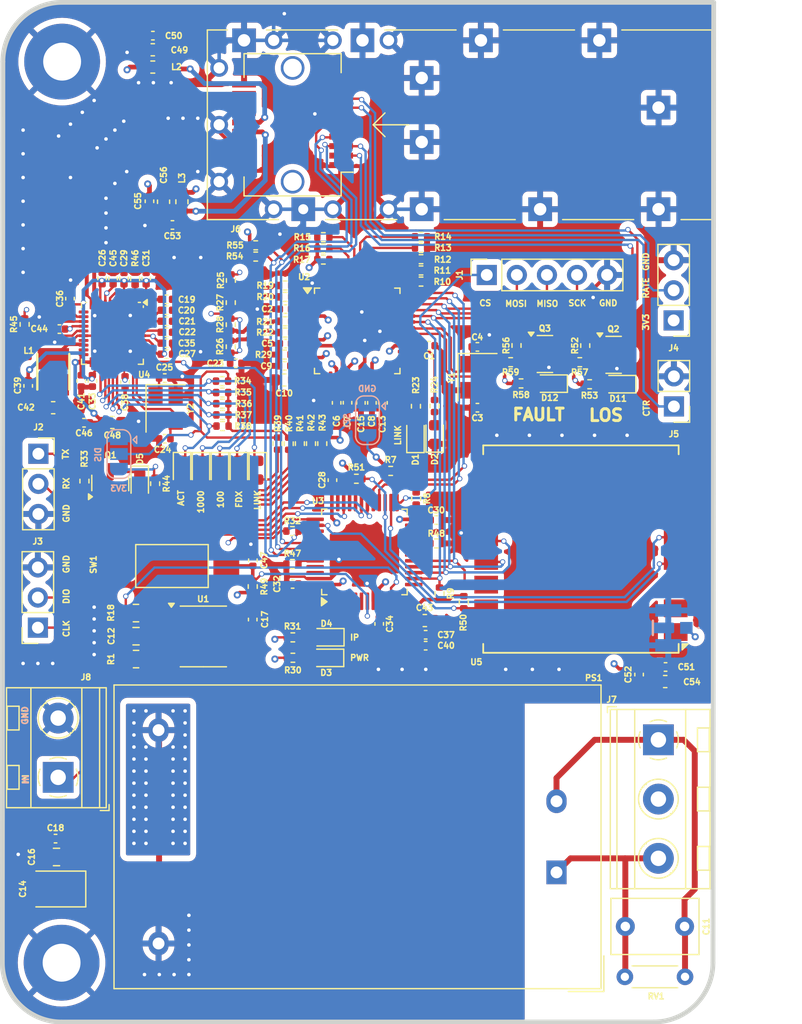
<source format=kicad_pcb>
(kicad_pcb (version 20240108) (generator "pcbnew") (generator_version "8.0")
  (title_block (title "SFP_IC") (date "2025-11-09") (rev "v2.0") (company "UNIFEI-LABTEL") (comment 1 "Autor: Josué Benevides Sanchez"))
  (layers (0 "F.Cu" signal) (1 "In1.Cu" power "GND") (2 "In2.Cu" power "PWR") (31 "B.Cu" signal) (34 "B.Paste" user) (35 "F.Paste" user) (36 "B.SilkS" user "B.Silkscreen") (37 "F.SilkS" user "F.Silkscreen") (38 "B.Mask" user) (39 "F.Mask" user) (44 "Edge.Cuts" user))
  (net 0 "")
  (net 1 "GND")
  (net 2 "+3V3")
  (net 3 "/OUT")
  (net 4 "/TD-")
  (net 5 "/TD+")
  (net 6 "/RD-")
  (net 7 "/RD+")
  (net 8 "/RC")
  (net 9 "/RST3")
  (net 10 "+1V0")
  (net 11 "/RESET")
  (net 12 "/RST1")
  (net 13 "Net-(D2-A)")
  (net 14 "/N")
  (net 15 "Net-(D5-A)")
  (net 16 "Net-(D6-K)")
  (net 17 "Net-(D6-A)")
  (net 18 "Net-(D7-K)")
  (net 19 "Net-(D7-A)")
  (net 20 "Net-(D8-K)")
  (net 21 "Net-(D8-A)")
  (net 22 "Net-(D9-K)")
  (net 23 "Net-(D9-A)")
  (net 24 "Net-(D10-K)")
  (net 25 "Net-(D10-A)")
  (net 26 "Net-(D11-K)")
  (net 27 "Net-(D11-A)")
  (net 28 "Net-(D12-K)")
  (net 29 "Net-(D12-A)")
  (net 30 "/TX1")
  (net 31 "/RX1")
  (net 32 "/SWCLK")
  (net 33 "/SWDIO")
  (net 34 "/CTRL")
  (net 35 "/HSI+")
  (net 36 "/SDA")
  (net 37 "/HSI-")
  (net 38 "/SCL")
  (net 39 "/HSO-")
  (net 40 "/HSO+")
  (net 41 "/LOS")
  (net 42 "/FAULT")
  (net 43 "/IN")
  (net 44 "Net-(Q2-B)")
  (net 45 "Net-(Q3-B)")
  (net 46 "/INT1")
  (net 47 "/CS1")
  (net 48 "Net-(U1A--)")
  (net 49 "/T-")
  (net 50 "/T+")
  (net 51 "/R-")
  (net 52 "/R+")
  (net 53 "/BOOT0")
  (net 54 "/BOOT1")
  (net 55 "/CS2")
  (net 56 "/RST2")
  (net 59 "/MOSI")
  (net 60 "/SCK")
  (net 61 "/MISO")
  (net 62 "/INT2")
  (net 63 "/ANT")
  (net 64 "Net-(U4-XTALO)")
  (net 65 "Net-(U4-XTALI)")
  (net 66 "Net-(D3-A)")
  (net 67 "Net-(R11-Pad1)")
  (net 68 "Net-(R12-Pad1)")
  (net 69 "Net-(R13-Pad1)")
  (net 70 "Net-(R14-Pad1)")
  (net 71 "Net-(D1-A)")
  (net 72 "Net-(D4-K)")
  (net 73 "Net-(D4-A)")
  (net 74 "Net-(D5-K)")
  (net 76 "Net-(Q1-B)")
  (net 77 "Net-(R10-Pad1)")
  (net 78 "Net-(U4-EN_SWR)")
  (net 79 "Net-(U4-MDIREF)")
  (net 101 "Net-(U2-XI{slash}CLKIN)")
  (net 102 "Net-(U2-XO)")
  (net 103 "Net-(U2-1V2O)")
  (net 104 "Net-(U2-TOCAP)")
  (net 109 "Net-(L1-Pad2)")
  (net 112 "Net-(U2-PMODE2)")
  (net 113 "Net-(U2-PMODE1)")
  (net 114 "Net-(U2-PMODE0)")
  (net 115 "/L")
  (net 116 "Net-(U2-TXN)")
  (net 117 "Net-(U2-TXP)")
  (net 118 "Net-(U2-RXN)")
  (net 119 "Net-(U2-RXP)")
  (net 120 "Net-(U2-LINKLED)")
  (net 121 "Net-(U2-ACTLED)")
  (net 122 "Net-(U2-EXRES1)")
  (net 132 "/VccR")
  (net 133 "/VccT")
  (net 134 "/CS3")
  (net 135 "Net-(J4-Pin_2)")
  (net 137 "/DISAUTO")
  (net 138 "/CONFIG")
  (footprint "Capacitor_SMD:C_0402_1005Metric" (layer "F.Cu") (at 151.050001 104.3)
    (property "Reference" "C37")
    (property "Value" "100n")
  )
  (footprint "Capacitor_SMD:C_0402_1005Metric" (layer "F.Cu") (at 147.442501 84.73 -90)
    (property "Reference" "C13")
    (property "Value" "10n")
  )
  (footprint "TerminalBlock_MetzConnect:TerminalBlock_MetzConnect_Type094_RT03502HBLU_1x02_P5.00mm_Horizontal" (layer "F.Cu") (at 120.019536 116.328266 90)
    (property "Reference" "J8")
    (property "Value" "IN")
  )
  (footprint "Package_TO_SOT_SMD:SOT-23" (layer "F.Cu") (at 161.119201 80.61075)
    (property "Reference" "Q3")
    (property "Value" "BC848")
  )
  (footprint "Capacitor_SMD:C_0402_1005Metric" (layer "F.Cu") (at 139.150001 81.61 180)
    (property "Reference" "C9")
    (property "Value" "100n")
  )
  (footprint "Capacitor_SMD:C_0402_1005Metric" (layer "F.Cu") (at 129.170001 79.695)
    (property "Reference" "C35")
    (property "Value" "100n")
  )
  (footprint "Capacitor_SMD:C_0402_1005Metric" (layer "F.Cu") (at 129.170001 75.995)
    (property "Reference" "C19")
    (property "Value" "10n")
  )
  (footprint "LED_SMD:LED_0603_1608Metric" (layer "F.Cu") (at 167.316701 83.15575 180)
    (property "Reference" "D11")
    (property "Value" "LED")
  )
  (footprint "Package_DFN_QFN:QFN-40-1EP_5x5mm_P0.4mm_EP3.6x3.6mm" (layer "F.Cu") (at 124.602501 78.865 -90)
    (property "Reference" "U4")
    (property "Value" "RTL8213B-CG")
  )
  (footprint "Capacitor_SMD:C_0402_1005Metric" (layer "F.Cu") (at 122.205001 86.41 180)
    (property "Reference" "C46")
    (property "Value" "10n")
  )
  (footprint "LED_SMD:LED_0603_1608Metric" (layer "F.Cu") (at 130.480001 90.4025 -90)
    (property "Reference" "D10" (hide yes))
    (property "Value" "LED" (hide yes))
  )
  (footprint "Capacitor_SMD:C_0402_1005Metric" (layer "F.Cu") (at 155.420001 85.14)
    (property "Reference" "C3")
    (property "Value" "15p")
  )
  (footprint "Resistor_SMD:R_0402_1005Metric" (layer "F.Cu") (at 142.410001 71.69 180)
    (property "Reference" "R16")
    (property "Value" "10k")
  )
  (footprint "Resistor_SMD:R_0402_1005Metric" (layer "F.Cu") (at 164.524201 79.90075 -90)
    (property "Reference" "R52")
    (property "Value" "10k")
  )
  (footprint "Capacitor_Tantalum_SMD:CP_EIA-3528-21_Kemet-B" (layer "F.Cu") (at 119.892036 125.748266 180)
    (property "Reference" "C14")
    (property "Value" "100u")
  )
  (footprint "Capacitor_THT:C_Rect_L7.2mm_W4.5mm_P5.00mm_FKS2_FKP2_MKS2_MKP2" (layer "F.Cu") (at 167.909536 128.908266)
    (property "Reference" "C11")
    (property "Value" "0,1u/225V")
  )
  (footprint "Capacitor_SMD:C_0402_1005Metric" (layer "F.Cu") (at 155.420001 80.01 180)
    (property "Reference" "C4")
    (property "Value" "15p")
  )
  (footprint "Resistor_THT:R_Axial_DIN0204_L3.6mm_D1.6mm_P5.08mm_Horizontal" (layer "F.Cu") (at 167.869536 133.158266)
    (property "Reference" "RV1")
    (property "Value" "10D561K")
  )
  (footprint "Resistor_SMD:R_0402_1005Metric" (layer "F.Cu") (at 139.490001 88.18 -90)
    (property "Reference" "R40")
    (property "Value" "1k")
  )
  (footprint "Capacitor_SMD:C_0402_1005Metric" (layer "F.Cu") (at 136.460001 98.01 90)
    (property "Reference" "C47")
    (property "Value" "100n")
  )
  (footprint "Capacitor_SMD:C_0402_1005Metric" (layer "F.Cu") (at 139.210001 76.82 180)
    (property "Reference" "C2")
    (property "Value" "100n")
  )
  (footprint "Resistor_SMD:R_0402_1005Metric" (layer "F.Cu") (at 142.410001 72.64 180)
    (property "Reference" "R17")
    (property "Value" "10k")
  )
  (footprint "Resistor_SMD:R_0402_1005Metric" (layer "F.Cu") (at 164.064201 81.30075 180)
    (property "Reference" "R57")
    (property "Value" "10k")
  )
  (footprint "Capacitor_SMD:C_0402_1005Metric" (layer "F.Cu") (at 123.730001 74.23 90)
    (property "Reference" "C26")
    (property "Value" "100n")
  )
  (footprint "Resistor_SMD:R_0402_1005Metric" (layer "F.Cu") (at 139.130001 80.66)
    (property "Reference" "R29")
    (property "Value" "12,4k 1%")
  )
  (footprint "MountingHole:MountingHole_3.2mm_M3_Pad" (layer "F.Cu") (at 120.355536 55.941266)
    (property "Reference" "H1" (hide yes))
    (property "Value" "FIX" (hide yes))
  )
  (footprint "LED_SMD:LED_0603_1608Metric" (layer "F.Cu") (at 136.880001 90.41 -90)
    (property "Reference" "D6" (hide yes))
    (property "Value" "LED" (hide yes))
  )
  (footprint "Resistor_SMD:R_0402_1005Metric" (layer "F.Cu") (at 134.5955 76.274501 -90)
    (property "Reference" "R27")
    (property "Value" "49R9 1%")
  )
  (footprint "Resistor_SMD:R_0402_1005Metric" (layer "F.Cu") (at 150.660001 72.61)
    (property "Reference" "R12")
    (property "Value" "10k")
  )
  (footprint "Capacitor_SMD:C_0402_1005Metric" (layer "F.Cu") (at 139.210001 79.73 180)
    (property "Reference" "C5")
    (property "Value" "100n")
  )
  (footprint "LED_SMD:LED_0603_1608Metric" (layer "F.Cu") (at 142.673286 104.508266 180)
    (property "Reference" "D4")
    (property "Value" "LED")
  )
  (footprint "LED_SMD:LED_0603_1608Metric" (layer "F.Cu") (at 133.680001 90.41 -90)
    (property "Reference" "D8" (hide yes))
    (property "Value" "LED" (hide yes))
  )
  (footprint "Resistor_SMD:R_0402_1005Metric" (layer "F.Cu") (at 151.798801 84.9976 -90)
    (property "Reference" "R24")
    (property "Value" "1k")
  )
  (footprint "Capacitor_SMD:C_0402_1005Metric" (layer "F.Cu") (at 135.020001 81.39)
    (property "Reference" "C23")
    (property "Value" "10n")
  )
  (footprint "LED_SMD:LED_0603_1608Metric" (layer "F.Cu") (at 126.910001 91.55 -90)
    (property "Reference" "D5")
    (property "Value" "LED")
  )
  (footprint "Resistor_SMD:R_0402_1005Metric" (layer "F.Cu") (at 134.5955 79.994501 90)
    (property "Reference" "R26")
    (property "Value" "49R9 1%")
  )
  (footprint "LED_SMD:LED_0603_1608Metric" (layer "F.Cu") (at 132.080001 90.41 -90)
    (property "Reference" "D9" (hide yes))
    (property "Value" "LED" (hide yes))
  )
  (footprint "Capacitor_SMD:C_0402_1005Metric" (layer "F.Cu") (at 169.070536 107.656266 -90)
    (property "Reference" "C52")
    (property "Value" "10n")
  )
  (footprint "Resistor_SMD:R_0402_1005Metric" (layer "F.Cu") (at 139.190001 77.85 180)
    (property "Reference" "R21")
    (property "Value" "33R")
  )
  (footprint "Capacitor_SMD:C_0402_1005Metric" (layer "F.Cu") (at 139.817501 100.01 180)
    (property "Reference" "C32")
    (property "Value" "100n")
  )
  (footprint "Connector_PinSocket_2.54mm:PinSocket_1x05_P2.54mm_Vertical" (layer "F.Cu") (at 156.210001 73.94 90)
    (property "Reference" "J1")
    (property "Value" "SPI")
  )
  (footprint "Capacitor_SMD:C_0805_2012Metric" (layer "F.Cu") (at 119.879536 123.048266 180)
    (property "Reference" "C16")
    (property "Value" "1u")
  )
  (footprint "Resistor_SMD:R_0402_1005Metric" (layer "F.Cu") (at 142.320001 88.17 -90)
    (property "Reference" "R43")
    (property "Value" "1k")
  )
  (footprint "Capacitor_SMD:C_0402_1005Metric" (layer "F.Cu") (at 143.532501 84.73 -90)
    (property "Reference" "C6")
    (property "Value" "100n")
  )
  (footprint "Connector_PinHeader_2.54mm:PinHeader_1x03_P2.54mm_Vertical" (layer "F.Cu") (at 171.990001 77.775 180)
    (property "Reference" "J4")
    (property "Value" "RATE")
  )
  (footprint "Capacitor_SMD:C_0402_1005Metric" (layer "F.Cu") (at 151.050001 105.22)
    (property "Reference" "C40")
    (property "Value" "10n")
  )
  (footprint "Capacitor_SMD:C_0603_1608Metric" (layer "F.Cu") (at 128.010001 54.94 180)
    (property "Reference" "C49")
    (property "Value" "10u")
  )
  (footprint "Inductor_SMD:L_0603_1608Metric" (layer "F.Cu") (at 130.470001 67.7625 90)
    (property "Reference" "L3")
    (property "Value" "1nH")
  )
  (footprint "Resistor_SMD:R_0402_1005Metric" (layer "F.Cu") (at 158.224201 81.30075 180)
    (property "Reference" "R59")
    (property "Value" "10k")
  )
  (footprint "Resistor_SMD:R_0402_1005Metric" (layer "F.Cu") (at 159.104201 83.09075 180)
    (property "Reference" "R58")
    (property "Value" "1k")
  )
  (footprint "Resistor_SMD:R_0402_1005Metric" (layer "F.Cu") (at 140.430001 88.17 -90)
    (property "Reference" "R41")
    (property "Value" "1k")
  )
  (footprint "Capacitor_SMD:C_0402_1005Metric" (layer "F.Cu") (at 136.447501 103.01375 -90)
    (property "Reference" "C17")
    (property "Value" "100n")
  )
  (footprint "Package_TO_SOT_SMD:SOT-23" (layer "F.Cu") (at 124.420001 91.49 90)
    (property "Reference" "Q1")
    (property "Value" "BC848")
  )
  (footprint "LED_SMD:LED_0603_1608Metric" (layer "F.Cu") (at 161.531701 83.11075 180)
    (property "Reference" "D12")
    (property "Value" "LED")
  )
  (footprint "Resistor_SMD:R_0402_1005Metric" (layer "F.Cu") (at 151.960001 96.59)
    (property "Reference" "R48")
    (property "Value" "4,7k")
  )
  (footprint "Capacitor_SMD:C_0402_1005Metric" (layer "F.Cu") (at 125.670001 82.98 -90)
    (property "Reference" "C38")
    (property "Value" "100n")
  )
  (footprint "Capacitor_SMD:C_0402_1005Metric" (layer "F.Cu") (at 129.170001 77.845)
    (property "Reference" "C21")
    (property "Value" "10n")
  )
  (footprint "Capacitor_SMD:C_0603_1608Metric" (layer "F.Cu") (at 171.275536 108.246266)
    (property "Reference" "C54")
    (property "Value" "1u")
  )
  (footprint "Capacitor_SMD:C_0402_1005Metric" (layer "F.Cu") (at 122.910001 82.88 -90)
    (property "Reference" "C33")
    (property "Value" "100n")
  )
  (footprint "Connector:Connector_SFP_and_Cage" (layer "F.Cu") (at 133.615001 61.27 180)
    (property "Reference" "J6")
    (property "Value" "SFP")
  )
  (footprint "Capacitor_SMD:C_0603_1608Metric" (layer "F.Cu") (at 150.980001 103.1)
    (property "Reference" "C43")
    (property "Value" "10u")
  )
  (footprint "Capacitor_SMD:C_0402_1005Metric" (layer "F.Cu") (at 129.020001 87.76)
    (property "Reference" "C24")
    (property "Value" "15p")
  )
  (footprint "LED_SMD:LED_0603_1608Metric" (layer "F.Cu") (at 150.190001 87.4425 90)
    (property "Reference" "D1")
    (property "Value" "LED")
  )
  (footprint "Resistor_SMD:R_0805_2012Metric" (layer "F.Cu") (at 126.597501 106.35 180)
    (property "Reference" "R1")
    (property "Value" "100R 1%")
  )
  (footprint "Resistor_SMD:R_0402_1005Metric" (layer "F.Cu") (at 139.190001 78.8 180)
    (property "Reference" "R22")
    (property "Value" "33R")
  )
  (footprint "Capacitor_SMD:C_0402_1005Metric" (layer "F.Cu") (at 129.170001 78.775)
    (property "Reference" "C22")
    (property "Value" "10n")
  )
  (footprint "Connector_PinSocket_2.54mm:PinSocket_1x03_P2.54mm_Vertical" (layer "F.Cu") (at 118.305536 103.696266 180)
    (property "Reference" "J3")
    (property "Value" "SWD")
  )
  (footprint "Resistor_SMD:R_0402_1005Metric" (layer "F.Cu") (at 133.860001 82.9 180)
    (property "Reference" "R34")
    (property "Value" "4,7k")
  )
  (footprint "LED_SMD:LED_0603_1608Metric" (layer "F.Cu") (at 135.280001 90.4075 -90)
    (property "Reference" "D7" (hide yes))
    (property "Value" "LED" (hide yes))
  )
  (footprint "Crystal:Crystal_SMD_3225-4Pin_3.2x2.5mm" (layer "F.Cu") (at 129.090001 85.2 -90)
    (property "Reference" "Y2")
    (property "Value" "25mhz")
  )
  (footprint "Connector_PinSocket_2.54mm:PinSocket_1x03_P2.54mm_Vertical" (layer "F.Cu") (at 118.350001 89.026266)
    (property "Reference" "J2")
    (property "Value" "FTDI")
  )
  (footprint "Resistor_SMD:R_0402_1005Metric" (layer "F.Cu") (at 150.660001 74.5)
    (property "Reference" "R10")
    (property "Value" "10k")
  )
  (footprint "Resistor_SMD:R_0402_1005Metric" (layer "F.Cu") (at 148.095201 90.4756 180)
    (property "Reference" "R7")
    (property "Value" "10k")
  )
  (footprint "Resistor_SMD:R_0402_1005Metric" (layer "F.Cu") (at 136.700001 71.44 180)
    (property "Reference" "R55")
    (property "Value" "10k")
  )
  (footprint "Capacitor_SMD:C_0402_1005Metric" (layer "F.Cu") (at 125.580001 74.24 90)
    (property "Reference" "C29")
    (property "Value" "100n")
  )
  (footprint "Capacitor_SMD:C_0402_1005Metric" (layer "F.Cu") (at 151.332501 79.91)
    (property "Reference" "C1")
    (property "Value" "100n")
  )
  (footprint "RF_Module:Ai-Thinker-Ra-01-LoRa" (layer "F.Cu") (at 164.160001 97.07 180)
    (property "Reference" "U5")
    (property "Value" "Ai-Thinker-Ra-01")
  )
  (footprint "Resistor_SMD:R_0805_2012Metric" (layer "F.Cu") (at 126.590001 102.47)
    (property "Reference" "R18")
    (property "Value" "10k")
  )
  (footprint "Capacitor_SMD:C_0402_1005Metric" (layer "F.Cu") (at 129.170001 80.625)
    (property "Reference" "C27")
    (property "Value" "100n")
  )
  (footprint "Resistor_SMD:R_0402_1005Metric" (layer "F.Cu") (at 141.370001 88.17 -90)
    (property "Reference" "R42")
    (property "Value" "1k")
  )
  (footprint "Resistor_SMD:R_0402_1005Metric" (layer "F.Cu") (at 139.190001 75.79 180)
    (property "Reference" "R20")
    (property "Value" "33R")
  )
  (footprint "Resistor_SMD:R_0402_1005Metric" (layer "F.Cu") (at 139.190001 74.83 180)
    (property "Reference" "R19")
    (property "Value" "33R")
  )
  (footprint "Inductor_SMD:L_0603_1608Metric" (layer "F.Cu") (at 128.010001 56.4 180)
    (property "Reference" "L2")
    (property "Value" "1nH")
  )
  (footprint "Capacitor_SMD:C_0402_1005Metric" (layer "F.Cu") (at 147.127501 103.38 -90)
    (property "Reference" "C34")
    (property "Value" "100n")
  )
  (footprint "Resistor_SMD:R_0402_1005Metric" (layer "F.Cu") (at 150.660001 70.72)
    (property "Reference" "R14")
    (property "Value" "10k")
  )
  (footprint "Resistor_SMD:R_0402_1005Metric" (layer "F.Cu") (at 152.220001 100.82 -90)
    (property "Reference" "R9")
    (property "Value" "10k")
  )
  (footprint "Resistor_SMD:R_0402_1005Metric" (layer "F.Cu") (at 122.240001 91.3325 -90)
    (property "Reference" "R33")
    (property "Value" "1k")
  )
  (footprint "Capacitor_SMD:C_0402_1005Metric" (layer "F.Cu") (at 143.180001 91.25 90)
    (property "Reference" "C28")
    (property "Value" "100n")
  )
  (footprint "Resistor_SMD:R_0402_1005Metric" (layer "F.Cu") (at 133.870001 83.86 180)
    (property "Reference" "R35")
    (property "Value" "4,7k")
  )
  (footprint "Resistor_SMD:R_0402_1005Metric" (layer "F.Cu") (at 139.800001 95.55 180)
    (property "Reference" "R32")
    (property "Value" "10k")
  )
  (footprint "Resistor_SMD:R_0402_1005Metric" (layer "F.Cu") (at 126.520001 74.26 90)
    (property "Reference" "R46")
    (property "Value" "2,5k 1%")
  )
  (footprint "Resistor_SMD:R_0402_1005Metric" (layer "F.Cu") (at 128.210001 91.55 90)
    (property "Reference" "R44")
    (property "Value" "1k")
  )
  (footprint "LED_SMD:LED_0603_1608Metric" (layer "F.Cu") (at 151.808801 87.4076 90)
    (property "Reference" "D2")
    (property "Value" "LED")
  )
  (footprint "Crystal:Crystal_SMD_3225-4Pin_3.2x2.5mm" (layer "F.Cu") (at 155.420001 82.57 -90)
    (property "Reference" "Y1")
    (property "Value" "25mhz")
  )
  (footprint "Resistor_SMD:R_0402_1005Metric" (layer "F.Cu") (at 134.6055 74.404501 90)
    (property "Reference" "R25")
    (property "Value" "49R9 1%")
  )
  (footprint "Capacitor_SMD:C_0402_1005Metric" (layer "F.Cu") (at 121.970001 82.88 -90)
    (property "Reference" "C41")
    (property "Value" "100n")
  )
  (footprint "Resistor_SMD:R_0402_1005Metric" (layer "F.Cu") (at 133.880001 84.8 180)
    (property "Reference" "R36")
    (property "Value" "4,7k")
  )
  (footprint "Connector_PinHeader_2.54mm:PinHeader_1x02_P2.54mm_Vertical" (layer "F.Cu") (at 172.010001 85.035 180)
    (property "Reference" "J5")
    (property "Value" "DIS")
  )
  (footprint "Resistor_SMD:R_0402_1005Metric" (layer "F.Cu") (at 136.700001 72.39 180)
    (property "Reference" "R54")
    (property "Value" "10k")
  )
  (footprint "Package_SO:SOIC-8-1EP_3.9x4.9mm_P1.27mm_EP2.29x3mm" (layer "F.Cu") (at 132.280001 104.44)
    (property "Reference" "U1")
    (property "Value" "MCP6002-xSN")
  )
  (footprint "Capacitor_SMD:C_0603_1608Metric" (layer "F.Cu") (at 128.920001 67.7625 -90)
    (property "Reference" "C56")
    (property "Value" "10u")
  )
  (footprint "Capacitor_SMD:C_0402_1005Metric" (layer "F.Cu") (at 129.020001 82.64 180)
    (property "Reference" "C25")
    (property "Value" "15p")
  )
  (footprint "Capacitor_SMD:C_0402_1005Metric" (layer "F.Cu") (at 144.452501 84.72 -90)
    (property "Reference" "C7")
    (property "Value" "100n")
  )
  (footprint "Capacitor_SMD:C_0402_1005Metric" (layer "F.Cu") (at 128.020001 53.75 180)
    (property "Reference" "C50")
    (property "Value" "100n")
  )
  (footprint "Package_TO_SOT_SMD:SOT-23" (layer "F.Cu") (at 166.921701 80.68075)
    (property "Reference" "Q2")
    (property "Value" "BC848")
  )
  (footprint "Capacitor_SMD:C_0402_1005Metric" (layer "F.Cu") (at 151.947501 94.62)
    (property "Reference" "C30")
    (property "Value" "100n")
  )
  (footprint "Resistor_SMD:R_0402_1005Metric" (layer "F.Cu") (at 139.800001 98.33 180)
    (property "Reference" "R47")
    (property "Value" "4,7k")
  )
  (footprint "MountingHole:MountingHole_3.2mm_M3_Pad" (layer "F.Cu") (at 120.309535 131.968234)
    (property "Reference" "H2" (hide yes))
    (property "Value" "FIX" (hide yes))
  )
  (footprint "Resistor_SMD:R_0402_1005Metric" (layer "F.Cu") (at 145.199601 91.136 180)
    (property "Reference" "R51")
    (property "Value" "10k")
  )
  (footprint "Capacitor_SMD:C_0402_1005Metric" (layer "F.Cu") (at 129.670001 69.7225 180)
    (property "Reference" "C53")
    (property "Value" "100n")
  )
  (footprint "Capacitor_SMD:C_0402_1005Metric" (layer "F.Cu") (at 121.018801 75.94 90)
    (property "Reference" "C36")
    (property "Value" "100n")
  )
  (footprint "Capacitor_SMD:C_0603_1608Metric" (layer "F.Cu") (at 124.595001 86.39)
    (property "Reference" "C48")
    (property "Value" "10u")
  )
  (footprint "Resistor_SMD:R_0402_1005Metric" (layer "F.Cu") (at 133.890001 85.75 180)
    (property "Reference" "R37")
    (property "Value" "4,7k")
  )
  (footprint "Converter_ACDC:Converter_ACDC_Hi-Link_HLK-5Mxx" (layer "F.Cu") (at 162.097036 124.345766 180)
    (property "Reference" "PS1")
    (property "Value" "HLK-5M03")
  )
  (footprint "Resistor_SMD:R_0402_1005Metric" (layer "F.Cu") (at 136.450001 100.23 -90)
    (property "Reference" "R49")
    (property "Value" "4,7k")
  )
  (footprint "Button_Switch_SMD:SW_SPST_FSMSM" (layer "F.Cu") (at 129.630001 98.5)
    (property "Reference" "SW1")
    (property "Value" "RESET")
  )
  (footprint "Resistor_SMD:R_0402_1005Metric" (layer "F.Cu") (at 164.894201 83.16075 180)
    (property "Reference" "R53")
    (property "Value" "1k")
  )
  (footprint "Resistor_SMD:R_0402_1005Metric" (layer "F.Cu") (at 139.833286 104.518266 180)
    (property "Reference" "R31")
    (property "Value" "1k")
  )
  (footprint "Capacitor_SMD:C_0402_1005Metric" (layer "F.Cu") (at 127.450001 74.24 90)
    (property "Reference" "C31")
    (property "Value" "100n")
  )
  (footprint "Resistor_SMD:R_0402_1005Metric" (layer "F.Cu") (at 150.228801 85.0176 -90)
    (property "Reference" "R23")
    (property "Value" "1k")
  )
  (footprint "TerminalBlock_MetzConnect:TerminalBlock_MetzConnect_Type094_RT03503HBLU_1x03_P5.00mm_Horizontal" (layer "F.Cu") (at 170.700536 113.1616 -90)
    (property "Reference" "J7")
    (property "Value" "POWER")
  )
  (footprint "Capacitor_SMD:C_0402_1005Metric" (layer "F.Cu") (at 129.170001 76.915)
    (property "Reference" "C20")
    (property "Value" "10n")
  )
  (footprint "Resistor_SMD:R_0402_1005Metric" (layer "F.Cu") (at 150.660001 71.66)
    (property "Reference" "R13")
    (property "Value" "10k")
  )
  (footprint "Capacitor_SMD:C_0402_1005Metric" (layer "F.Cu") (at 119.799536 121.498266 180)
    (property "Reference" "C18")
    (property "Value" "100n")
  )
  (footprint "Resistor_SMD:R_0402_1005Metric" (layer "F.Cu") (at 117.190001 78.11 -90)
    (property "Reference" "R45")
    (property "Value" "4,7k")
  )
  (footprint "Capacitor_SMD:C_0402_1005Metric" (layer "F.Cu") (at 127.730001 67.7225 -90)
    (property "Reference" "C55")
    (property "Value" "100n")
  )
  (footprint "Resistor_SMD:R_0402_1005Metric" (layer "F.Cu") (at 150.250001 92.8 -90)
    (property "Reference" "R8")
    (property "Value" "10k")
  )
  (footprint "Resistor_SMD:R_0402_1005Metric" (layer "F.Cu") (at 142.410001 70.75 180)
    (property "Reference" "R15")
    (property "Value" "10k")
  )
  (footprint "KiCad:INDPM3027X150L" (layer "F.Cu") (at 119.610001 82.11 90)
    (property "Reference" "L1")
    (property "Value" "2,2uH" (hide yes))
  )
  (footprint "Capacitor_SMD:C_0402_1005Metric" (layer "F.Cu") (at 145.582501 84.7325 -90)
    (property "Reference" "C15")
    (property "Value" "4,7u")
  )
  (footprint "Resistor_SMD:R_0402_1005Metric" (layer "F.Cu") (at 134.5955 78.134501 -90)
    (property "Reference" "R28")
    (property "Value" "49R9 1%")
  )
  (footprint "Resistor_SMD:R_0402_1005Metric" (layer "F.Cu") (at 154.270001 101.55 90)
    (property "Reference" "R50")
    (property "Value" "10k")
  )
  (footprint "Capacitor_SMD:C_0603_1608Metric" (layer "F.Cu") (at 139.105001 82.8 180)
    (property "Reference" "C10")
    (property "Value" "10u")
  )
  (footprint "Resistor_SMD:R_0402_1005Metric" (layer "F.Cu") (at 139.839536 106.238266 180)
    (property "Reference" "R30")
    (property "Value" "1k")
  )
  (footprint "Capacitor_SMD:C_0805_2012Metric" (layer "F.Cu") (at 126.595001 104.42)
    (property "Reference" "C12")
    (property "Value" "100n")
  )
  (footprint "Package_QFP:LQFP-48_7x7mm_P0.5mm" (layer "F.Cu") (at 145.880001 97.31 90)
    (property "Reference" "U3")
    (property "Value" "STM32F103C8Tx")
  )
  (footprint "Resistor_SMD:R_0402_1005Metric" (layer "F.Cu") (at 133.900001 86.69 180)
    (property "Reference" "R38")
    (property "Value" "4,7k")
  )
  (footprint "Capacitor_SMD:C_0402_1005Metric" (layer "F.Cu") (at 120.125536 78.506266 180)
    (property "Reference" "C44")
    (property "Value" "100n")
  )
  (footprint "Package_QFP:LQFP-48_7x7mm_P0.5mm" (layer "F.Cu") (at 145.272501 78.66)
    (property "Reference" "U2")
    (property "Value" "W5500")
  )
  (footprint "Resistor_SMD:R_0402_1005Metric" (layer "F.Cu") (at 150.660001 73.56)
    (property "Reference" "R11")
    (property "Value" "10k")
  )
  (footprint "Resistor_SMD:R_0402_1005Metric" (layer "F.Cu") (at 158.721701 79.89075 -90)
    (property "Reference" "R56")
    (property "Value" "10k")
  )
  (footprint "Resistor_SMD:R_0402_1005Metric" (layer "F.Cu") (at 138.550001 88.17 -90)
    (property "Reference" "R39")
    (property "Value" "1k")
  )
  (footprint "Capacitor_SMD:C_0402_1005Metric" (layer "F.Cu") (at 171.305536 107.016266)
    (property "Reference" "C51")
    (property "Value" "100n")
  )
  (footprint "Capacitor_SMD:C_0402_1005Metric" (layer "F.Cu") (at 146.512501 84.73 -90)
    (property "Reference" "C8")
    (property "Value" "100n")
  )
  (footprint "LED_SMD:LED_0603_1608Metric" (layer "F.Cu") (at 142.649536 106.248266 180)
    (property "Reference" "D3")
    (property "Value" "LED")
  )
  (footprint "Capacitor_SMD:C_0402_1005Metric" (layer "F.Cu") (at 117.490001 83.3 -90)
    (property "Reference" "C39")
    (property "Value" "10n")
  )
  (footprint "Capacitor_SMD:C_0603_1608Metric" (layer "F.Cu") (at 119.600001 85.14 180)
    (property "Reference" "C42")
    (property "Value" "10u")
  )
  (footprint "Capacitor_SMD:C_0402_1005Metric" (layer "F.Cu") (at 124.660001 74.24 90)
    (property "Reference" "C45")
    (property "Value" "100n")
  )
  (footprint "KiCad3:CONUFL001SMDT" (layer "B.Cu") (at 171.534536 103.718266 -90)
    (property "Reference" "J11" (hide yes))
    (property "Value" "ANT" (hide yes))
  )
  (footprint "Jumper:SolderJumper-3_P1.3mm_Open_RoundedPad1.0x1.5mm" (layer "B.Cu") (at 125.149536 89.048266 -90)
    (property "Reference" "JP1" (hide yes))
    (property "Value" "SEL" (hide yes))
  )
  (footprint "Jumper:SolderJumper-3_P1.3mm_Open_RoundedPad1.0x1.5mm" (layer "B.Cu") (at 146.139536 86.198266 -90)
    (property "Reference" "JP2" (hide yes))
    (property "Value" "SEL" (hide yes))
  )
  (gr_arc (start 120.309536 136.968266) (mid 116.77399 135.503802) (end 115.309536 131.968266) (stroke (width 0.4)) (layer "Edge.Cuts"))
  (gr_line (start 170.309536 136.968266) (end 120.309536 136.968266) (stroke (width 0.4)) (layer "Edge.Cuts"))
  (gr_line (start 115.355536 55.941266) (end 115.309536 131.968266) (stroke (width 0.4)) (layer "Edge.Cuts"))
  (gr_line (start 175.309536 131.968266) (end 175.370001 50.941266) (stroke (width 0.4)) (layer "Edge.Cuts"))
  (gr_arc (start 175.309536 131.968266) (mid 173.845059 135.50378) (end 170.309536 136.968266) (stroke (width 0.4)) (layer "Edge.Cuts"))
  (gr_arc (start 115.355536 55.941266) (mid 116.820002 52.405732) (end 120.355536 50.941266) (stroke (width 0.4)) (layer "Edge.Cuts"))
  (gr_line (start 120.355536 50.941266) (end 175.370001 50.941266) (stroke (width 0.4)) (layer "Edge.Cuts"))
  (gr_text "SEL" (at 144.399536 86.298266 90) (layer "B.SilkS") (effects (font (size 0.5 0.5) (thickness 0.125)) (justify mirror)))
  (gr_text "IN" (at 117.564536 116.064666 90) (layer "B.SilkS") (effects (font (size 0.5 0.5) (thickness 0.125) (bold yes)) (justify left bottom mirror)))
  (gr_text "3V3" (at 125.129536 91.948266 0) (layer "B.SilkS") (effects (font (size 0.5 0.5) (thickness 0.125)) (justify mirror)))
  (gr_text "GND" (at 146.119536 83.538266 0) (layer "B.SilkS") (effects (font (size 0.5 0.5) (thickness 0.125)) (justify mirror)))
  (gr_text "DIS" (at 123.389536 89.098266 90) (layer "B.SilkS") (effects (font (size 0.5 0.5) (thickness 0.125)) (justify mirror)))
  (gr_text "GND" (at 117.513736 110.273466 90) (layer "B.SilkS") (effects (font (size 0.5 0.5) (thickness 0.125) (bold yes)) (justify left bottom mirror)))
  (gr_text "MOSI" (at 157.696401 76.658 0) (layer "F.SilkS") (effects (font (size 0.5 0.5) (thickness 0.125) (bold yes)) (justify left bottom)))
  (gr_text "DIO" (at 121.005536 101.772266 90) (layer "F.SilkS") (effects (font (size 0.5 0.5) (thickness 0.125) (bold yes)) (justify left bottom)))
  (gr_text "1000\n" (at 132.069536 93.088266 90) (layer "F.SilkS") (effects (font (size 0.5 0.5) (thickness 0.125))))
  (gr_text "IN" (at 117.564536 116.928266 90) (layer "F.SilkS") (effects (font (size 0.5 0.5) (thickness 0.125) (bold yes)) (justify left bottom)))
  (gr_text "CTR" (at 169.990001 85.9544 90) (layer "F.SilkS") (effects (font (size 0.5 0.5) (thickness 0.125) (bold yes)) (justify left bottom)))
  (gr_text "RATE" (at 169.939201 75.9976 90) (layer "F.SilkS") (effects (font (size 0.5 0.5) (thickness 0.125) (bold yes)) (justify left bottom)))
  (gr_text "ACT" (at 130.389536 92.758266 90) (layer "F.SilkS") (effects (font (size 0.5 0.5) (thickness 0.125))))
  (gr_text "GND" (at 121.005536 99.181466 90) (layer "F.SilkS") (effects (font (size 0.5 0.5) (thickness 0.125) (bold yes)) (justify left bottom)))
  (gr_text "LOS" (at 164.706801 86.3608 0) (layer "F.SilkS") (effects (font (size 1 1) (thickness 0.25) (bold yes)) (justify left bottom)))
  (gr_text "PWR" (at 144.599536 106.528266 0) (layer "F.SilkS") (effects (font (size 0.5 0.5) (thickness 0.125) (bold yes)) (justify left bottom)))
  (gr_text "MISO" (at 160.338001 76.658 0) (layer "F.SilkS") (effects (font (size 0.5 0.5) (thickness 0.125) (bold yes)) (justify left bottom)))
  (gr_text "GND" (at 165.621201 76.6072 0) (layer "F.SilkS") (effects (font (size 0.5 0.5) (thickness 0.125) (bold yes)) (justify left bottom)))
  (gr_text "GND" (at 169.939201 73.6608 90) (layer "F.SilkS") (effects (font (size 0.5 0.5) (thickness 0.125) (bold yes)) (justify left bottom)))
  (gr_text "FDX" (at 135.289536 92.878266 90) (layer "F.SilkS") (effects (font (size 0.5 0.5) (thickness 0.125))))
  (gr_text "GND" (at 117.513736 111.949866 90) (layer "F.SilkS") (effects (font (size 0.5 0.5) (thickness 0.125) (bold yes)) (justify left bottom)))
  (gr_text "SCK" (at 163.030401 76.6072 0) (layer "F.SilkS") (effects (font (size 0.5 0.5) (thickness 0.125) (bold yes)) (justify left bottom)))
  (gr_text "CS" (at 155.512001 76.6072 0) (layer "F.SilkS") (effects (font (size 0.5 0.5) (thickness 0.125) (bold yes)) (justify left bottom)))
  (gr_text "FAULT" (at 158.255201 86.31 0) (layer "F.SilkS") (effects (font (size 1 1) (thickness 0.25) (bold yes)) (justify left bottom)))
  (gr_text "RX" (at 121.005536 92.107066 90) (layer "F.SilkS") (effects (font (size 0.5 0.5) (thickness 0.125) (bold yes)) (justify left bottom)))
  (gr_text "100" (at 133.739536 92.878266 90) (layer "F.SilkS") (effects (font (size 0.5 0.5) (thickness 0.125))))
  (gr_text "IP" (at 144.599536 104.818266 0) (layer "F.SilkS") (effects (font (size 0.5 0.5) (thickness 0.125) (bold yes)) (justify left bottom)))
  (gr_text "GND" (at 121.005536 94.901066 90) (layer "F.SilkS") (effects (font (size 0.5 0.5) (thickness 0.125) (bold yes)) (justify left bottom)))
  (gr_text "CLK" (at 121.005536 104.566266 90) (layer "F.SilkS") (effects (font (size 0.5 0.5) (thickness 0.125) (bold yes)) (justify left bottom)))
  (gr_text "LINK" (at 149.000001 88.38 90) (layer "F.SilkS") (effects (font (size 0.5 0.5) (thickness 0.125) (bold yes)) (justify left bottom)))
  (gr_text "3V3" (at 169.939201 78.69 90) (layer "F.SilkS") (effects (font (size 0.5 0.5) (thickness 0.125) (bold yes)) (justify left bottom)))
  (gr_text "LINK" (at 136.859536 92.928266 90) (layer "F.SilkS") (effects (font (size 0.5 0.5) (thickness 0.125))))
  (gr_text "TX" (at 120.947536 89.564266 90) (layer "F.SilkS") (effects (font (size 0.5 0.5) (thickness 0.125) (bold yes)) (justify left bottom)))
  (segment (start 131.349536 83.378266) (end 131.349536 82.028266) (width 0.3) (layer "F.Cu") (net 1))
  (segment (start 127.730001 69.381801) (end 127.730001 68.2025) (width 0.4) (layer "F.Cu") (net 1))
  (segment (start 143.462001 90.77) (end 143.180001 90.77) (width 0.3) (layer "F.Cu") (net 1))
  (segment (start 142.522501 74.4975) (end 141.602501 74.4975) (width 0.2) (layer "F.Cu") (net 1))
  (segment (start 136.835536 76.82) (end 138.730001 76.82) (width 0.3) (layer "F.Cu") (net 1))
  (segment (start 121.3098 79.396266) (end 120.595536 79.396266) (width 0.2) (layer "F.Cu") (net 1))
  (segment (start 143.630001 93.1475) (end 143.630001 92.30688) (width 0.3) (layer "F.Cu") (net 1))
  (segment (start 141.110001 76.91) (end 142.040762 76.91) (width 0.3) (layer "F.Cu") (net 1))
  (segment (start 144.022501 78.6987) (end 145.656801 77.0644) (width 0.3) (layer "F.Cu") (net 1))
  (segment (start 130.627802 84.1) (end 131.349536 83.378266) (width 0.3) (layer "F.Cu") (net 1))
  (segment (start 144.762401 76.17) (end 145.656801 77.0644) (width 0.3) (layer "F.Cu") (net 1))
  (segment (start 121.060001 74.3816) (end 121.069601 74.372) (width 0.3) (layer "F.Cu") (net 1))
  (segment (start 129.500001 82.64) (end 130.361802 82.64) (width 0.2) (layer "F.Cu") (net 1))
  (segment (start 125.670001 84.51) (end 126.810001 85.65) (width 0.3) (layer "F.Cu") (net 1))
  (segment (start 143.630001 92.30688) (end 143.929601 92.00728) (width 0.3) (layer "F.Cu") (net 1))
  (segment (start 118.420001 77.49) (end 118.421802 77.49) (width 0.2) (layer "F.Cu") (net 1))
  (segment (start 166.370001 73.94) (end 165.190001 75.12) (width 0.3) (layer "F.Cu") (net 1))
  (segment (start 139.337501 100.01) (end 139.337501 99.4) (width 0.2) (layer "F.Cu") (net 1))
  (segment (start 129.805001 106.345) (end 134.755001 106.345) (width 0.3) (layer "F.Cu") (net 1))
  (segment (start 134.755001 106.345) (end 134.755001 105.075) (width 0.3) (layer "F.Cu") (net 1))
  (segment (start 136.460001 97.53) (end 136.460001 96.83) (width 0.2) (layer "F.Cu") (net 1))
  (segment (start 135.715001 62.67) (end 134.415001 62.67) (width 0.3) (layer "F.Cu") (net 1))
  (segment (start 118.665536 78.576266) (end 118.420001 78.330731) (width 0.2) (layer "F.Cu") (net 1))
  (segment (start 151.531121 95.708) (end 154.050001 95.708) (width 0.3) (layer "F.Cu") (net 1))
  (segment (start 143.022501 82.8225) (end 143.022501 83.66312) (width 0.3) (layer "F.Cu") (net 1))
  (segment (start 155.900001 80.01) (end 155.900001 79.5212) (width 0.3) (layer "F.Cu") (net 1))
  (segment (start 130.361802 82.64) (end 130.505536 82.496266) (width 0.2) (layer "F.Cu") (net 1))
  (segment (start 141.717501 99.56) (end 143.024001 99.56) (width 0.3) (layer "F.Cu") (net 1))
  (segment (start 118.929536 123.048266) (end 116.869536 123.048266) (width 0.3) (layer "F.Cu") (net 1))
  (segment (start 139.337501 99.4) (end 139.337501 98.3775) (width 0.2) (layer "F.Cu") (net 1))
  (segment (start 143.370801 99.2132) (end 143.726401 98.8576) (width 0.3) (layer "F.Cu") (net 1))
  (segment (start 152.420001 80.38) (end 152.420001 83.0656) (width 0.3) (layer "F.Cu") (net 1))
  (segment (start 147.185536 78.696266) (end 147.89927 79.41) (width 0.3) (layer "F.Cu") (net 1))
  (segment (start 140.980002 99.56) (end 140.820002 99.4) (width 0.2) (layer "F.Cu") (net 1))
  (segment (start 152.420001 83.0656) (end 153.024401 83.67) (width 0.3) (layer "F.Cu") (net 1))
  (segment (start 155.900001 81.1) (end 156.270001 81.47) (width 0.3) (layer "F.Cu") (net 1))
  (segment (start 129.190001 68.8075) (end 128.920001 68.5375) (width 0.4) (layer "F.Cu") (net 1))
  (segment (start 126.060001 54.94) (end 125.840001 55.16) (width 0.4) (layer "F.Cu") (net 1))
  (segment (start 144.022501 82.8225) (end 144.022501 79.8584) (width 0.3) (layer "F.Cu") (net 1))
  (segment (start 121.725001 85.085) (end 121.725001 86.41) (width 0.3) (layer "F.Cu") (net 1))
  (segment (start 118.421802 77.49) (end 118.425536 77.486266) (width 0.2) (layer "F.Cu") (net 1))
  (segment (start 129.940001 83.08) (end 129.500001 82.64) (width 0.3) (layer "F.Cu") (net 1))
  (segment (start 129.940001 84.1) (end 130.627802 84.1) (width 0.3) (layer "F.Cu") (net 1))
  (segment (start 129.650001 79.695) (end 131.320201 79.695) (width 0.3) (layer "F.Cu") (net 1))
  (segment (start 135.715001 60.27) (end 134.615001 60.27) (width 0.3) (layer "F.Cu") (net 1))
  (segment (start 155.900001 79.5212) (end 156.426401 78.9948) (width 0.3) (layer "F.Cu") (net 1))
  (segment (start 132.042401 81.335401) (end 132.042401 80.4172) (width 0.3) (layer "F.Cu") (net 1))
  (segment (start 153.024401 83.67) (end 154.570001 83.67) (width 0.3) (layer "F.Cu") (net 1))
  (segment (start 127.235001 54.94) (end 126.060001 54.94) (width 0.4) (layer "F.Cu") (net 1))
  (segment (start 142.013201 60.67) (end 141.694401 60.3512) (width 0.3) (layer "F.Cu") (net 1))
  (segment (start 120.595536 79.396266) (end 119.945536 79.396266) (width 0.2) (layer "F.Cu") (net 1))
  (segment (start 143.929601 91.2376) (end 143.462001 90.77) (width 0.3) (layer "F.Cu") (net 1))
  (segment (start 129.190001 69.7225) (end 129.190001 68.8075) (width 0.4) (layer "F.Cu") (net 1))
  (segment (start 142.153621 84.532) (end 141.592801 84.532) (width 0.3) (layer "F.Cu") (net 1))
  (segment (start 129.940001 84.1) (end 129.940001 83.08) (width 0.3) (layer "F.Cu") (net 1))
  (segment (start 141.602501 74.4975) (end 141.470001 74.63) (width 0.2) (layer "F.Cu") (net 1))
  (segment (start 165.190001 75.12) (end 165.190001 75.84) (width 0.3) (layer "F.Cu") (net 1))
  (segment (start 146.630001 101.4725) (end 146.630001 100.490731) (width 0.3) (layer "F.Cu") (net 1))
  (segment (start 143.726401 98.8576) (end 143.726401 97.9432) (width 0.3) (layer "F.Cu") (net 1))
  (segment (start 122.910001 83.36) (end 121.970001 83.36) (width 0.3) (layer "F.Cu") (net 1))
  (segment (start 116.869536 123.048266) (end 116.649536 122.828266) (width 0.3) (layer "F.Cu") (net 1))
  (segment (start 131.349536 82.028266) (end 132.042401 81.335401) (width 0.3) (layer "F.Cu") (net 1))
  (segment (start 129.650001 80.625) (end 129.650001 79.695) (width 0.2) (layer "F.Cu") (net 1))
  (segment (start 144.022501 79.8584) (end 144.022501 78.6987) (width 0.3) (layer "F.Cu") (net 1))
  (segment (start 119.945536 79.396266) (end 119.725536 79.616266) (width 0.2) (layer "F.Cu") (net 1))
  (segment (start 127.235001 54.055) (end 127.540001 53.75) (width 0.4) (layer "F.Cu") (net 1))
  (segment (start 141.717501 99.56) (end 140.980002 99.56) (width 0.2) (layer "F.Cu") (net 1))
  (segment (start 160.181701 81.56075) (end 161.278351 81.56075) (width 0.3) (layer "F.Cu") (net 1))
  (segment (start 143.970901 79.91) (end 144.022501 79.8584) (width 0.3) (layer "F.Cu") (net 1))
  (segment (start 121.970001 83.36) (end 121.970001 84.84) (width 0.3) (layer "F.Cu") (net 1))
  (segment (start 150.042501 95.06) (end 150.883121 95.06) (width 0.3) (layer "F.Cu") (net 1))
  (segment (start 143.929601 92.00728) (end 143.929601 91.2376) (width 0.3) (layer "F.Cu") (net 1))
  (segment (start 140.820002 99.4) (end 139.337501 99.4) (width 0.2) (layer "F.Cu") (net 1))
  (segment (start 131.320201 79.695) (end 132.042401 80.4172) (width 0.3) (layer "F.Cu") (net 1))
  (segment (start 143.915001 60.67) (end 142.013201 60.67) (width 0.3) (layer "F.Cu") (net 1))
  (segment (start 165.984201 81.63075) (end 166.987151 81.63075) (width 0.3) (layer "F.Cu") (net 1))
  (segment (start 121.060001 75.46) (end 121.060001 74.3816) (width 0.3) (layer "F.Cu") (net 1))
  (segment (start 154.940001 84.04) (end 154.570001 83.67) (width 0.3) (layer "F.Cu") (net 1))
  (segment (start 122.165001 79.065) (end 124.402501 79.065) (width 0.2) (layer "F.Cu") (net 1))
  (segment (start 151.950001 79.91) (end 152.420001 80.38) (width 0.3) (layer "F.Cu") (net 1))
  (segment (start 142.522501 75.5225) (end 143.170001 76.17) (width 0.3) (layer "F.Cu") (net 1))
  (segment (start 145.905536 81.283704) (end 145.522501 81.666739) (width 0.3) (layer "F.Cu") (net 1))
  (segment (start 122.165001 79.065) (end 121.641066 79.065) (width 0.2) (layer "F.Cu") (net 1))
  (segment (start 136.460001 96.83) (end 136.290001 96.66) (width 0.2) (layer "F.Cu") (net 1))
  (segment (start 151.812501 79.91) (end 151.950001 79.91) (width 0.3) (layer "F.Cu") (net 1))
  (segment (start 150.883121 95.06) (end 151.531121 95.708) (width 0.3) (layer "F.Cu") (net 1))
  (segment (start 121.970001 84.84) (end 121.725001 85.085) (width 0.3) (layer "F.Cu") (net 1))
  (segment (start 127.235001 54.94) (end 127.235001 54.055) (width 0.4) (layer "F.Cu") (net 1))
  (segment (start 139.337501 98.3775) (end 139.290001 98.33) (width 0.2) (layer "F.Cu") (net 1))
  (segment (start 147.89927 79.41) (end 149.435001 79.41) (width 0.3) (layer "F.Cu") (net 1))
  (segment (start 125.685001 106.28) (end 127.545001 104.42) (width 0.3) (layer "F.Cu") (net 1))
  (segment (start 119.645536 78.576266) (end 118.665536 78.576266) (width 0.2) (layer "F.Cu") (net 1))
  (segment (start 142.522501 74.4975) (end 142.522501 75.5225) (width 0.3) (layer "F.Cu") (net 1))
  (segment (start 134.615001 60.27) (end 133.615001 61.27) (width 0.3) (layer "F.Cu") (net 1))
  (segment (start 126.820001 86.3) (end 126.810001 86.29) (width 0.3) (layer "F.Cu") (net 1))
  (segment (start 126.810001 85.65) (end 126.810001 86.29) (width 0.3) (layer "F.Cu") (net 1))
  (segment (start 146.630001 100.490731) (end 146.105536 99.966266) (width 0.3) (layer "F.Cu") (net 1))
  (segment (start 166.987151 81.63075) (end 167.196001 81.8396) (width 0.3) (layer "F.Cu") (net 1))
  (segment (start 124.402501 79.065) (end 124.602501 78.865) (width 0.2) (layer "F.Cu") (net 1))
  (segment (start 127.345536 69.766266) (end 127.730001 69.381801) (width 0.4) (layer "F.Cu") (net 1))
  (segment (start 145.905536 79.466266) (end 145.905536 81.283704) (width 0.3) (layer "F.Cu") (net 1))
  (segment (start 128.240001 86.3) (end 126.820001 86.3) (width 0.3) (layer "F.Cu") (net 1))
  (segment (start 118.420001 78.330731) (end 118.420001 77.49) (width 0.2) (layer "F.Cu") (net 1))
  (segment (start 125.685001 106.35) (end 125.685001 106.28) (width 0.3) (layer "F.Cu") (net 1))
  (segment (start 161.278351 81.56075) (end 161.455601 81.738) (width 0.3) (layer "F.Cu") (net 1))
  (segment (start 121.641066 79.065) (end 121.3098 79.396266) (width 0.2) (layer "F.Cu") (net 1))
  (segment (start 127.730001 68.2025) (end 128.585001 68.2025) (width 0.4) (layer "F.Cu") (net 1))
  (segment (start 155.900001 80.01) (end 155.900001 81.1) (width 0.3) (layer "F.Cu") (net 1))
  (segment (start 142.780762 76.17) (end 143.170001 76.17) (width 0.3) (layer "F.Cu") (net 1))
  (segment (start 143.022501 83.66312) (end 142.153621 84.532) (width 0.3) (layer "F.Cu") (net 1))
  (segment (start 141.110001 79.91) (end 143.970901 79.91) (width 0.3) (layer "F.Cu") (net 1))
  (segment (start 128.585001 68.2025) (end 128.920001 68.5375) (width 0.4) (layer "F.Cu") (net 1))
  (segment (start 143.024001 99.56) (end 143.370801 99.2132) (width 0.3) (layer "F.Cu") (net 1))
  (segment (start 154.940001 85.14) (end 154.940001 84.04) (width 0.3) (layer "F.Cu") (net 1))
  (segment (start 143.170001 76.17) (end 144.762401 76.17) (width 0.3) (layer "F.Cu") (net 1))
  (segment (start 145.522501 81.666739) (end 145.522501 82.8225) (width 0.3) (layer "F.Cu") (net 1))
  (segment (start 134.415001 62.67) (end 133.615001 61.87) (width 0.3) (layer "F.Cu") (net 1))
  (segment (start 133.615001 61.87) (end 133.615001 61.27) (width 0.3) (layer "F.Cu") (net 1))
  (segment (start 142.040762 76.91) (end 142.780762 76.17) (width 0.3) (layer "F.Cu") (net 1))
  (segment (start 125.670001 83.46) (end 125.670001 84.51) (width 0.3) (layer "F.Cu") (net 1))
  (via (at 131.059536 131.718266) (size 0.6) (drill 0.3) (layers "F.Cu" "B.Cu") (net 1))
  (via (at 141.592801 84.532) (size 0.6) (drill 0.3) (layers "F.Cu" "B.Cu") (net 1))
  (via (at 121.059536 61.218266) (size 0.45) (drill 0.3) (layers "F.Cu" "B.Cu") (net 1))
  (via (at 130.505536 82.496266) (size 0.45) (drill 0.3) (layers "F.Cu" "B.Cu") (net 1))
  (via (at 128.559536 132.968266) (size 0.6) (drill 0.3) (layers "F.Cu" "B.Cu") (net 1))
  (via (at 123.106536 77.372266) (size 0.6) (drill 0.3) (layers "F.Cu" "B.Cu") (net 1))
  (via (at 141.694401 60.3512) (size 0.6) (drill 0.3) (layers "F.Cu" "B.Cu") (net 1))
  (via (at 162.559536 87.468266) (size 0.45) (drill 0.3) (layers "F.Cu" "B.Cu") (net 1))
  (via (at 156.426401 78.9948) (size 0.6) (drill 0.3) (layers "F.Cu" "B.Cu") (net 1))
  (via (at 159.809536 87.468266) (size 0.45) (drill 0.3) (layers "F.Cu" "B.Cu") (net 1))
  (via (at 123.309536 63.218266) (size 0.45) (drill 0.3) (layers "F.Cu" "B.Cu") (net 1))
  (via (at 124.059536 68.718266) (size 0.45) (drill 0.3) (layers "F.Cu" "B.Cu") (net 1))
  (via (at 120.059536 62.218266) (size 0.45) (drill 0.3) (layers "F.Cu" "B.Cu") (net 1))
  (via (at 130.559536 60.718266) (size 0.45) (drill 0.3) (layers "F.Cu" "B.Cu") (net 1))
  (via (at 168.059536 87.468266) (size 0.45) (drill 0.3) (layers "F.Cu" "B.Cu") (net 1))
  (via (at 138.745536 70.496266) (size 0.6) (drill 0.3) (layers "F.Cu" "B.Cu") (net 1))
  (via (at 123.059536 102.968266) (size 0.45) (drill 0.3) (layers "F.Cu" "B.Cu") (net 1))
  (via (at 131.059536 132.968266) (size 0.6) (drill 0.3) (layers "F.Cu" "B.Cu") (net 1))
  (via (at 129.809536 72.468266) (size 0.45) (drill 0.3) (layers "F.Cu" "B.Cu") (net 1))
  (via (at 117.059536 67.718266) (size 0.45) (drill 0.3) (layers "F.Cu" "B.Cu") (net 1))
  (via (at 119.725536 79.616266) (size 0.45) (drill 0.3) (layers "F.Cu" "B.Cu") (net 1))
  (via (at 131.809536 65.218266) (size 0.45) (drill 0.3) (layers "F.Cu" "B.Cu") (net 1))
  (via (at 118.309536 106.718266) (size 0.45) (drill 0.3) (layers "F.Cu" "B.Cu") (net 1))
  (via (at 165.309536 87.468266) (size 0.45) (drill 0.3) (layers "F.Cu" "B.Cu") (net 1))
  (via (at 123.059536 104.968266) (size 0.45) (drill 0.3) (layers "F.Cu" "B.Cu") (net 1))
  (via (at 116.649536 122.828266) (size 0.6) (drill 0.3) (layers "F.Cu" "B.Cu") (net 1))
  (via (at 143.726401 97.9432) (size 0.6) (drill 0.3) (layers "F.Cu" "B.Cu") (net 1))
  (via (at 124.809536 61.718266) (size 0.45) (drill 0.3) (layers "F.Cu" "B.Cu") (net 1))
  (via (at 160.059536 107.218266) (size 0.45) (drill 0.3) (layers "F.Cu" "B.Cu") (net 1))
  (via (at 122.059536 60.218266) (size 0.45) (drill 0.3) (layers "F.Cu" "B.Cu") (net 1))
  (via (at 162.309536 107.218266) (size 0.45) (drill 0.3) (layers "F.Cu" "B.Cu") (net 1))
  (via (at 151.059536 107.218266) (size 0.45) (drill 0.3) (layers "F.Cu" "B.Cu") (net 1))
  (via (at 118.425536 77.486266) (size 0.45) (drill 0.3) (layers "F.Cu" "B.Cu") (net 1))
  (via (at 136.290001 96.66) (size 0.45) (drill 0.3) (layers "F.Cu" "B.Cu") (net 1))
  (via (at 154.050001 95.708) (size 0.6) (drill 0.3) (layers "F.Cu" "B.Cu") (net 1))
  (via (at 149.059536 107.218266) (size 0.45) (drill 0.3) (layers "F.Cu" "B.Cu") (net 1))
  (via (at 117.059536 65.718266) (size 0.45) (drill 0.3) (layers "F.Cu" "B.Cu") (net 1))
  (via (at 165.190001 75.84) (size 0.45) (drill 0.3) (layers "F.Cu" "B.Cu") (net 1))
  (via (at 136.835536 76.82) (size 0.6) (drill 0.3) (layers "F.Cu" "B.Cu") (net 1))
  (via (at 131.059536 127.968266) (size 0.6) (drill 0.3) (layers "F.Cu" "B.Cu") (net 1))
  (via (at 124.059536 67.468266) (size 0.45) (drill 0.3) (layers "F.Cu" "B.Cu") (net 1))
  (via (at 129.559536 57.718266) (size 0.45) (drill 0.3) (layers "F.Cu" "B.Cu") (net 1))
  (via (at 126.109536 80.378266) (size 0.6) (drill 0.3) (layers "F.Cu" "B.Cu") (net 1))
  (via (at 131.809536 60.718266) (size 0.45) (drill 0.3) (layers "F.Cu" "B.Cu") (net 1))
  (via (at 117.059536 63.718266) (size 0.45) (drill 0.3) (layers "F.Cu" "B.Cu") (net 1))
  (via (at 145.656801 77.0644) (size 0.6) (drill 0.3) (layers "F.Cu" "B.Cu") (net 1))
  (via (at 127.345536 69.766266) (size 0.6) (drill 0.3) (layers "F.Cu" "B.Cu") (net 1))
  (via (at 129.309536 60.718266) (size 0.45) (drill 0.3) (layers "F.Cu" "B.Cu") (net 1))
  (via (at 126.109536 77.358266) (size 0.6) (drill 0.3) (layers "F.Cu" "B.Cu") (net 1))
  (via (at 127.309536 132.968266) (size 0.6) (drill 0.3) (layers "F.Cu" "B.Cu") (net 1))
  (via (at 167.196001 81.8396) (size 0.6) (drill 0.3) (layers "F.Cu" "B.Cu") (net 1))
  (via (at 121.059536 65.718266) (size 0.45) (drill 0.3) (layers "F.Cu" "B.Cu") (net 1))
  (via (at 125.840001 55.16) (size 0.6) (drill 0.3) (layers "F.Cu" "B.Cu") (net 1))
  (via (at 123.109536 80.368266) (size 0.6) (drill 0.3) (layers "F.Cu" "B.Cu") (net 1))
  (via (at 132.042401 80.4172) (size 0.6) (drill 0.3) (layers "F.Cu" "B.Cu") (net 1))
  (via (at 131.059536 129.218266) (size 0.6) (drill 0.3) (layers "F.Cu" "B.Cu") (net 1))
  (via (at 146.105536 99.966266) (size 0.6) (drill 0.3) (layers "F.Cu" "B.Cu") (net 1))
  (via (at 124.059536 71.218266) (size 0.45) (drill 0.3) (layers "F.Cu" "B.Cu") (net 1))
  (via (at 123.059536 103.968266) (size 0.45) (drill 0.3) (layers "F.Cu" "B.Cu") (net 1))
  (via (at 129.809536 132.968266) (size 0.6) (drill 0.3) (layers "F.Cu" "B.Cu") (net 1))
  (via (at 117.059536 106.718266) (size 0.45) (drill 0.3) (layers "F.Cu" "B.Cu") (net 1))
  (via (at 147.059536 107.218266) (size 0.45) (drill 0.3) (layers "F.Cu" "B.Cu") (net 1))
  (via (at 147.185536 78.696266) (size 0.6) (drill 0.3) (layers "F.Cu" "B.Cu") (net 1))
  (via (at 126.810001 86.29) (size 0.6) (drill 0.3) (layers "F.Cu" "B.Cu") (net 1))
  (via (at 128.059536 57.718266) (size 0.45) (drill 0.3) (layers "F.Cu" "B.Cu") (net 1))
  (via (at 131.059536 130.468266) (size 0.6) (drill 0.3) (layers "F.Cu" "B.Cu") (net 1))
  (via (at 117.059536 71.718266) (size 0.45) (drill 0.3) (layers "F.Cu" "B.Cu") (net 1))
  (via (at 119.559536 106.718266) (size 0.45) (drill 0.3) (layers "F.Cu" "B.Cu") (net 1))
  (via (at 123.059536 105.968266) (size 0.45) (drill 0.3) (layers "F.Cu" "B.Cu") (net 1))
  (via (at 132.059536 72.468266) (size 0.45) (drill 0.3) (layers "F.Cu" "B.Cu") (net 1))
  (via (at 157.059536 87.468266) (size 0.45) (drill 0.3) (layers "F.Cu" "B.Cu") (net 1))
  (via (at 124.809536 66.218266) (size 0.45) (drill 0.3) (layers "F.Cu" "B.Cu") (net 1))
  (via (at 141.470001 74.63) (size 0.45) (drill 0.3) (layers "F.Cu" "B.Cu") (net 1))
  (via (at 121.069601 74.372) (size 0.6) (drill 0.3) (layers "F.Cu" "B.Cu") (net 1))
  (via (at 117.059536 69.718266) (size 0.45) (drill 0.3) (layers "F.Cu" "B.Cu") (net 1))
  (via (at 139.115536 51.896266) (size 0.6) (drill 0.3) (layers "F.Cu" "B.Cu") (net 1))
  (via (at 125.559536 60.968266) (size 0.45) (drill 0.3) (layers "F.Cu" "B.Cu") (net 1))
  (via (at 124.059536 62.468266) (size 0.45) (drill 0.3) (layers "F.Cu" "B.Cu") (net 1))
  (via (at 157.809536 107.218266) (size 0.45) (drill 0.3) (layers "F.Cu" "B.Cu") (net 1))
  (via (at 123.059536 59.218266) (size 0.45) (drill 0.3) (layers "F.Cu" "B.Cu") (net 1))
  (via (at 124.059536 69.968266) (size 0.45) (drill 0.3) (layers "F.Cu" "B.Cu") (net 1))
  (via (at 125.809536 65.218266) (size 0.45) (drill 0.3) (layers "F.Cu" "B.Cu") (net 1))
  (via (at 126.809536 57.718266) (size 0.45) (drill 0.3) (layers "F.Cu" "B.Cu") (net 1))
  (via (at 123.059536 101.968266) (size 0.45) (drill 0.3) (layers "F.Cu" "B.Cu") (net 1))
  (via (at 145.905536 79.466266) (size 0.6) (drill 0.3) (layers "F.Cu" "B.Cu") (net 1))
  (via (at 161.455601 81.738) (size 0.6) (drill 0.3) (layers "F.Cu" "B.Cu") (net 1))
  (via (at 117.059536 61.718266) (size 0.45) (drill 0.3) (layers "F.Cu" "B.Cu") (net 1))
  (via (at 117.059536 73.718266) (size 0.45) (drill 0.3) (layers "F.Cu" "B.Cu") (net 1))
  (segment (start 140.715001 68.395) (end 140.715001 69.566801) (width 0.3) (layer "B.Cu") (net 1))
  (segment (start 139.785536 70.496266) (end 138.745536 70.496266) (width 0.3) (layer "B.Cu") (net 1))
  (segment (start 140.715001 68.395) (end 138.215001 68.395) (width 0.3) (layer "B.Cu") (net 1))
  (segment (start 138.215001 54.145) (end 143.215001 54.145) (width 0.3) (layer "B.Cu") (net 1))
  (segment (start 140.115536 70.166266) (end 139.785536 70.496266) (width 0.3) (layer "B.Cu") (net 1))
  (segment (start 138.215001 52.796801) (end 139.115536 51.896266) (width 0.3) (layer "B.Cu") (net 1))
  (segment (start 140.715001 68.395) (end 143.215001 68.395) (width 0.3) (layer "B.Cu") (net 1))
  (segment (start 140.715001 69.566801) (end 140.115536 70.166266) (width 0.3) (layer "B.Cu") (net 1))
  (segment (start 147.915001 68.395) (end 150.715001 68.395) (width 0.3) (layer "B.Cu") (net 1))
  (segment (start 138.215001 54.145) (end 135.715001 54.145) (width 0.3) (layer "B.Cu") (net 1))
  (segment (start 133.615001 55.006801) (end 134.476802 54.145) (width 0.3) (layer "B.Cu") (net 1))
  (segment (start 134.476802 54.145) (end 135.715001 54.145) (width 0.3) (layer "B.Cu") (net 1))
  (segment (start 138.215001 54.145) (end 138.215001 52.796801) (width 0.3) (layer "B.Cu") (net 1))
  (segment (start 133.615001 56.47) (end 133.615001 55.006801) (width 0.3) (layer "B.Cu") (net 1))
  (segment (start 127.980001 79.065) (end 128.030001 79.115) (width 0.2) (layer "F.Cu") (net 2))
  (segment (start 125.602501 82.4325) (end 125.670001 82.5) (width 0.15) (layer "F.Cu") (net 2))
  (segment (start 150.860001 101.33) (end 150.205001 101.985) (width 0.3) (layer "F.Cu") (net 2))
  (segment (start 163.554201 82.7042) (end 163.554201 81.30075) (width 0.3) (layer "F.Cu") (net 2))
  (segment (start 134.173735 77.206266) (end 134.5955 76.784501) (width 0.2) (layer "F.Cu") (net 2))
  (segment (start 146.522501 81.3875) (end 146.790001 81.12) (width 0.3) (layer "F.Cu") (net 2))
  (segment (start 122.727501 81.3) (end 122.727501 81.3025) (width 0.3) (layer "F.Cu") (net 2))
  (segment (start 170.695536 107.146266) (end 170.005536 107.146266) (width 0.3) (layer "F.Cu") (net 2))
  (segment (start 136.447501 100.7425) (end 136.450001 100.74) (width 0.3) (layer "F.Cu") (net 2))
  (segment (start 141.209536 73.318266) (end 141.221735 73.318266) (width 0.3) (layer "F.Cu") (net 2))
  (segment (start 134.756251 102.53375) (end 134.755001 102.535) (width 0.3) (layer "F.Cu") (net 2))
  (segment (start 157.775001 82.895) (end 157.735902 82.855901) (width 0.3) (layer "F.Cu") (net 2))
  (segment (start 138.185341 96.14) (end 134.820001 96.14) (width 0.2) (layer "F.Cu") (net 2))
  (segment (start 151.407501 94.56) (end 151.467501 94.62) (width 0.3) (layer "F.Cu") (net 2))
  (segment (start 122.165001 80.665) (end 122.165001 80.34) (width 0.3) (layer "F.Cu") (net 2))
  (segment (start 121.015536 78.486266) (end 121.236802 78.265) (width 0.2) (layer "F.Cu") (net 2))
  (segment (start 147.585201 90.4756) (end 147.585201 90.0164) (width 0.3) (layer "F.Cu") (net 2))
  (segment (start 142.490001 77.41) (end 141.110001 77.41) (width 0.3) (layer "F.Cu") (net 2))
  (segment (start 139.630001 82.55) (end 139.880001 82.8) (width 0.3) (layer "F.Cu") (net 2))
  (segment (start 121.015536 78.486266) (end 120.925536 78.576266) (width 0.2) (layer "F.Cu") (net 2))
  (segment (start 128.539536 112.295766) (end 128.539536 124.108266) (width 0.5) (layer "F.Cu") (net 2))
  (segment (start 128.240001 90.1) (end 128.120001 90.22) (width 0.2) (layer "F.Cu") (net 2))
  (segment (start 141.110001 79.41) (end 142.430001 79.41) (width 0.3) (layer "F.Cu") (net 2))
  (segment (start 124.125536 75.476266) (end 124.660001 74.941801) (width 0.2) (layer "F.Cu") (net 2))
  (segment (start 120.800001 78.535) (end 120.51767 78.535) (width 0.15) (layer "F.Cu") (net 2))
  (segment (start 150.570001 104.3) (end 150.570001 103.88) (width 0.3) (layer "F.Cu") (net 2))
  (segment (start 143.550001 94.86) (end 143.130001 94.44) (width 0.3) (layer "F.Cu") (net 2))
  (segment (start 142.659601 80.5696) (end 142.319201 80.91) (width 0.3) (layer "F.Cu") (net 2))
  (segment (start 147.993601 80.3664) (end 148.450001 79.91) (width 0.3) (layer "F.Cu") (net 2))
  (segment (start 163.680001 82.83) (end 163.554201 82.7042) (width 0.3) (layer "F.Cu") (net 2))
  (segment (start 138.775341 95.55) (end 138.447671 95.87767) (width 0.2) (layer "F.Cu") (net 2))
  (segment (start 153.330001 101.04) (end 154.270001 101.04) (width 0.3) (layer "F.Cu") (net 2))
  (segment (start 150.042501 94.56) (end 151.407501 94.56) (width 0.3) (layer "F.Cu") (net 2))
  (segment (start 125.670001 82.5) (end 125.670001 82.79704) (width 0.2) (layer "F.Cu") (net 2))
  (segment (start 138.475786 104.518266) (end 138.315786 104.678266) (width 0.2) (layer "F.Cu") (net 2))
  (segment (start 127.730001 67.2425) (end 128.665001 67.2425) (width 0.4) (layer "F.Cu") (net 2))
  (segment (start 144.522501 84.17) (end 144.522501 82.8225) (width 0.3) (layer "F.Cu") (net 2))
  (segment (start 170.825536 107.016266) (end 170.695536 107.146266) (width 0.3) (layer "F.Cu") (net 2))
  (segment (start 148.850001 94.56) (end 150.042501 94.56) (width 0.3) (layer "F.Cu") (net 2))
  (segment (start 147.585201 90.0164) (end 146.876001 89.3072) (width 0.3) (layer "F.Cu") (net 2))
  (segment (start 153.040001 101.33) (end 153.330001 101.04) (width 0.3) (layer "F.Cu") (net 2))
  (segment (start 152.220001 101.33) (end 150.860001 101.33) (width 0.3) (layer "F.Cu") (net 2))
  (segment (start 122.050001 81.3) (end 121.480001 81.3) (width 0.4) (layer "F.Cu") (net 2))
  (segment (start 140.269381 79.41) (end 141.110001 79.41) (width 0.3) (layer "F.Cu") (net 2))
  (segment (start 143.116801 81.4332) (end 143.522501 81.8389) (width 0.3) (layer "F.Cu") (net 2))
  (segment (start 131.367501 66.975) (end 131.660001 66.6825) (width 0.4) (layer "F.Cu") (net 2))
  (segment (start 164.384201 83.16075) (end 164.010751 83.16075) (width 0.3) (layer "F.Cu") (net 2))
  (segment (start 169.100536 101.871266) (end 170.901802 100.07) (width 0.3) (layer "F.Cu") (net 2))
  (segment (start 121.429536 123.648266) (end 120.829536 123.048266) (width 0.5) (layer "F.Cu") (net 2))
  (segment (start 117.190001 77.03) (end 117.350001 76.87) (width 0.2) (layer "F.Cu") (net 2))
  (segment (start 169.100536 107.146266) (end 169.100536 101.871266) (width 0.3) (layer "F.Cu") (net 2))
  (segment (start 125.670001 82.79704) (end 125.66204 82.805001) (width 0.2) (layer "F.Cu") (net 2))
  (segment (start 124.002501 76.4275) (end 124.002501 75.599301) (width 0.2) (layer "F.Cu") (net 2))
  (segment (start 134.765001 102.525) (end 134.755001 102.535) (width 0.3) (layer "F.Cu") (net 2))
  (segment (start 136.450001 100.74) (end 135.341601 100.74) (width 0.3) (layer "F.Cu") (net 2))
  (segment (start 158.594201 83.09075) (end 157.970751 83.09075) (width 0.3) (layer "F.Cu") (net 2))
  (segment (start 144.522501 82.8225) (end 144.522501 81.7475) (width 0.3) (layer "F.Cu") (net 2))
  (segment (start 140.269381 77.41) (end 139.690001 76.83062) (width 0.3) (layer "F.Cu") (net 2))
  (segment (start 128.665001 67.2425) (end 128.920001 66.9875) (width 0.4) (layer "F.Cu") (net 2))
  (segment (start 143.130001 94.44) (end 143.130001 93.1475) (width 0.3) (layer "F.Cu") (net 2))
  (segment (start 134.6055 73.894501) (end 135.1755 73.894501) (width 0.2) (layer "F.Cu") (net 2))
  (segment (start 134.820001 96.14) (end 134.770001 96.14) (width 0.2) (layer "F.Cu") (net 2))
  (segment (start 134.770001 96.14) (end 134.380001 96.53) (width 0.2) (layer "F.Cu") (net 2))
  (segment (start 122.050001 81.3) (end 122.727501 81.3) (width 0.3) (layer "F.Cu") (net 2))
  (segment (start 128.610001 79.695) (end 128.030001 79.115) (width 0.2) (layer "F.Cu") (net 2))
  (segment (start 142.430001 79.41) (end 142.770001 79.07) (width 0.3) (layer "F.Cu") (net 2))
  (segment (start 139.949381 79.73) (end 140.269381 79.41) (width 0.3) (layer "F.Cu") (net 2))
  (segment (start 143.130001 93.1475) (end 143.130001 91.78) (width 0.3) (layer "F.Cu") (net 2))
  (segment (start 169.070536 107.176266) (end 169.100536 107.146266) (width 0.3) (layer "F.Cu") (net 2))
  (segment (start 136.447501 102.53375) (end 136.447501 100.7425) (width 0.3) (layer "F.Cu") (net 2))
  (segment (start 157.735902 82.855901) (end 157.735901 82.855901) (width 0.3) (layer "F.Cu") (net 2))
  (segment (start 135.341601 100.74) (end 135.141201 100.9404) (width 0.3) (layer "F.Cu") (net 2))
  (segment (start 143.522501 84.24) (end 143.522501 82.8225) (width 0.3) (layer "F.Cu") (net 2))
  (segment (start 146.512501 84.25) (end 146.522501 84.24) (width 0.3) (layer "F.Cu") (net 2))
  (segment (start 136.190001 70.4932) (end 136.004801 70.308) (width 0.3) (layer "F.Cu") (net 2))
  (segment (start 139.690001 79.73) (end 139.949381 79.73) (width 0.3) (layer "F.Cu") (net 2))
  (segment (start 121.236802 78.265) (end 122.165001 78.265) (width 0.2) (layer "F.Cu") (net 2))
  (segment (start 147.665001 99.835) (end 147.130001 100.37) (width 0.3) (layer "F.Cu") (net 2))
  (segment (start 144.689601 90.4736) (end 144.031201 89.8152) (width 0.3) (layer "F.Cu") (net 2))
  (segment (start 124.002501 75.599301) (end 124.125536 75.476266) (width 0.2) (layer "F.Cu") (net 2))
  (segment (start 147.130001 101.4725) (end 147.130001 102.8975) (width 0.3) (layer "F.Cu") (net 2))
  (segment (start 126.070001 56.4) (end 125.840001 56.63) (width 0.4) (layer "F.Cu") (net 2))
  (segment (start 117.190001 77.6) (end 117.190001 77.03) (width 0.2) (layer "F.Cu") (net 2))
  (segment (start 123.065001 85.635) (end 123.820001 86.39) (width 0.3) (layer "F.Cu") (net 2))
  (segment (start 147.127501 102.9) (end 150.005001 102.9) (width 0.3) (layer "F.Cu") (net 2))
  (segment (start 128.932501 66.975) (end 128.920001 66.9875) (width 0.4) (layer "F.Cu") (net 2))
  (segment (start 140.330001 80.91) (end 141.110001 80.91) (width 0.2) (layer "F.Cu") (net 2))
  (segment (start 141.900001 72.64) (end 141.900001 70.75) (width 0.3) (layer "F.Cu") (net 2))
  (segment (start 130.470001 66.975) (end 128.932501 66.975) (width 0.4) (layer "F.Cu") (net 2))
  (segment (start 121.970001 80.86) (end 122.165001 80.665) (width 0.3) (layer "F.Cu") (net 2))
  (segment (start 141.717501 100.06) (end 143.788267 100.06) (width 0.3) (layer "F.Cu") (net 2))
  (segment (start 120.279536 121.498266) (end 120.459536 121.498266) (width 0.5) (layer "F.Cu") (net 2))
  (segment (start 141.221735 73.318266) (end 141.900001 72.64) (width 0.3) (layer "F.Cu") (net 2))
  (segment (start 127.222501 56.4) (end 126.070001 56.4) (width 0.4) (layer "F.Cu") (net 2))
  (segment (start 150.250001 94.3525) (end 150.042501 94.56) (width 0.3) (layer "F.Cu") (net 2))
  (segment (start 138.429536 106.238266) (end 138.319536 106.348266) (width 0.2) (layer "F.Cu") (net 2))
  (segment (start 139.630001 81.61) (end 140.330001 80.91) (width 0.2) (layer "F.Cu") (net 2))
  (segment (start 144.452501 84.24) (end 144.522501 84.17) (width 0.3) (layer "F.Cu") (net 2))
  (segment (start 143.522501 81.8389) (end 143.522501 82.8225) (width 0.3) (layer "F.Cu") (net 2))
  (segment (start 120.51767 78.535) (end 120.495 78.51233) (width 0.15) (layer "F.Cu") (net 2))
  (segment (start 170.901802 100.07) (end 172.160001 100.07) (width 0.3) (layer "F.Cu") (net 2))
  (segment (start 143.532501 84.25) (end 143.522501 84.24) (width 0.3) (layer "F.Cu") (net 2))
  (segment (start 124.660001 74.940052) (end 124.660001 74.72) (width 0.15) (layer "F.Cu") (net 2))
  (segment (start 170.500536 108.246266) (end 170.750536 107.996266) (width 0.3) (layer "F.Cu") (net 2))
  (segment (start 163.685902 82.835901) (end 163.685901 82.835901) (width 0.3) (layer "F.Cu") (net 2))
  (segment (start 150.570001 105.22) (end 150.570001 104.3) (width 0.3) (layer "F.Cu") (net 2))
  (segment (start 144.522501 81.7475) (end 145.060001 81.21) (width 0.3) (layer "F.Cu") (net 2))
  (segment (start 163.685901 82.835901) (end 163.685901 82.8359) (width 0.3) (layer "F.Cu") (net 2))
  (segment (start 144.689601 91.136) (end 144.689601 90.4736) (width 0.3) (layer "F.Cu") (net 2))
  (segment (start 146.522501 82.8225) (end 146.522501 81.3875) (width 0.3) (layer "F.Cu") (net 2))
  (segment (start 139.290001 95.55) (end 138.775341 95.55) (width 0.2) (layer "F.Cu") (net 2))
  (segment (start 135.1755 73.894501) (end 135.350001 73.72) (width 0.2) (layer "F.Cu") (net 2))
  (segment (start 152.220001 101.33) (end 153.040001 101.33) (width 0.3) (layer "F.Cu") (net 2))
  (segment (start 127.730001 67.2425) (end 127.730001 66.4125) (width 0.4) (layer "F.Cu") (net 2))
  (segment (start 139.323286 104.518266) (end 138.475786 104.518266) (width 0.2) (layer "F.Cu") (net 2))
  (segment (start 157.970751 83.09075) (end 157.775001 82.895) (width 0.3) (layer "F.Cu") (net 2))
  (segment (start 140.370001 100.0825) (end 140.297501 100.01) (width 0.3) (layer "F.Cu") (net 2))
  (segment (start 130.470001 66.975) (end 131.367501 66.975) (width 0.4) (layer "F.Cu") (net 2))
  (segment (start 150.205001 103.515) (end 150.205001 103.1) (width 0.3) (layer "F.Cu") (net 2))
  (segment (start 120.925536 78.576266) (end 120.605536 78.576266) (width 0.2) (layer "F.Cu") (net 2))
  (segment (start 128.030001 79.065) (end 128.030001 79.115) (width 0.2) (layer "F.Cu") (net 2))
  (segment (start 141.717501 100.06) (end 140.347501 100.06) (width 0.3) (layer "F.Cu") (net 2))
  (segment (start 139.630001 81.61) (end 139.630001 82.55) (width 0.3) (layer "F.Cu") (net 2))
  (segment (start 139.690001 76.83062) (end 139.690001 76.82) (width 0.3) (layer "F.Cu") (net 2))
  (segment (start 157.735901 82.8559) (end 157.714201 82.8342) (width 0.3) (layer "F.Cu") (net 2))
  (segment (start 147.130001 102.8975) (end 147.127501 102.9) (width 0.3) (layer "F.Cu") (net 2))
  (segment (start 163.685901 82.8359) (end 163.680001 82.83) (width 0.3) (layer "F.Cu") (net 2))
  (segment (start 143.788267 100.06) (end 144.082001 99.766266) (width 0.3) (layer "F.Cu") (net 2))
  (segment (start 124.660001 74.941801) (end 124.660001 74.72) (width 0.2) (layer "F.Cu") (net 2))
  (segment (start 142.319201 80.91) (end 141.110001 80.91) (width 0.3) (layer "F.Cu") (net 2))
  (segment (start 140.355536 100.068035) (end 140.297501 100.01) (width 0.2) (layer "F.Cu") (net 2))
  (segment (start 128.690001 79.695) (end 128.610001 79.695) (width 0.2) (layer "F.Cu") (net 2))
  (segment (start 121.480001 81.3) (end 121.460001 81.32) (width 0.4) (layer "F.Cu") (net 2))
  (segment (start 126.899536 125.748266) (end 121.429536 125.748266) (width 0.5) (layer "F.Cu") (net 2))
  (segment (start 148.450001 79.91) (end 149.435001 79.91) (width 0.3) (layer "F.Cu") (net 2))
  (segment (start 121.429536 125.748266) (end 121.429536 123.648266) (width 0.5) (layer "F.Cu") (net 2))
  (segment (start 120.829536 121.868266) (end 120.829536 123.048266) (width 0.5) (layer "F.Cu") (net 2))
  (segment (start 143.130001 91.78) (end 143.180001 91.73) (width 0.3) (layer "F.Cu") (net 2))
  (segment (start 139.329536 106.238266) (end 138.429536 106.238266) (width 0.2) (layer "F.Cu") (net 2))
  (segment (start 127.730001 66.4125) (end 127.580001 66.2625) (width 0.4) (layer "F.Cu") (net 2))
  (segment (start 150.005001 102.9) (end 150.205001 103.1) (width 0.3) (layer "F.Cu") (net 2))
  (segment (start 169.070536 107.176266) (end 167.390536 107.176266) (width 0.3) (layer "F.Cu") (net 2))
  (segment (start 128.539536 124.108266) (end 126.899536 125.748266) (width 0.5) (layer "F.Cu") (net 2))
  (segment (start 157.735901 82.855901) (end 157.735901 82.8559) (width 0.3) (layer "F.Cu") (net 2))
  (segment (start 147.130001 100.37) (end 147.130001 101.4725) (width 0.3) (layer "F.Cu") (net 2))
  (segment (start 120.459536 121.498266) (end 120.829536 121.868266) (width 0.5) (layer "F.Cu") (net 2))
  (segment (start 136.190001 71.44) (end 136.190001 70.4932) (width 0.3) (layer "F.Cu") (net 2))
  (segment (start 140.347501 100.06) (end 140.297501 100.01) (width 0.3) (layer "F.Cu") (net 2))
  (segment (start 121.970001 81.3) (end 121.970001 80.86) (width 0.3) (layer "F.Cu") (net 2))
  (segment (start 141.110001 77.41) (end 140.269381 77.41) (width 0.3) (layer "F.Cu") (net 2))
  (segment (start 150.250001 93.31) (end 150.250001 94.3525) (width 0.3) (layer "F.Cu") (net 2))
  (segment (start 136.447501 102.53375) (end 134.756251 102.53375) (width 0.3) (layer "F.Cu") (net 2))
  (segment (start 142.820001 77.74) (end 142.490001 77.41) (width 0.3) (layer "F.Cu") (net 2))
  (segment (start 132.935536 77.206266) (end 134.173735 77.206266) (width 0.2) (layer "F.Cu") (net 2))
  (segment (start 146.522501 84.24) (end 146.522501 82.8225) (width 0.3) (layer "F.Cu") (net 2))
  (segment (start 125.602501 81.3025) (end 125.602501 82.4325) (width 0.15) (layer "F.Cu") (net 2))
  (segment (start 150.205001 101.985) (end 150.205001 103.1) (width 0.3) (layer "F.Cu") (net 2))
  (segment (start 123.820001 86.39) (end 122.705001 86.39) (width 0.3) (layer "F.Cu") (net 2))
  (segment (start 121.970001 82.39) (end 121.970001 81.3) (width 0.3) (layer "F.Cu") (net 2))
  (segment (start 128.120001 90.22) (end 128.120001 91.0525) (width 0.2) (layer "F.Cu") (net 2))
  (segment (start 121.970001 81.3) (end 122.050001 81.3) (width 0.3) (layer "F.Cu") (net 2))
  (segment (start 170.750536 107.996266) (end 170.750536 107.091266) (width 0.3) (layer "F.Cu") (net 2))
  (segment (start 122.705001 86.39) (end 122.685001 86.41) (width 0.3) (layer "F.Cu") (net 2))
  (segment (start 170.750536 107.091266) (end 170.825536 107.016266) (width 0.3) (layer "F.Cu") (net 2))
  (segment (start 136.190001 72.39) (end 136.190001 71.44) (width 0.3) (layer "F.Cu") (net 2))
  (segment (start 164.010751 83.16075) (end 163.685902 82.835901) (width 0.3) (layer "F.Cu") (net 2))
  (segment (start 167.390536 107.176266) (end 166.955536 106.741266) (width 0.3) (layer "F.Cu") (net 2))
  (segment (start 128.690001 79.695) (end 128.660001 79.695) (width 0.15) (layer "F.Cu") (net 2))
  (segment (start 157.714201 82.8342) (end 157.714201 81.30075) (width 0.3) (layer "F.Cu") (net 2))
  (segment (start 138.447671 95.87767) (end 138.185341 96.14) (width 0.2) (layer "F.Cu") (net 2))
  (segment (start 149.435001 79.91) (end 150.852501 79.91) (width 0.3) (layer "F.Cu") (net 2))
  (segment (start 150.570001 103.88) (end 150.205001 103.515) (width 0.3) (layer "F.Cu") (net 2))
  (segment (start 170.005536 107.146266) (end 169.100536 107.146266) (width 0.3) (layer "F.Cu") (net 2))
  (segment (start 139.680001 81.57009) (end 139.680001 81.61) (width 0.2) (layer "F.Cu") (net 2))
  (segment (start 127.040001 79.065) (end 127.980001 79.065) (width 0.2) (layer "F.Cu") (net 2))
  (via (at 166.955536 106.741266) (size 0.6) (drill 0.3) (layers "F.Cu" "B.Cu") (net 2))
  (via (at 142.659601 80.5696) (size 0.6) (drill 0.3) (layers "F.Cu" "B.Cu") (net 2))
  (via (at 148.850001 94.56) (size 0.6) (drill 0.3) (layers "F.Cu" "B.Cu") (net 2))
  (via (at 143.116801 81.4332) (size 0.6) (drill 0.3) (layers "F.Cu" "B.Cu") (net 2))
  (via (at 147.993601 80.3664) (size 0.6) (drill 0.3) (layers "F.Cu" "B.Cu") (net 2))
  (via (at 127.435036 114.786266) (size 0.6) (drill 0.3) (layers "F.Cu" "B.Cu") (net 2))
  (via (at 127.435036 120.882266) (size 0.6) (drill 0.3) (layers "F.Cu" "B.Cu") (net 2))
  (via (at 121.460001 81.32) (size 0.6) (drill 0.3) (layers "F.Cu" "B.Cu") (net 2))
  (via (at 138.319536 106.348266) (size 0.6) (drill 0.3) (layers "F.Cu" "B.Cu") (net 2))
  (via (at 124.125536 75.476266) (size 0.45) (drill 0.3) (layers "F.Cu" "B.Cu") (net 2))
  (via (at 144.082001 99.766266) (size 0.6) (drill 0.3) (layers "F.Cu" "B.Cu") (net 2))
  (via (at 130.737036 121.898266) (size 0.6) (drill 0.3) (layers "F.Cu" "B.Cu") (net 2))
  (via (at 136.004801 70.308) (size 0.6) (drill 0.3) (layers "F.Cu" "B.Cu") (net 2))
  (via (at 145.060001 81.21) (size 0.6) (drill 0.3) (layers "F.Cu" "B.Cu") (net 2))
  (via (at 126.419036 121.898266) (size 0.6) (drill 0.3) (layers "F.Cu" "B.Cu") (net 2))
  (via (at 129.721036 120.882266) (size 0.6) (drill 0.3) (layers "F.Cu" "B.Cu") (net 2))
  (via (at 129.721036 116.818266) (size 0.6) (drill 0.3) (layers "F.Cu" "B.Cu") (net 2))
  (via (at 127.580001 66.2625) (size 0.6) (drill 0.3) (layers "F.Cu" "B.Cu") (net 2))
  (via (at 142.820001 77.74) (size 0.6) (drill 0.3) (layers "F.Cu" "B.Cu") (net 2))
  (via (at 126.419036 116.818266) (size 0.6) (drill 0.3) (layers "F.Cu" "B.Cu") (net 2))
  (via (at 147.665001 99.835) (size 0.6) (drill 0.3) (layers "F.Cu" "B.Cu") (net 2))
  (via (at 134.380001 96.53) (size 0.45) (drill 0.3) (layers "F.Cu" "B.Cu") (net 2))
  (via (at 128.240001 90.1) (size 0.45) (drill 0.3) (layers "F.Cu" "B.Cu") (net 2))
  (via (at 129.721036 118.850266) (size 0.6) (drill 0.3) (layers "F.Cu" "B.Cu") (net 2))
  (via (at 121.015536 78.486266) (size 0.45) (drill 0.3) (layers "F.Cu" "B.Cu") (net 2))
  (via (at 129.721036 114.786266) (size 0.6) (drill 0.3) (layers "F.Cu" "B.Cu") (net 2))
  (via (at 126.419036 118.850266) (size 0.6) (drill 0.3) (layers "F.Cu" "B.Cu") (net 2))
  (via (at 127.435036 117.834266) (size 0.6) (drill 0.3) (layers "F.Cu" "B.Cu") (net 2))
  (via (at 130.737036 114.786266) (size 0.6) (drill 0.3) (layers "F.Cu" "B.Cu") (net 2))
  (via (at 130.737036 120.882266) (size 0.6) (drill 0.3) (layers "F.Cu" "B.Cu") (net 2))
  (via (at 126.419036 114.786266) (size 0.6) (drill 0.3) (layers "F.Cu" "B.Cu") (net 2))
  (via (at 128.030001 79.115) (size 0.45) (drill 0.3) (layers "F.Cu" "B.Cu") (net 2))
  (via (at 127.435036 116.818266) (size 0.6) (drill 0.3) (layers "F.Cu" "B.Cu") (net 2))
  (via (at 135.350001 73.72) (size 0.45) (drill 0.3) (layers "F.Cu" "B.Cu") (net 2))
  (via (at 127.435036 113.770266) (size 0.6) (drill 0.3) (layers "F.Cu" "B.Cu") (net 2))
  (via (at 127.435036 118.850266) (size 0.6) (drill 0.3) (layers "F.Cu" "B.Cu") (net 2))
  (via (at 126.419036 119.866266) (size 0.6) (drill 0.3) (layers "F.Cu" "B.Cu") (net 2))
  (via (at 130.737036 112.754266) (size 0.6) (drill 0.3) (layers "F.Cu" "B.Cu") (net 2))
  (via (at 130.737036 118.850266) (size 0.6) (drill 0.3) (layers "F.Cu" "B.Cu") (net 2))
  (via (at 130.737036 116.818266) (size 0.6) (drill 0.3) (layers "F.Cu" "B.Cu") (net 2))
  (via (at 141.209536 73.318266) (size 0.6) (drill 0.3) (layers "F.Cu" "B.Cu") (net 2))
  (via (at 129.721036 115.802266) (size 0.6) (drill 0.3) (layers "F.Cu" "B.Cu") (net 2))
  (via (at 130.737036 110.722266) (size 0.6) (drill 0.3) (layers "F.Cu" "B.Cu") (net 2))
  (via (at 130.737036 111.738266) (size 0.6) (drill 0.3) (layers "F.Cu" "B.Cu") (net 2))
  (via (at 125.66204 82.805001) (size 0.45) (drill 0.3) (layers "F.Cu" "B.Cu") (net 2))
  (via (at 130.737036 115.802266) (size 0.6) (drill 0.3) (layers "F.Cu" "B.Cu") (net 2))
  (via (at 129.721036 119.866266) (size 0.6) (drill 0.3) (layers "F.Cu" "B.Cu") (net 2))
  (via (at 125.840001 56.63) (size 0.6) (drill 0.3) (layers "F.Cu" "B.Cu") (net 2))
  (via (at 129.721036 117.834266) (size 0.6) (drill 0.3) (layers "F.Cu" "B.Cu") (net 2))
  (via (at 129.721036 121.898266) (size 0.6) (drill 0.3) (layers "F.Cu" "B.Cu") (net 2))
  (via (at 130.737036 119.866266) (size 0.6) (drill 0.3) (layers "F.Cu" "B.Cu") (net 2))
  (via (at 157.735901 82.855901) (size 0.45) (drill 0.3) (layers "F.Cu" "B.Cu") (net 2))
  (via (at 117.350001 76.87) (size 0.45) (drill 0.3) (layers "F.Cu" "B.Cu") (net 2))
  (via (at 126.419036 112.754266) (size 0.6) (drill 0.3) (layers "F.Cu" "B.Cu") (net 2))
  (via (at 146.876001 89.3072) (size 0.6) (drill 0.3) (layers "F.Cu" "B.Cu") (net 2))
  (via (at 146.790001 81.12) (size 0.6) (drill 0.3) (layers "F.Cu" "B.Cu") (net 2))
  (via (at 127.435036 121.898266) (size 0.6) (drill 0.3) (layers "F.Cu" "B.Cu") (net 2))
  (via (at 127.435036 115.802266) (size 0.6) (drill 0.3) (layers "F.Cu" "B.Cu") (net 2))
  (via (at 126.419036 113.770266) (size 0.6) (drill 0.3) (layers "F.Cu" "B.Cu") (net 2))
  (via (at 126.419036 120.882266) (size 0.6) (drill 0.3) (layers "F.Cu" "B.Cu") (net 2))
  (via (at 126.419036 117.834266) (size 0.6) (drill 0.3) (layers "F.Cu" "B.Cu") (net 2))
  (via (at 126.419036 111.738266) (size 0.6) (drill 0.3) (layers "F.Cu" "B.Cu") (net 2))
  (via (at 129.721036 113.770266) (size 0.6) (drill 0.3) (layers "F.Cu" "B.Cu") (net 2))
  (via (at 126.419036 110.722266) (size 0.6) (drill 0.3) (layers "F.Cu" "B.Cu") (net 2))
  (via (at 143.550001 94.86) (size 0.6) (drill 0.3) (layers "F.Cu" "B.Cu") (net 2))
  (via (at 130.737036 113.770266) (size 0.6) (drill 0.3) (layers "F.Cu" "B.Cu") (net 2))
  (via (at 131.660001 66.6825) (size 0.6) (drill 0.3) (layers "F.Cu" "B.Cu") (net 2))
  (via (at 130.737036 117.834266) (size 0.6) (drill 0.3) (layers "F.Cu" "B.Cu") (net 2))
  (via (at 138.315786 104.678266) (size 0.6) (drill 0.3) (layers "F.Cu" "B.Cu") (net 2))
  (via (at 135.141201 100.9404) (size 0.6) (drill 0.3) (layers "F.Cu" "B.Cu") (net 2))
  (via (at 123.040901 85.610901) (size 0.6) (drill 0.3) (layers "F.Cu" "B.Cu") (net 2))
  (via (at 163.685901 82.835901) (size 0.45) (drill 0.3) (layers "F.Cu" "B.Cu") (net 2))
  (via (at 127.435036 110.722266) (size 0.6) (drill 0.3) (layers "F.Cu" "B.Cu") (net 2))
  (via (at 144.031201 89.8152) (size 0.6) (drill 0.3) (layers "F.Cu" "B.Cu") (net 2))
  (via (at 142.770001 79.07) (size 0.6) (drill 0.3) (layers "F.Cu" "B.Cu") (net 2))
  (via (at 127.435036 119.866266) (size 0.6) (drill 0.3) (layers "F.Cu" "B.Cu") (net 2))
  (via (at 129.721036 110.722266) (size 0.6) (drill 0.3) (layers "F.Cu" "B.Cu") (net 2))
  (via (at 126.419036 115.802266) (size 0.6) (drill 0.3) (layers "F.Cu" "B.Cu") (net 2))
  (via (at 132.935536 77.206266) (size 0.45) (drill 0.3) (layers "F.Cu" "B.Cu") (net 2))
  (segment (start 146.139536 88.570735) (end 146.139536 87.498266) (width 0.2) (layer "B.Cu") (net 2))
  (segment (start 121.460001 84.03) (end 121.460001 81.32) (width 0.3) (layer "B.Cu") (net 2))
  (segment (start 127.991735 90.348266) (end 125.149536 90.348266) (width 0.2) (layer "B.Cu") (net 2))
  (segment (start 123.040901 85.610901) (end 123.040901 85.6109) (width 0.3) (layer "B.Cu") (net 2))
  (segment (start 123.040902 85.610901) (end 123.040901 85.610901) (width 0.3) (layer "B.Cu") (net 2))
  (segment (start 128.240001 90.1) (end 127.991735 90.348266) (width 0.2) (layer "B.Cu") (net 2))
  (segment (start 123.065001 85.635) (end 123.040902 85.610901) (width 0.3) (layer "B.Cu") (net 2))
  (segment (start 146.876001 89.3072) (end 146.139536 88.570735) (width 0.2) (layer "B.Cu") (net 2))
  (segment (start 123.040901 85.6109) (end 121.460001 84.03) (width 0.3) (layer "B.Cu") (net 2))
  (segment (start 125.677501 102.47) (end 125.677501 104.3875) (width 0.3) (layer "F.Cu") (net 3))
  (segment (start 125.730001 102.4175) (end 125.677501 102.47) (width 0.2) (layer "F.Cu") (net 3))
  (segment (start 148.130001 101.4725) (end 148.130001 100.33) (width 0.2) (layer "F.Cu") (net 3))
  (segment (start 125.730001 101.05) (end 125.730001 102.4175) (width 0.2) (layer "F.Cu") (net 3))
  (segment (start 148.130001 100.33) (end 148.580001 99.88) (width 0.2) (layer "F.Cu") (net 3))
  (segment (start 125.677501 104.3875) (end 125.645001 104.42) (width 0.3) (layer "F.Cu") (net 3))
  (via (at 148.580001 99.846266) (size 0.45) (drill 0.3) (layers "F.Cu" "B.Cu") (net 3))
  (via (at 125.730001 101.05) (size 0.45) (drill 0.3) (layers "F.Cu" "B.Cu") (net 3))
  (segment (start 147.884315 98.63) (end 147.380001 98.63) (width 0.2) (layer "B.Cu") (net 3))
  (segment (start 147.380001 98.63) (end 128.150001 98.63) (width 0.2) (layer "B.Cu") (net 3))
  (segment (start 148.580001 99.325686) (end 148.422158 99.167843) (width 0.2) (layer "B.Cu") (net 3))
  (segment (start 128.150001 98.63) (end 125.730001 101.05) (width 0.2) (layer "B.Cu") (net 3))
  (segment (start 148.580001 99.846266) (end 148.580001 99.325686) (width 0.2) (layer "B.Cu") (net 3))
  (segment (start 148.422158 99.167843) (end 147.884315 98.63) (width 0.2) (layer "B.Cu") (net 3))
  (segment (start 148.580001 99.88) (end 148.580001 99.846266) (width 0.2) (layer "B.Cu") (net 3))
  (segment (start 128.386802 75.995) (end 128.690001 75.995) (width 0.2) (layer "F.Cu") (net 4))
  (segment (start 127.596802 77.465) (end 127.965536 77.096266) (width 0.2) (layer "F.Cu") (net 4))
  (segment (start 127.965536 76.416266) (end 128.386802 75.995) (width 0.2) (layer "F.Cu") (net 4))
  (segment (start 127.040001 77.465) (end 127.596802 77.465) (width 0.2) (layer "F.Cu") (net 4))
  (segment (start 127.965536 77.096266) (end 127.965536 76.416266) (width 0.2) (layer "F.Cu") (net 4))
  (segment (start 127.706802 77.865) (end 128.656802 76.915) (width 0.2) (layer "F.Cu") (net 5))
  (segment (start 128.656802 76.915) (end 128.690001 76.915) (width 0.2) (layer "F.Cu") (net 5))
  (segment (start 127.040001 77.865) (end 127.706802 77.865) (width 0.2) (layer "F.Cu") (net 5))
  (segment (start 127.876802 78.265) (end 128.296802 77.845) (width 0.2) (layer "F.Cu") (net 6))
  (segment (start 128.296802 77.845) (end 128.690001 77.845) (width 0.2) (layer "F.Cu") (net 6))
  (segment (start 127.040001 78.265) (end 127.876802 78.265) (width 0.2) (layer "F.Cu") (net 6))
  (segment (start 128.555001 78.64) (end 128.690001 78.775) (width 0.2) (layer "F.Cu") (net 7))
  (segment (start 127.065001 78.64) (end 128.555001 78.64) (width 0.2) (layer "F.Cu") (net 7))
  (segment (start 128.580001 78.665) (end 128.690001 78.775) (width 0.15) (layer "F.Cu") (net 7))
  (segment (start 127.040001 78.665) (end 127.065001 78.64) (width 0.2) (layer "F.Cu") (net 7))
  (segment (start 134.5955 81.354501) (end 134.6055 81.364501) (width 0.2) (layer "F.Cu") (net 8))
  (segment (start 134.5955 77.624501) (end 135.254502 77.624501) (width 0.2) (layer "F.Cu") (net 8))
  (segment (start 134.5955 80.504501) (end 135.1355 80.504501) (width 0.2) (layer "F.Cu") (net 8))
  (segment (start 135.1355 80.504501) (end 135.340001 80.3) (width 0.2) (layer "F.Cu") (net 8))
  (segment (start 134.5955 80.504501) (end 134.5955 81.354501) (width 0.2) (layer "F.Cu") (net 8))
  (segment (start 135.254502 77.624501) (end 135.360001 77.73) (width 0.2) (layer "F.Cu") (net 8))
  (via (at 135.360001 77.73) (size 0.45) (drill 0.3) (layers "F.Cu" "B.Cu") (net 8))
  (via (at 135.340001 80.3) (size 0.45) (drill 0.3) (layers "F.Cu" "B.Cu") (net 8))
  (segment (start 135.340001 77.75) (end 135.360001 77.73) (width 0.2) (layer "B.Cu") (net 8))
  (segment (start 135.340001 80.3) (end 135.340001 77.75) (width 0.2) (layer "B.Cu") (net 8))
  (segment (start 140.310001 95.54) (end 141.697501 95.54) (width 0.2) (layer "F.Cu") (net 9))
  (segment (start 140.310001 95.55) (end 140.310001 95.725) (width 0.2) (layer "F.Cu") (net 9))
  (segment (start 127.55427 79.865) (end 127.040001 79.865) (width 0.2) (layer "F.Cu") (net 9))
  (segment (start 140.310001 95.725) (end 139.952136 96.082865) (width 0.2) (layer "F.Cu") (net 9))
  (segment (start 139.952136 96.082866) (end 139.952135 96.082866) (width 0.2) (layer "F.Cu") (net 9))
  (segment (start 139.952135 96.082866) (end 139.950001 96.085) (width 0.2) (layer "F.Cu") (net 9))
  (segment (start 130.540001 81.27) (end 128.330001 81.27) (width 0.2) (layer "F.Cu") (net 9))
  (segment (start 130.610001 81.34) (end 130.540001 81.27) (width 0.2) (layer "F.Cu") (net 9))
  (segment (start 141.697501 95.54) (end 141.717501 95.56) (width 0.2) (layer "F.Cu") (net 9))
  (segment (start 127.727501 80.6675) (end 127.727501 80.038231) (width 0.2) (layer "F.Cu") (net 9))
  (segment (start 128.330001 81.27) (end 127.727501 80.6675) (width 0.2) (layer "F.Cu") (net 9))
  (segment (start 139.952136 96.082865) (end 139.952136 96.082866) (width 0.2) (layer "F.Cu") (net 9))
  (segment (start 127.727501 80.038231) (end 127.55427 79.865) (width 0.2) (layer "F.Cu") (net 9))
  (via (at 130.610901 81.340901) (size 0.45) (drill 0.3) (layers "F.Cu" "B.Cu") (net 9))
  (via (at 139.952136 96.082866) (size 0.45) (drill 0.3) (layers "F.Cu" "B.Cu") (net 9))
  (segment (start 139.950001 96.211752) (end 138.515487 97.646266) (width 0.2) (layer "B.Cu") (net 9))
  (segment (start 131.060001 81.79) (end 130.610902 81.340901) (width 0.2) (layer "B.Cu") (net 9))
  (segment (start 130.610901 81.340901) (end 130.610901 81.3409) (width 0.2) (layer "B.Cu") (net 9))
  (segment (start 137.835536 97.646266) (end 137.525536 97.336266) (width 0.2) (layer "B.Cu") (net 9))
  (segment (start 137.525536 97.336266) (end 137.525536 82.685535) (width 0.2) (layer "B.Cu") (net 9))
  (segment (start 137.525536 82.685535) (end 136.630001 81.79) (width 0.2) (layer "B.Cu") (net 9))
  (segment (start 130.610902 81.340901) (end 130.610901 81.340901) (width 0.2) (layer "B.Cu") (net 9))
  (segment (start 139.950001 96.085) (end 139.950001 96.211752) (width 0.2) (layer "B.Cu") (net 9))
  (segment (start 138.515487 97.646266) (end 137.835536 97.646266) (width 0.2) (layer "B.Cu") (net 9))
  (segment (start 130.610901 81.3409) (end 130.610001 81.34) (width 0.2) (layer "B.Cu") (net 9))
  (segment (start 136.630001 81.79) (end 131.060001 81.79) (width 0.2) (layer "B.Cu") (net 9))
  (segment (start 125.577696 74.717695) (end 125.580001 74.72) (width 0.2) (layer "F.Cu") (net 10))
  (segment (start 123.577501 74.8625) (end 123.577501 76.4025) (width 0.2) (layer "F.Cu") (net 10))
  (segment (start 120.375001 87.5458) (end 122.240001 89.4108) (width 0.3) (layer "F.Cu") (net 10))
  (segment (start 125.577696 74.415) (end 125.577696 74.717695) (width 0.2) (layer "F.Cu") (net 10))
  (segment (start 123.730001 74.430099) (end 123.755101 74.404999) (width 0.2) (layer "F.Cu") (net 10))
  (segment (start 120.375001 85.14) (end 120.375001 83.975) (width 0.3) (layer "F.Cu") (net 10))
  (segment (start 122.150001 77.04) (end 122.140001 77.04) (width 0.2) (layer "F.Cu") (net 10))
  (segment (start 123.602501 74.8375) (end 123.730001 74.71) (width 0.15) (layer "F.Cu") (net 10))
  (segment (start 128.410002 80.625) (end 128.027501 80.242499) (width 0.2) (layer "F.Cu") (net 10))
  (segment (start 120.375001 85.14) (end 120.375001 87.5458) (width 0.3) (layer "F.Cu") (net 10))
  (segment (start 128.027501 80.242499) (end 128.027501 79.818231) (width 0.2) (layer "F.Cu") (net 10))
  (segment (start 127.450001 75.491801) (end 127.450001 74.72) (width 0.2) (layer "F.Cu") (net 10))
  (segment (start 123.577501 76.4025) (end 123.602501 76.4275) (width 0.2) (layer "F.Cu") (net 10))
  (segment (start 122.877096 82.705001) (end 122.877096 82.432905) (width 0.2) (layer "F.Cu") (net 10))
  (segment (start 127.040001 75.901801) (end 127.450001 75.491801) (width 0.2) (layer "F.Cu") (net 10))
  (segment (start 127.450001 74.415) (end 127.450001 74.72) (width 0.2) (layer "F.Cu") (net 10))
  (segment (start 125.355536 75.416266) (end 125.580001 75.191801) (width 0.2) (layer "F.Cu") (net 10))
  (segment (start 124.881272 75.416266) (end 125.355536 75.416266) (width 0.2) (layer "F.Cu") (net 10))
  (segment (start 128.027501 79.818231) (end 127.67427 79.465) (width 0.2) (layer "F.Cu") (net 10))
  (segment (start 127.040001 77.065) (end 127.040001 75.901801) (width 0.2) (layer "F.Cu") (net 10))
  (segment (start 122.240001 89.4108) (end 122.240001 90.8225) (width 0.3) (layer "F.Cu") (net 10))
  (segment (start 128.995001 80.6) (end 128.715001 80.6) (width 0.2) (layer "F.Cu") (net 10))
  (segment (start 125.580001 75.191801) (end 125.580001 74.72) (width 0.2) (layer "F.Cu") (net 10))
  (segment (start 122.877096 82.432905) (end 122.910001 82.4) (width 0.2) (layer "F.Cu") (net 10))
  (segment (start 123.750001 74.73) (end 123.730001 74.71) (width 0.15) (layer "F.Cu") (net 10))
  (segment (start 117.490001 82.82) (end 117.490001 82.05) (width 0.3) (layer "F.Cu") (net 10))
  (segment (start 123.730001 74.71) (end 123.730001 74.430099) (width 0.2) (layer "F.Cu") (net 10))
  (segment (start 128.715001 80.6) (end 128.690001 80.625) (width 0.2) (layer "F.Cu") (net 10))
  (segment (start 122.910001 82.281801) (end 123.202501 81.989301) (width 0.2) (layer "F.Cu") (net 10))
  (segment (start 120.375001 83.975) (end 119.610001 83.21) (width 0.3) (layer "F.Cu") (net 10))
  (segment (start 117.490001 82.05) (end 117.610001 81.93) (width 0.3) (layer "F.Cu") (net 10))
  (segment (start 124.402501 75.895037) (end 124.881272 75.416266) (width 0.2) (layer "F.Cu") (net 10))
  (segment (start 121.018801 76.42) (end 121.996267 76.42) (width 0.2) (layer "F.Cu") (net 10))
  (segment (start 122.910001 82.4) (end 122.910001 82.281801) (width 0.2) (layer "F.Cu") (net 10))
  (segment (start 123.202501 81.989301) (end 123.202501 81.3025) (width 0.2) (layer "F.Cu") (net 10))
  (segment (start 122.150001 76.31) (end 122.150001 77.04) (width 0.2) (layer "F.Cu") (net 10))
  (segment (start 122.165001 76.945) (end 122.165001 77.065) (width 0.15) (layer "F.Cu") (net 10))
  (segment (start 128.690001 80.625) (end 128.410002 80.625) (width 0.2) (layer "F.Cu") (net 10))
  (segment (start 121.996267 76.42) (end 122.150001 76.266266) (width 0.2) (layer "F.Cu") (net 10))
  (segment (start 119.220001 82.82) (end 117.490001 82.82) (width 0.3) (layer "F.Cu") (net 10))
  (segment (start 127.67427 79.465) (end 127.040001 79.465) (width 0.2) (layer "F.Cu") (net 10))
  (segment (start 123.730001 74.71) (end 123.577501 74.8625) (width 0.2) (layer "F.Cu") (net 10))
  (segment (start 119.610001 83.21) (end 119.220001 82.82) (width 0.3) (layer "F.Cu") (net 10))
  (segment (start 124.402501 76.4275) (end 124.402501 75.895037) (width 0.2) (layer "F.Cu") (net 10))
  (via (at 125.595536 74.415) (size 0.45) (drill 0.3) (layers "F.Cu" "B.Cu") (net 10))
  (via (at 122.877096 82.705001) (size 0.45) (drill 0.3) (layers "F.Cu" "B.Cu") (net 10))
  (via (at 128.995001 80.6) (size 0.45) (drill 0.3) (layers "F.Cu" "B.Cu") (net 10))
  (via (at 127.455536 74.415) (size 0.45) (drill 0.3) (layers "F.Cu" "B.Cu") (net 10))
  (via (at 117.610001 81.93) (size 0.6) (drill 0.3) (layers "F.Cu" "B.Cu") (net 10))
  (via (at 122.150001 76.266266) (size 0.45) (drill 0.3) (layers "F.Cu" "B.Cu") (net 10))
  (via (at 123.705536 74.404999) (size 0.45) (drill 0.3) (layers "F.Cu" "B.Cu") (net 10))
  (segment (start 123.705536 74.404999) (end 123.755101 74.404999) (width 0.3) (layer "B.Cu") (net 10))
  (segment (start 128.215001 74.415) (end 128.995001 75.195) (width 0.3) (layer "B.Cu") (net 10))
  (segment (start 122.150001 80.53) (end 122.150001 82.45) (width 0.3) (layer "B.Cu") (net 10))
  (segment (start 122.150001 76.266266) (end 122.150001 75.22) (width 0.3) (layer "B.Cu") (net 10))
  (segment (start 125.577696 74.415) (end 125.595536 74.415) (width 0.3) (layer "B.Cu") (net 10))
  (segment (start 123.755101 74.404999) (end 125.567695 74.404999) (width 0.3) (layer "B.Cu") (net 10))
  (segment (start 128.995001 75.195) (end 128.995001 80.6) (width 0.3) (layer "B.Cu") (net 10))
  (segment (start 122.150001 75.22) (end 122.965002 74.404999) (width 0.3) (layer "B.Cu") (net 10))
  (segment (start 125.567695 74.404999) (end 125.577696 74.415) (width 0.3) (layer "B.Cu") (net 10))
  (segment (start 127.450001 74.415) (end 127.455536 74.415) (width 0.3) (layer "B.Cu") (net 10))
  (segment (start 125.595536 74.415) (end 127.450001 74.415) (width 0.3) (layer "B.Cu") (net 10))
  (segment (start 127.455536 74.415) (end 128.215001 74.415) (width 0.3) (layer "B.Cu") (net 10))
  (segment (start 119.010001 80.53) (end 122.150001 80.53) (width 0.3) (layer "B.Cu") (net 10))
  (segment (start 122.150001 82.45) (end 122.405002 82.705001) (width 0.3) (layer "B.Cu") (net 10))
  (segment (start 122.150001 80.53) (end 122.150001 76.31) (width 0.3) (layer "B.Cu") (net 10))
  (segment (start 122.150001 76.31) (end 122.150001 76.266266) (width 0.3) (layer "B.Cu") (net 10))
  (segment (start 122.965002 74.404999) (end 123.705536 74.404999) (width 0.3) (layer "B.Cu") (net 10))
  (segment (start 122.405002 82.705001) (end 122.877096 82.705001) (width 0.3) (layer "B.Cu") (net 10))
  (segment (start 117.610001 81.93) (end 119.010001 80.53) (width 0.3) (layer "B.Cu") (net 10))
  (segment (start 136.651802 99.72) (end 137.205536 99.166266) (width 0.2) (layer "F.Cu") (net 11))
  (segment (start 146.130001 101.4725) (end 146.130001 102.716266) (width 0.2) (layer "F.Cu") (net 11))
  (segment (start 136.450001 99.72) (end 136.651802 99.72) (width 0.2) (layer "F.Cu") (net 11))
  (segment (start 136.450001 99.72) (end 136.450001 98.5) (width 0.3) (layer "F.Cu") (net 11))
  (segment (start 136.460001 98.49) (end 134.230001 98.49) (width 0.3) (layer "F.Cu") (net 11))
  (via (at 146.130001 102.716266) (size 0.45) (drill 0.3) (layers "F.Cu" "B.Cu") (net 11))
  (via (at 137.205536 99.166266) (size 0.45) (drill 0.3) (layers "F.Cu" "B.Cu") (net 11))
  (segment (start 146.130001 100.990731) (end 146.130001 102.716266) (width 0.2) (layer "B.Cu") (net 11))
  (segment (start 144.305536 99.166266) (end 146.130001 100.990731) (width 0.2) (layer "B.Cu") (net 11))
  (segment (start 137.205536 99.166266) (end 144.305536 99.166266) (width 0.2) (layer "B.Cu") (net 11))
  (segment (start 146.630001 93.1475) (end 146.630001 92.014314) (width 0.2) (layer "F.Cu") (net 12))
  (segment (start 146.630001 92.014314) (end 147.424315 91.22) (width 0.2) (layer "F.Cu") (net 12))
  (segment (start 148.605201 90.4756) (end 148.605201 91.218) (width 0.2) (layer "F.Cu") (net 12))
  (segment (start 153.540001 75.68) (end 153.530902 75.670901) (width 0.2) (layer "F.Cu") (net 12))
  (segment (start 147.424315 91.22) (end 148.603201 91.22) (width 0.2) (layer "F.Cu") (net 12))
  (segment (start 153.530902 75.670901) (end 153.530901 75.670901) (width 0.2) (layer "F.Cu") (net 12))
  (segment (start 153.530901 75.670901) (end 153.530901 75.6709) (width 0.2) (layer "F.Cu") (net 12))
  (segment (start 148.603201 91.22) (end 150.240001 91.22) (width 0.2) (layer "F.Cu") (net 12))
  (segment (start 148.605201 91.218) (end 148.603201 91.22) (width 0.2) (layer "F.Cu") (net 12))
  (segment (start 153.163249 91.22) (end 150.240001 91.22) (width 0.2) (layer "F.Cu") (net 12))
  (segment (start 148.985001 75.46) (end 148.022501 74.4975) (width 0.2) (layer "F.Cu") (net 12))
  (segment (start 153.320001 75.46) (end 148.985001 75.46) (width 0.2) (layer "F.Cu") (net 12))
  (segment (start 153.530901 75.6709) (end 153.320001 75.46) (width 0.2) (layer "F.Cu") (net 12))
  (segment (start 154.323249 90.06) (end 153.163249 91.22) (width 0.2) (layer "F.Cu") (net 12))
  (segment (start 154.325001 90.06) (end 154.323249 90.06) (width 0.2) (layer "F.Cu") (net 12))
  (via (at 153.530901 75.670901) (size 0.45) (drill 0.3) (layers "F.Cu" "B.Cu") (net 12))
  (via (at 154.325001 90.06) (size 0.45) (drill 0.3) (layers "F.Cu" "B.Cu") (net 12))
  (segment (start 154.325001 90.06) (end 154.250001 89.985) (width 0.2) (layer "B.Cu") (net 12))
  (segment (start 154.250001 89.985) (end 154.250001 76.39) (width 0.2) (layer "B.Cu") (net 12))
  (segment (start 154.250001 76.39) (end 153.540001 75.68) (width 0.2) (layer "B.Cu") (net 12))
  (segment (start 151.798801 85.5076) (end 151.798801 86.6101) (width 0.2) (layer "F.Cu") (net 13))
  (segment (start 151.798801 86.6101) (end 151.808801 86.6201) (width 0.2) (layer "F.Cu") (net 13))
  (segment (start 170.700536 113.1616) (end 165.316202 113.1616) (width 0.5) (layer "F.Cu") (net 14))
  (segment (start 172.949536 128.948266) (end 172.909536 128.908266) (width 0.5) (layer "F.Cu") (net 14))
  (segment (start 172.909536 126.628266) (end 173.769536 125.768266) (width 0.5) (layer "F.Cu") (net 14))
  (segment (start 172.909536 128.908266) (end 172.909536 126.628266) (width 0.5) (layer "F.Cu") (net 14))
  (segment (start 172.949536 133.158266) (end 172.949536 128.948266) (width 0.5) (layer "F.Cu") (net 14))
  (segment (start 165.316202 113.1616) (end 162.097036 116.380766) (width 0.5) (layer "F.Cu") (net 14))
  (segment (start 173.769536 125.768266) (end 173.769536 114.098266) (width 0.5) (layer "F.Cu") (net 14))
  (segment (start 162.054536 118.388266) (end 162.097036 118.345766) (width 0.5) (layer "F.Cu") (net 14))
  (segment (start 162.097036 116.380766) (end 162.097036 118.345766) (width 0.5) (layer "F.Cu") (net 14))
  (segment (start 173.769536 114.098266) (end 172.83287 113.1616) (width 0.5) (layer "F.Cu") (net 14))
  (segment (start 172.83287 113.1616) (end 170.700536 113.1616) (width 0.5) (layer "F.Cu") (net 14))
  (segment (start 126.910001 92.3375) (end 127.855001 92.3375) (width 0.2) (layer "F.Cu") (net 15))
  (segment (start 127.855001 92.3375) (end 128.120001 92.0725) (width 0.2) (layer "F.Cu") (net 15))
  (segment (start 123.524636 84.015366) (end 123.602501 83.937501) (width 0.2) (layer "F.Cu") (net 16))
  (segment (start 133.350001 82.9) (end 132.745536 82.9) (width 0.2) (layer "F.Cu") (net 16))
  (segment (start 136.590001 89.62) (end 136.590001 88.486266) (width 0.2) (layer "F.Cu") (net 16))
  (segment (start 136.590001 88.486266) (end 136.590001 88.4775) (width 0.2) (layer "F.Cu") (net 16))
  (segment (start 123.602501 83.937501) (end 123.602501 81.3025) (width 0.2) (layer "F.Cu") (net 16))
  (segment (start 132.745536 82.9) (end 132.720001 82.9) (width 0.2) (layer "F.Cu") (net 16))
  (via (at 123.524636 84.015366) (size 0.45) (drill 0.3) (layers "F.Cu" "B.Cu") (net 16))
  (via (at 136.590001 88.486266) (size 0.45) (drill 0.3) (layers "F.Cu" "B.Cu") (net 16))
  (via (at 132.745536 82.9) (size 0.45) (drill 0.3) (layers "F.Cu" "B.Cu") (net 16))
  (segment (start 136.590001 88.4775) (end 136.600001 88.4675) (width 0.2) (layer "B.Cu") (net 16))
  (segment (start 136.600001 83.48) (end 136.020001 82.9) (width 0.2) (layer "B.Cu") (net 16))
  (segment (start 132.34 83.280001) (end 132.720001 82.9) (width 0.2) (layer "B.Cu") (net 16))
  (segment (start 124.260001 83.280001) (end 132.34 83.280001) (width 0.2) (layer "B.Cu") (net 16))
  (segment (start 123.524636 84.015366) (end 124.260001 83.280001) (width 0.2) (layer "B.Cu") (net 16))
  (segment (start 136.600001 88.4675) (end 136.600001 83.48) (width 0.2) (layer "B.Cu") (net 16))
  (segment (start 132.720001 82.9) (end 132.690001 82.87) (width 0.15) (layer "B.Cu") (net 16))
  (segment (start 136.020001 82.9) (end 132.720001 82.9) (width 0.2) (layer "B.Cu") (net 16))
  (segment (start 138.550001 88.68) (end 138.550001 90.54) (width 0.2) (layer "F.Cu") (net 17))
  (segment (start 137.895001 91.195) (end 136.590001 91.195) (width 0.2) (layer "F.Cu") (net 17))
  (segment (start 138.550001 90.54) (end 137.895001 91.195) (width 0.2) (layer "F.Cu") (net 17))
  (segment (start 124.002501 84.307012) (end 124.002501 81.3025) (width 0.2) (layer "F.Cu") (net 18))
  (segment (start 133.280001 83.78) (end 133.360001 83.86) (width 0.15) (layer "F.Cu") (net 18))
  (segment (start 132.810001 83.86) (end 132.740902 83.790901) (width 0.2) (layer "F.Cu") (net 18))
  (segment (start 135.130001 88.5975) (end 135.120001 88.5875) (width 0.2) (layer "F.Cu") (net 18))
  (segment (start 132.740902 83.790901) (end 132.740902 83.7909) (width 0.2) (layer "F.Cu") (net 18))
  (segment (start 135.130001 89.62) (end 135.130001 88.5975) (width 0.2) (layer "F.Cu") (net 18))
  (segment (start 132.740902 83.7909) (end 132.740901 83.7909) (width 0.2) (layer "F.Cu") (net 18))
  (segment (start 132.740901 83.7909) (end 132.730001 83.78) (width 0.2) (layer "F.Cu") (net 18))
  (segment (start 133.360001 83.86) (end 132.810001 83.86) (width 0.2) (layer "F.Cu") (net 18))
  (segment (start 123.77795 84.531563) (end 124.002501 84.307012) (width 0.2) (layer "F.Cu") (net 18))
  (via (at 123.77795 84.531563) (size 0.45) (drill 0.3) (layers "F.Cu" "B.Cu") (net 18))
  (via (at 135.120001 88.576266) (size 0.45) (drill 0.3) (layers "F.Cu" "B.Cu") (net 18))
  (via (at 132.740902 83.7909) (size 0.45) (drill 0.3) (layers "F.Cu" "B.Cu") (net 18))
  (segment (start 124.629512 83.680001) (end 132.630002 83.680001) (width 0.2) (layer "B.Cu") (net 18))
  (segment (start 123.77795 84.531563) (end 124.629512 83.680001) (width 0.2) (layer "B.Cu") (net 18))
  (segment (start 132.630002 83.680001) (end 132.730001 83.78) (width 0.2) (layer "B.Cu") (net 18))
  (segment (start 132.730001 83.78) (end 135.800001 83.78) (width 0.2) (layer "B.Cu") (net 18))
  (segment (start 135.800001 83.78) (end 136.200001 84.18) (width 0.2) (layer "B.Cu") (net 18))
  (segment (start 136.200001 84.18) (end 136.200001 87.401434) (width 0.2) (layer "B.Cu") (net 18))
  (segment (start 135.120001 88.5875) (end 135.120001 88.576266) (width 0.2) (layer "B.Cu") (net 18))
  (segment (start 135.120001 88.481434) (end 135.120001 88.576266) (width 0.2) (layer "B.Cu") (net 18))
  (segment (start 136.200001 87.401434) (end 135.120001 88.481434) (width 0.2) (layer "B.Cu") (net 18))
  (segment (start 135.280001 92.01) (end 135.280001 91.195) (width 0.2) (layer "F.Cu") (net 19))
  (segment (start 139.490001 90.165686) (end 137.545687 92.11) (width 0.2) (layer "F.Cu") (net 19))
  (segment (start 139.490001 88.69) (end 139.490001 90.165686) (width 0.2) (layer "F.Cu") (net 19))
  (segment (start 135.380001 92.11) (end 135.280001 92.01) (width 0.2) (layer "F.Cu") (net 19))
  (segment (start 137.545687 92.11) (end 135.380001 92.11) (width 0.2) (layer "F.Cu") (net 19))
  (segment (start 135.280001 91.195) (end 135.130001 91.195) (width 0.2) (layer "F.Cu") (net 19))
  (segment (start 132.730001 84.8) (end 132.720001 84.79) (width 0.2) (layer "F.Cu") (net 20))
  (segment (start 124.075536 85.056266) (end 124.302501 84.829301) (width 0.2) (layer "F.Cu") (net 20))
  (segment (start 124.302501 81.814999) (end 124.402501 81.714999) (width 0.2) (layer "F.Cu") (net 20))
  (segment (start 133.670001 89.61) (end 133.670001 88.5575) (width 0.2) (layer "F.Cu") (net 20))
  (segment (start 133.370001 84.8) (end 132.730001 84.8) (width 0.2) (layer "F.Cu") (net 20))
  (segment (start 124.302501 84.829301) (end 124.302501 81.814999) (width 0.2) (layer "F.Cu") (net 20))
  (segment (start 124.402501 81.714999) (end 124.402501 81.3025) (width 0.2) (layer "F.Cu") (net 20))
  (via (at 133.670001 88.5575) (size 0.45) (drill 0.3) (layers "F.Cu" "B.Cu") (net 20))
  (via (at 124.075536 85.056266) (size 0.45) (drill 0.3) (layers "F.Cu" "B.Cu") (net 20))
  (via (at 132.710901 84.780901) (size 0.45) (drill 0.3) (layers "F.Cu" "B.Cu") (net 20))
  (segment (start 132.710901 84.7809) (end 132.660001 84.73) (width 0.15) (layer "B.Cu") (net 20))
  (segment (start 132.545687 84.79) (end 132.720001 84.79) (width 0.2) (layer "B.Cu") (net 20))
  (segment (start 131.835688 84.080001) (end 132.545687 84.79) (width 0.2) (layer "B.Cu") (net 20))
  (segment (start 135.800001 85.05) (end 135.540001 84.79) (width 0.2) (layer "B.Cu") (net 20))
  (segment (start 124.075536 85.056266) (end 125.051801 84.080001) (width 0.2) (layer "B.Cu") (net 20))
  (segment (start 135.540001 84.79) (end 132.720001 84.79) (width 0.2) (layer "B.Cu") (net 20))
  (segment (start 135.800001 87.235748) (end 135.800001 85.05) (width 0.2) (layer "B.Cu") (net 20))
  (segment (start 132.710902 84.780901) (end 132.710901 84.780901) (width 0.15) (layer "B.Cu") (net 20))
  (segment (start 133.670001 88.5575) (end 134.478249 88.5575) (width 0.2) (layer "B.Cu") (net 20))
  (segment (start 132.710901 84.780901) (end 132.710901 84.7809) (width 0.15) (layer "B.Cu") (net 20))
  (segment (start 134.478249 88.5575) (end 135.800001 87.235748) (width 0.2) (layer "B.Cu") (net 20))
  (segment (start 132.720001 84.79) (end 132.710902 84.780901) (width 0.15) (layer "B.Cu") (net 20))
  (segment (start 125.051801 84.080001) (end 131.835688 84.080001) (width 0.2) (layer "B.Cu") (net 20))
  (segment (start 137.711373 92.51) (end 134.160001 92.51) (width 0.2) (layer "F.Cu") (net 21))
  (segment (start 140.430001 88.68) (end 140.430001 89.791372) (width 0.2) (layer "F.Cu") (net 21))
  (segment (start 134.160001 92.51) (end 133.670001 92.02) (width 0.2) (layer "F.Cu") (net 21))
  (segment (start 140.430001 89.791372) (end 137.711373 92.51) (width 0.2) (layer "F.Cu") (net 21))
  (segment (start 133.670001 92.02) (end 133.670001 91.185) (width 0.2) (layer "F.Cu") (net 21))
  (segment (start 124.640001 81.961801) (end 124.640001 85.23) (width 0.2) (layer "F.Cu") (net 22))
  (segment (start 124.802501 81.799301) (end 124.640001 81.961801) (width 0.2) (layer "F.Cu") (net 22))
  (segment (start 133.380001 85.75) (end 132.750001 85.75) (width 0.2) (layer "F.Cu") (net 22))
  (segment (start 133.360001 85.73) (end 133.380001 85.75) (width 0.15) (layer "F.Cu") (net 22))
  (segment (start 124.802501 81.3025) (end 124.802501 81.799301) (width 0.2) (layer "F.Cu") (net 22))
  (segment (start 124.640001 85.23) (end 124.652501 85.2175) (width 0.15) (layer "F.Cu") (net 22))
  (segment (start 132.210001 89.62) (end 132.210001 88.5275) (width 0.2) (layer "F.Cu") (net 22))
  (segment (start 132.750001 85.75) (end 132.730001 85.73) (width 0.2) (layer "F.Cu") (net 22))
  (via (at 124.640001 85.23) (size 0.45) (drill 0.3) (layers "F.Cu" "B.Cu") (net 22))
  (via (at 132.745536 85.73) (size 0.45) (drill 0.3) (layers "F.Cu" "B.Cu") (net 22))
  (via (at 132.210001 88.5275) (size 0.45) (drill 0.3) (layers "F.Cu" "B.Cu") (net 22))
  (segment (start 135.400001 87.070062) (end 135.400001 86) (width 0.2) (layer "B.Cu") (net 22))
  (segment (start 133.535718 88.020031) (end 134.450032 88.020031) (width 0.2) (layer "B.Cu") (net 22))
  (segment (start 132.745536 85.73) (end 132.620001 85.73) (width 0.2) (layer "B.Cu") (net 22))
  (segment (start 135.400001 86) (end 135.130001 85.73) (width 0.2) (layer "B.Cu") (net 22))
  (segment (start 124.640001 85.02) (end 125.18 84.480001) (width 0.2) (layer "B.Cu") (net 22))
  (segment (start 134.450032 88.020031) (end 135.400001 87.070062) (width 0.2) (layer "B.Cu") (net 22))
  (segment (start 132.620001 85.73) (end 132.730001 85.73) (width 0.2) (layer "B.Cu") (net 22))
  (segment (start 135.130001 85.73) (end 132.745536 85.73) (width 0.2) (layer "B.Cu") (net 22))
  (segment (start 124.640001 85.23) (end 124.640001 85.02) (width 0.2) (layer "B.Cu") (net 22))
  (segment (start 131.370002 84.480001) (end 132.620001 85.73) (width 0.2) (layer "B.Cu") (net 22))
  (segment (start 132.210001 88.5275) (end 133.028249 88.5275) (width 0.2) (layer "B.Cu") (net 22))
  (segment (start 133.028249 88.5275) (end 133.535718 88.020031) (width 0.2) (layer "B.Cu") (net 22))
  (segment (start 125.18 84.480001) (end 131.370002 84.480001) (width 0.2) (layer "B.Cu") (net 22))
  (segment (start 141.370001 88.68) (end 141.370001 89.417058) (width 0.2) (layer "F.Cu") (net 23))
  (segment (start 141.370001 89.417058) (end 137.877059 92.91) (width 0.2) (layer "F.Cu") (net 23))
  (segment (start 132.210001 91.95) (end 132.210001 91.195) (width 0.2) (layer "F.Cu") (net 23))
  (segment (start 137.877059 92.91) (end 133.170001 92.91) (width 0.2) (layer "F.Cu") (net 23))
  (segment (start 133.170001 92.91) (end 132.210001 91.95) (width 0.2) (layer "F.Cu") (net 23))
  (segment (start 132.775536 86.69) (end 132.760001 86.69) (width 0.2) (layer "F.Cu") (net 24))
  (segment (start 124.995536 82.106266) (end 125.202501 81.899301) (width 0.2) (layer "F.Cu") (net 24))
  (segment (start 125.157283 85.008013) (end 124.995536 84.846266) (width 0.2) (layer "F.Cu") (net 24))
  (segment (start 132.760001 86.69) (end 132.750001 86.68) (width 0.2) (layer "F.Cu") (net 24))
  (segment (start 124.995536 84.846266) (end 124.995536 82.106266) (width 0.2) (layer "F.Cu") (net 24))
  (segment (start 125.157283 85.481093) (end 125.157283 85.008013) (width 0.2) (layer "F.Cu") (net 24))
  (segment (start 125.202501 81.899301) (end 125.202501 81.3025) (width 0.2) (layer "F.Cu") (net 24))
  (segment (start 130.750001 89.61) (end 130.750001 88.5375) (width 0.2) (layer "F.Cu") (net 24))
  (segment (start 133.390001 86.69) (end 132.775536 86.69) (width 0.2) (layer "F.Cu") (net 24))
  (via (at 130.750001 88.5375) (size 0.45) (drill 0.3) (layers "F.Cu" "B.Cu") (net 24))
  (via (at 132.775536 86.69) (size 0.45) (drill 0.3) (layers "F.Cu" "B.Cu") (net 24))
  (via (at 125.157283 85.481093) (size 0.45) (drill 0.3) (layers "F.Cu" "B.Cu") (net 24))
  (segment (start 130.920002 84.880001) (end 132.720001 86.68) (width 0.2) (layer "B.Cu") (net 24))
  (segment (start 132.750001 87.19) (end 131.402501 88.5375) (width 0.2) (layer "B.Cu") (net 24))
  (segment (start 125.758375 84.880001) (end 130.920002 84.880001) (width 0.2) (layer "B.Cu") (net 24))
  (segment (start 125.157283 85.481093) (end 125.758375 84.880001) (width 0.2) (layer "B.Cu") (net 24))
  (segment (start 132.720001 86.68) (end 132.750001 86.68) (width 0.2) (layer "B.Cu") (net 24))
  (segment (start 132.750001 86.68) (end 132.750001 87.19) (width 0.2) (layer "B.Cu") (net 24))
  (segment (start 131.402501 88.5375) (end 130.750001 88.5375) (width 0.2) (layer "B.Cu") (net 24))
  (segment (start 131.870001 93.31) (end 130.750001 92.19) (width 0.2) (layer "F.Cu") (net 25))
  (segment (start 130.750001 92.19) (end 130.750001 91.185) (width 0.2) (layer "F.Cu") (net 25))
  (segment (start 138.042744 93.31) (end 131.870001 93.31) (width 0.2) (layer "F.Cu") (net 25))
  (segment (start 142.320001 88.68) (end 142.320001 89.032743) (width 0.2) (layer "F.Cu") (net 25))
  (segment (start 142.320001 89.032743) (end 138.042744 93.31) (width 0.2) (layer "F.Cu") (net 25))
  (segment (start 168.104201 83.15575) (end 168.104201 80.92575) (width 0.2) (layer "F.Cu") (net 26))
  (segment (start 168.104201 80.92575) (end 167.859201 80.68075) (width 0.2) (layer "F.Cu") (net 26))
  (segment (start 166.529201 83.15575) (end 165.409201 83.15575) (width 0.2) (layer "F.Cu") (net 27))
  (segment (start 165.409201 83.15575) (end 165.404201 83.16075) (width 0.2) (layer "F.Cu") (net 27))
  (segment (start 162.319201 83.11075) (end 162.319201 80.87325) (width 0.2) (layer "F.Cu") (net 28))
  (segment (start 162.319201 80.87325) (end 162.056701 80.61075) (width 0.2) (layer "F.Cu") (net 28))
  (segment (start 160.724201 83.09075) (end 160.744201 83.11075) (width 0.2) (layer "F.Cu") (net 29))
  (segment (start 159.614201 83.09075) (end 160.724201 83.09075) (width 0.2) (layer "F.Cu") (net 29))
  (segment (start 119.615536 89.026266) (end 118.350001 89.026266) (width 0.2) (layer "F.Cu") (net 30))
  (segment (start 137.56402 94.64) (end 122.375687 94.64) (width 0.2) (layer "F.Cu") (net 30))
  (segment (start 120.320001 89.730731) (end 119.615536 89.026266) (width 0.2) (layer "F.Cu") (net 30))
  (segment (start 141.025536 93.135) (end 139.06902 93.135) (width 0.2) (layer "F.Cu") (net 30))
  (segment (start 146.305536 94.296266) (end 146.130001 94.120731) (width 0.2) (layer "F.Cu") (net 30))
  (segment (start 120.320001 92.584314) (end 120.320001 89.730731) (width 0.2) (layer "F.Cu") (net 30))
  (segment (start 146.130001 94.120731) (end 146.130001 93.1475) (width 0.2) (layer "F.Cu") (net 30))
  (segment (start 139.06902 93.135) (end 137.56402 94.64) (width 0.2) (layer "F.Cu") (net 30))
  (segment (start 141.039392 93.135) (end 141.025536 93.135) (width 0.2) (layer "F.Cu") (net 30))
  (segment (start 122.375687 94.64) (end 120.320001 92.584314) (width 0.2) (layer "F.Cu") (net 30))
  (via (at 141.025536 93.135) (size 0.45) (drill 0.3) (layers "F.Cu" "B.Cu") (net 30))
  (via (at 146.305536 94.296266) (size 0.45) (drill 0.3) (layers "F.Cu" "B.Cu") (net 30))
  (segment (start 146.305536 94.296266) (end 146.305536 94.263783) (width 0.2) (layer "B.Cu") (net 30))
  (segment (start 146.305536 94.263783) (end 145.176753 93.135) (width 0.2) (layer "B.Cu") (net 30))
  (segment (start 145.176753 93.135) (end 141.039392 93.135) (width 0.2) (layer "B.Cu") (net 30))
  (segment (start 122.210001 95.04) (end 118.736267 91.566266) (width 0.2) (layer "F.Cu") (net 31))
  (segment (start 118.736267 91.566266) (end 118.350001 91.566266) (width 0.2) (layer "F.Cu") (net 31))
  (segment (start 145.630001 93.1475) (end 145.630001 94.22) (width 0.2) (layer "F.Cu") (net 31))
  (segment (start 140.665536 93.61) (end 139.159705 93.61) (width 0.2) (layer "F.Cu") (net 31))
  (segment (start 145.630001 94.22) (end 145.610001 94.24) (width 0.2) (layer "F.Cu") (net 31))
  (segment (start 137.729705 95.04) (end 122.210001 95.04) (width 0.2) (layer "F.Cu") (net 31))
  (segment (start 140.675065 93.61) (end 140.665536 93.61) (width 0.2) (layer "F.Cu") (net 31))
  (segment (start 139.159705 93.61) (end 137.729705 95.04) (width 0.2) (layer "F.Cu") (net 31))
  (via (at 145.610001 94.24) (size 0.45) (drill 0.3) (layers "F.Cu" "B.Cu") (net 31))
  (via (at 140.665536 93.61) (size 0.45) (drill 0.3) (layers "F.Cu" "B.Cu") (net 31))
  (segment (start 145.610001 94.24) (end 144.980001 93.61) (width 0.2) (layer "B.Cu") (net 31))
  (segment (start 144.980001 93.61) (end 140.675065 93.61) (width 0.2) (layer "B.Cu") (net 31))
  (segment (start 139.341077 94.56) (end 138.061077 95.84) (width 0.2) (layer "F.Cu") (net 32))
  (segment (start 121.420001 102.151801) (end 119.875536 103.696266) (width 0.2) (layer "F.Cu") (net 32))
  (segment (start 121.420001 96.48) (end 121.420001 102.151801) (width 0.2) (layer "F.Cu") (net 32))
  (segment (start 119.875536 103.696266) (end 118.305536 103.696266) (width 0.2) (layer "F.Cu") (net 32))
  (segment (start 138.061077 95.84) (end 122.060001 95.84) (width 0.2) (layer "F.Cu") (net 32))
  (segment (start 122.060001 95.84) (end 121.420001 96.48) (width 0.2) (layer "F.Cu") (net 32))
  (segment (start 141.717501 94.56) (end 139.341077 94.56) (width 0.2) (layer "F.Cu") (net 32))
  (segment (start 137.895391 95.44) (end 121.730001 95.44) (width 0.2) (layer "F.Cu") (net 33))
  (segment (start 121.105536 100.366266) (end 120.315536 101.156266) (width 0.2) (layer "F.Cu") (net 33))
  (segment (start 139.250391 94.085) (end 137.895391 95.44) (width 0.2) (layer "F.Cu") (net 33))
  (segment (start 144.130001 93.1475) (end 144.130001 94.25) (width 0.2) (layer "F.Cu") (net 33))
  (segment (start 121.105536 96.064465) (end 121.105536 100.366266) (width 0.2) (layer "F.Cu") (net 33))
  (segment (start 144.190902 94.310901) (end 144.200001 94.32) (width 0.2) (layer "F.Cu") (net 33))
  (segment (start 144.190901 94.310901) (end 144.190902 94.310901) (width 0.2) (layer "F.Cu") (net 33))
  (segment (start 121.730001 95.44) (end 121.105536 96.064465) (width 0.2) (layer "F.Cu") (net 33))
  (segment (start 144.190901 94.3109) (end 144.190901 94.310901) (width 0.2) (layer "F.Cu") (net 33))
  (segment (start 140.255536 94.085) (end 139.250391 94.085) (width 0.2) (layer "F.Cu") (net 33))
  (segment (start 120.315536 101.156266) (end 118.305536 101.156266) (width 0.2) (layer "F.Cu") (net 33))
  (segment (start 140.280001 94.085) (end 140.255536 94.085) (width 0.2) (layer "F.Cu") (net 33))
  (segment (start 144.130001 94.25) (end 144.190901 94.3109) (width 0.2) (layer "F.Cu") (net 33))
  (via (at 140.255536 94.085) (size 0.45) (drill 0.3) (layers "F.Cu" "B.Cu") (net 33))
  (via (at 144.190901 94.310901) (size 0.45) (drill 0.3) (layers "F.Cu" "B.Cu") (net 33))
  (segment (start 144.200001 94.32) (end 143.85853 94.32) (width 0.2) (layer "B.Cu") (net 33))
  (segment (start 143.85853 94.32) (end 143.62353 94.085) (width 0.2) (layer "B.Cu") (net 33))
  (segment (start 143.62353 94.085) (end 140.280001 94.085) (width 0.2) (layer "B.Cu") (net 33))
  (segment (start 142.650001 63.07) (end 142.545536 62.965535) (width 0.2) (layer "F.Cu") (net 34))
  (segment (start 142.545536 62.936266) (end 142.516267 62.936266) (width 0.2) (layer "F.Cu") (net 34))
  (segment (start 145.550001 63.08) (end 143.925001 63.08) (width 0.2) (layer "F.Cu") (net 34))
  (segment (start 139.01 96.48) (end 139.010001 96.48) (width 0.2) (layer "F.Cu") (net 34))
  (segment (start 143.915001 63.07) (end 142.650001 63.07) (width 0.2) (layer "F.Cu") (net 34))
  (segment (start 142.516267 62.936266) (end 142.530001 62.95) (width 0.2) (layer "F.Cu") (net 34))
  (segment (start 138.950902 96.420901) (end 139.090001 96.56) (width 0.2) (layer "F.Cu") (net 34))
  (segment (start 139.090001 96.56) (end 141.717501 96.56) (width 0.2) (layer "F.Cu") (net 34))
  (segment (start 138.950901 96.420901) (end 138.950902 96.420901) (width 0.2) (layer "F.Cu") (net 34))
  (segment (start 142.545536 62.965535) (end 142.545536 62.936266) (width 0.2) (layer "F.Cu") (net 34))
  (segment (start 143.925001 63.08) (end 143.915001 63.07) (width 0.2) (layer "F.Cu") (net 34))
  (segment (start 138.950901 96.420901) (end 139.01 96.48) (width 0.2) (layer "F.Cu") (net 34))
  (via (at 142.545536 62.936266) (size 0.45) (drill 0.3) (layers "F.Cu" "B.Cu") (net 34))
  (via (at 138.950901 96.420901) (size 0.45) (drill 0.3) (layers "F.Cu" "B.Cu") (net 34))
  (via (at 145.550001 63.08) (size 0.45) (drill 0.3) (layers "F.Cu" "B.Cu") (net 34))
  (segment (start 142.710001 64.978629) (end 142.710001 63.13) (width 0.2) (layer "B.Cu") (net 34))
  (segment (start 172.010001 85.035) (end 170.735001 85.035) (width 0.2) (layer "B.Cu") (net 34))
  (segment (start 144.611373 71.94) (end 145.180001 71.371372) (width 0.2) (layer "B.Cu") (net 34))
  (segment (start 138.840001 73.591372) (end 140.491373 71.94) (width 0.2) (layer "B.Cu") (net 34))
  (segment (start 169.020001 70.99) (end 147.350001 70.99) (width 0.2) (layer "B.Cu") (net 34))
  (segment (start 138.840001 96.31) (end 138.840001 73.591372) (width 0.2) (layer "B.Cu") (net 34))
  (segment (start 145.180001 67.448629) (end 142.710001 64.978629) (width 0.2) (layer "B.Cu") (net 34))
  (segment (start 169.450001 83.75) (end 169.450001 71.42) (width 0.2) (layer "B.Cu") (net 34))
  (segment (start 145.980001 69.62) (end 145.980001 63.51) (width 0.2) (layer "B.Cu") (net 34))
  (segment (start 169.450001 71.42) (end 169.020001 70.99) (width 0.2) (layer "B.Cu") (net 34))
  (segment (start 139.010001 96.48) (end 138.840001 96.31) (width 0.2) (layer "B.Cu") (net 34))
  (segment (start 142.710001 63.13) (end 142.530001 62.95) (width 0.2) (layer "B.Cu") (net 34))
  (segment (start 140.491373 71.94) (end 144.611373 71.94) (width 0.2) (layer "B.Cu") (net 34))
  (segment (start 147.350001 70.99) (end 145.980001 69.62) (width 0.2) (layer "B.Cu") (net 34))
  (segment (start 170.735001 85.035) (end 169.450001 83.75) (width 0.2) (layer "B.Cu") (net 34))
  (segment (start 145.980001 63.51) (end 145.550001 63.08) (width 0.2) (layer "B.Cu") (net 34))
  (segment (start 145.180001 71.371372) (end 145.180001 67.448629) (width 0.2) (layer "B.Cu") (net 34))
  (segment (start 128.168368 59.954651) (end 128.168368 59.5961) (width 0.329) (layer "F.Cu") (net 35))
  (segment (start 134.215 59.47) (end 135.715001 59.47) (width 0.329) (layer "F.Cu") (net 35))
  (segment (start 126.792968 60.166251) (end 126.898768 60.166251) (width 0.329) (layer "F.Cu") (net 35))
  (segment (start 121.607378 77.465) (end 121.329151 77.186773) (width 0.2) (layer "F.Cu") (net 35))
  (segment (start 128.379968 59.3845) (end 128.485768 59.3845) (width 0.329) (layer "F.Cu") (net 35))
  (segment (start 130.801701 59.3845) (end 134.1295 59.3845) (width 0.329) (layer "F.Cu") (net 35))
  (segment (start 121.329151 77.186773) (end 120.431546 77.186773) (width 0.329) (layer "F.Cu") (net 35))
  (segment (start 122.165001 77.465) (end 121.607378 77.465) (width 0.2) (layer "F.Cu") (net 35))
  (segment (start 125.420273 59.3845) (end 126.369768 59.3845) (width 0.329) (layer "F.Cu") (net 35))
  (segment (start 126.581368 59.5961) (end 126.581368 59.954651) (width 0.329) (layer "F.Cu") (net 35))
  (segment (start 127.321968 59.3845) (end 127.427768 59.3845) (width 0.329) (layer "F.Cu") (net 35))
  (segment (start 119.824501 76.579728) (end 119.824501 64.980272) (width 0.329) (layer "F.Cu") (net 35))
  (segment (start 119.824501 64.980272) (end 125.420273 59.3845) (width 0.329) (layer "F.Cu") (net 35))
  (segment (start 127.850968 60.166251) (end 127.956768 60.166251) (width 0.329) (layer "F.Cu") (net 35))
  (segment (start 127.110368 59.954651) (end 127.110368 59.5961) (width 0.329) (layer "F.Cu") (net 35))
  (segment (start 128.485768 59.3845) (end 130.801701 59.3845) (width 0.329) (layer "F.Cu") (net 35))
  (segment (start 134.1295 59.3845) (end 134.215 59.47) (width 0.329) (layer "F.Cu") (net 35))
  (segment (start 120.431546 77.186773) (end 119.824501 76.579728) (width 0.329) (layer "F.Cu") (net 35))
  (segment (start 127.639368 59.5961) (end 127.639368 59.954651) (width 0.329) (layer "F.Cu") (net 35))
  (arc (start 126.898768 60.166251) (mid 127.048392 60.104275) (end 127.110368 59.954651) (width 0.329) (layer "F.Cu") (net 35))
  (arc (start 127.110368 59.5961) (mid 127.172344 59.446476) (end 127.321968 59.3845) (width 0.329) (layer "F.Cu") (net 35))
  (arc (start 128.168368 59.5961) (mid 128.230344 59.446476) (end 128.379968 59.3845) (width 0.329) (layer "F.Cu") (net 35))
  (arc (start 127.427768 59.3845) (mid 127.577392 59.446476) (end 127.639368 59.5961) (width 0.329) (layer "F.Cu") (net 35))
  (arc (start 127.639368 59.954651) (mid 127.701344 60.104275) (end 127.850968 60.166251) (width 0.329) (layer "F.Cu") (net 35))
  (arc (start 127.956768 60.166251) (mid 128.106392 60.104275) (end 128.168368 59.954651) (width 0.329) (layer "F.Cu") (net 35))
  (arc (start 126.581368 59.954651) (mid 126.643344 60.104275) (end 126.792968 60.166251) (width 0.329) (layer "F.Cu") (net 35))
  (arc (start 126.369768 59.3845) (mid 126.519392 59.446476) (end 126.581368 59.5961) (width 0.329) (layer "F.Cu") (net 35))
  (segment (start 138.005536 97.146266) (end 138.005536 97.166266) (width 0.2) (layer "F.Cu") (net 36))
  (segment (start 138.240001 72.9) (end 137.730001 72.39) (width 0.2) (layer "F.Cu") (net 36))
  (segment (start 142.340001 62.33) (end 143.855001 62.33) (width 0.2) (layer "F.Cu") (net 36))
  (segment (start 143.855001 62.33) (end 143.915001 62.27) (width 0.2) (layer "F.Cu") (net 36))
  (segment (start 137.730001 72.39) (end 137.210001 72.39) (width 0.2) (layer "F.Cu") (net 36))
  (segment (start 137.965536 97.126266) (end 137.985536 97.146266) (width 0.2) (layer "F.Cu") (net 36))
  (segment (start 138.005536 97.166266) (end 138.39927 97.56) (width 0.2) (layer "F.Cu") (net 36))
  (segment (start 137.985536 97.146266) (end 138.005536 97.146266) (width 0.2) (layer "F.Cu") (net 36))
  (segment (start 138.39927 97.56) (end 141.717501 97.56) (width 0.2) (layer "F.Cu") (net 36))
  (via (at 142.334635 62.335365) (size 0.45) (drill 0.3) (layers "F.Cu" "B.Cu") (net 36))
  (via (at 138.005536 97.146266) (size 0.45) (drill 0.3) (layers "F.Cu" "B.Cu") (net 36))
  (via (at 138.224635 72.915365) (size 0.45) (drill 0.3) (layers "F.Cu" "B.Cu") (net 36))
  (segment (start 138.240001 72.9) (end 138.240001 72.847868) (width 0.2) (layer "B.Cu") (net 36))
  (segment (start 138.703059 72.38481) (end 138.915191 72.38481) (width 0.2) (layer "B.Cu") (net 36))
  (segment (start 142.334636 62.335365) (end 142.340001 62.33) (width 0.2) (layer "B.Cu") (net 36))
  (segment (start 137.965536 73.174464) (end 138.224635 72.915365) (width 0.2) (layer "B.Cu") (net 36))
  (segment (start 144.280001 71.14) (end 144.380001 71.04) (width 0.2) (layer "B.Cu") (net 36))
  (segment (start 137.965536 97.126266) (end 137.965536 73.174464) (width 0.2) (layer "B.Cu") (net 36))
  (segment (start 138.240001 72.847868) (end 138.703059 72.38481) (width 0.2) (layer "B.Cu") (net 36))
  (segment (start 138.224636 72.915365) (end 138.240001 72.9) (width 0.2) (layer "B.Cu") (net 36))
  (segment (start 142.334635 62.335365) (end 142.334636 62.335365) (width 0.2) (layer "B.Cu") (net 36))
  (segment (start 141.760001 62.91) (end 142.334635 62.335366) (width 0.2) (layer "B.Cu") (net 36))
  (segment (start 141.760001 65.16) (end 141.760001 62.91) (width 0.2) (layer "B.Cu") (net 36))
  (segment (start 140.160001 71.14) (end 144.280001 71.14) (width 0.2) (layer "B.Cu") (net 36))
  (segment (start 138.224635 72.915365) (end 138.224636 72.915365) (width 0.2) (layer "B.Cu") (net 36))
  (segment (start 144.380001 67.78) (end 141.760001 65.16) (width 0.2) (layer "B.Cu") (net 36))
  (segment (start 144.380001 71.04) (end 144.380001 67.78) (width 0.2) (layer "B.Cu") (net 36))
  (segment (start 142.334635 62.335366) (end 142.334635 62.335365) (width 0.2) (layer "B.Cu") (net 36))
  (segment (start 138.915191 72.38481) (end 140.160001 71.14) (width 0.2) (layer "B.Cu") (net 36))
  (segment (start 134.215 58.67) (end 134.1295 58.7555) (width 0.329) (layer "F.Cu") (net 37))
  (segment (start 120.171002 77.815773) (end 121.329151 77.815773) (width 0.329) (layer "F.Cu") (net 37))
  (segment (start 119.195501 64.719728) (end 119.195501 76.840272) (width 0.329) (layer "F.Cu") (net 37))
  (segment (start 135.715001 58.67) (end 134.215 58.67) (width 0.329) (layer "F.Cu") (net 37))
  (segment (start 134.1295 58.7555) (end 125.159729 58.7555) (width 0.329) (layer "F.Cu") (net 37))
  (segment (start 121.378378 77.865) (end 121.329151 77.815773) (width 0.2) (layer "F.Cu") (net 37))
  (segment (start 125.159729 58.7555) (end 119.195501 64.719728) (width 0.329) (layer "F.Cu") (net 37))
  (segment (start 122.165001 77.865) (end 121.378378 77.865) (width 0.2) (layer "F.Cu") (net 37))
  (segment (start 119.195501 76.840272) (end 120.171002 77.815773) (width 0.329) (layer "F.Cu") (net 37))
  (segment (start 141.805536 61.996266) (end 142.331802 61.47) (width 0.2) (layer "F.Cu") (net 38))
  (segment (start 138.899811 72.85981) (end 138.899811 72.65981) (width 0.2) (layer "F.Cu") (net 38))
  (segment (start 141.717501 97.06) (end 138.732477 97.06) (width 0.2) (layer "F.Cu") (net 38))
  (segment (start 141.805536 62.990535) (end 141.805536 61.996266) (width 0.2) (layer "F.Cu") (net 38))
  (segment (start 142.331802 61.47) (end 143.915001 61.47) (width 0.2) (layer "F.Cu") (net 38))
  (segment (start 142.235001 63.42) (end 141.805536 62.990535) (width 0.2) (layer "F.Cu") (net 38))
  (segment (start 138.899811 72.65981) (end 137.680001 71.44) (width 0.2) (layer "F.Cu") (net 38))
  (segment (start 138.732477 97.06) (end 138.558221 96.885744) (width 0.2) (layer "F.Cu") (net 38))
  (segment (start 138.899811 72.85981) (end 138.879811 72.85981) (width 0.2) (layer "F.Cu") (net 38))
  (segment (start 137.680001 71.44) (end 137.210001 71.44) (width 0.2) (layer "F.Cu") (net 38))
  (via (at 142.235001 63.42) (size 0.45) (drill 0.3) (layers "F.Cu" "B.Cu") (net 38))
  (via (at 138.557139 96.884663) (size 0.45) (drill 0.3) (layers "F.Cu" "B.Cu") (net 38))
  (via (at 138.899811 72.866266) (size 0.45) (drill 0.3) (layers "F.Cu" "B.Cu") (net 38))
  (segment (start 138.557139 96.884663) (end 138.557139 96.884662) (width 0.2) (layer "B.Cu") (net 38))
  (segment (start 144.780001 71.205686) (end 144.780001 67.614315) (width 0.2) (layer "B.Cu") (net 38))
  (segment (start 138.558221 96.885744) (end 138.55714 96.884663) (width 0.2) (layer "B.Cu") (net 38))
  (segment (start 144.445687 71.54) (end 144.780001 71.205686) (width 0.2) (layer "B.Cu") (net 38))
  (segment (start 142.160001 64.994315) (end 142.160001 63.495) (width 0.2) (layer "B.Cu") (net 38))
  (segment (start 142.160001 63.495) (end 142.235001 63.42) (width 0.2) (layer "B.Cu") (net 38))
  (segment (start 138.899811 72.85981) (end 139.005877 72.85981) (width 0.2) (layer "B.Cu") (net 38))
  (segment (start 138.899811 72.965876) (end 138.899811 72.866266) (width 0.2) (layer "B.Cu") (net 38))
  (segment (start 144.780001 67.614315) (end 142.160001 64.994315) (width 0.2) (layer "B.Cu") (net 38))
  (segment (start 140.325687 71.54) (end 144.445687 71.54) (width 0.2) (layer "B.Cu") (net 38))
  (segment (start 138.440001 73.425686) (end 138.899811 72.965876) (width 0.2) (layer "B.Cu") (net 38))
  (segment (start 138.557139 96.884662) (end 138.440001 96.767524) (width 0.2) (layer "B.Cu") (net 38))
  (segment (start 138.55714 96.884663) (end 138.557139 96.884663) (width 0.2) (layer "B.Cu") (net 38))
  (segment (start 138.440001 96.767524) (end 138.440001 73.425686) (width 0.2) (layer "B.Cu") (net 38))
  (segment (start 139.005877 72.85981) (end 140.325687 71.54) (width 0.2) (layer "B.Cu") (net 38))
  (segment (start 138.899811 72.866266) (end 138.899811 72.85981) (width 0.2) (layer "B.Cu") (net 38))
  (segment (start 128.006299 63.391) (end 128.006299 63.0345) (width 0.329) (layer "F.Cu") (net 39))
  (segment (start 123.063908 75.626418) (end 123.063908 73.409292) (width 0.329) (layer "F.Cu") (net 39))
  (segment (start 123.874772 65.494364) (end 123.737212 65.356804) (width 0.329) (layer "F.Cu") (net 39))
  (segment (start 123.799961 65.868424) (end 123.874772 65.793612) (width 0.329) (layer "F.Cu") (net 39))
  (segment (start 124.622884 64.746238) (end 124.485331 64.608685) (width 0.329) (layer "F.Cu") (net 39))
  (segment (start 123.737212 65.057557) (end 123.812026 64.982746) (width 0.329) (layer "F.Cu") (net 39))
  (segment (start 124.610273 64.1845) (end 126.211334 64.1845) (width 0.329) (layer "F.Cu") (net 39))
  (segment (start 134.1295 64.1845) (end 134.215 64.27) (width 0.329) (layer "F.Cu") (net 39))
  (segment (start 122.270408 72.615792) (end 121.913908 72.615792) (width 0.329) (layer "F.Cu") (net 39))
  (segment (start 123.063908 68.977292) (end 123.063908 68.777292) (width 0.329) (layer "F.Cu") (net 39))
  (segment (start 121.749408 72.451292) (end 121.749408 72.251292) (width 0.329) (layer "F.Cu") (net 39))
  (segment (start 131.844799 64.1845) (end 134.1295 64.1845) (width 0.329) (layer "F.Cu") (net 39))
  (segment (start 121.913908 69.770792) (end 122.270408 69.770792) (width 0.329) (layer "F.Cu") (net 39))
  (segment (start 131.644799 64.1845) (end 131.844799 64.1845) (width 0.329) (layer "F.Cu") (net 39))
  (segment (start 123.063908 71.293292) (end 123.063908 71.093292) (width 0.329) (layer "F.Cu") (net 39))
  (segment (start 123.202501 76.4275) (end 123.202501 75.765011) (width 0.2) (layer "F.Cu") (net 39))
  (segment (start 123.063908 66.135142) (end 123.063908 65.913076) (width 0.329) (layer "F.Cu") (net 39))
  (segment (start 124.560145 64.234627) (end 124.610273 64.1845) (width 0.329) (layer "F.Cu") (net 39))
  (segment (start 126.211334 64.1845) (end 127.212799 64.1845) (width 0.329) (layer "F.Cu") (net 39))
  (segment (start 124.111274 64.982746) (end 124.248826 65.120298) (width 0.329) (layer "F.Cu") (net 39))
  (segment (start 134.215 64.27) (end 135.715001 64.27) (width 0.329) (layer "F.Cu") (net 39))
  (segment (start 123.063908 66.661292) (end 123.063908 66.461292) (width 0.329) (layer "F.Cu") (net 39))
  (segment (start 128.170799 62.87) (end 128.370799 62.87) (width 0.329) (layer "F.Cu") (net 39))
  (segment (start 121.749408 67.819292) (end 121.749408 67.619292) (width 0.329) (layer "F.Cu") (net 39))
  (segment (start 130.486799 62.87) (end 130.686799 62.87) (width 0.329) (layer "F.Cu") (net 39))
  (segment (start 123.363155 65.730865) (end 123.500714 65.868424) (width 0.329) (layer "F.Cu") (net 39))
  (segment (start 121.913908 72.086792) (end 122.270408 72.086792) (width 0.329) (layer "F.Cu") (net 39))
  (segment (start 124.485331 64.309438) (end 124.560145 64.234627) (width 0.329) (layer "F.Cu") (net 39))
  (segment (start 121.749408 70.135292) (end 121.749408 69.935292) (width 0.329) (layer "F.Cu") (net 39))
  (segment (start 130.851299 63.0345) (end 130.851299 63.391) (width 0.329) (layer "F.Cu") (net 39))
  (segment (start 123.812026 64.982746) (end 123.812027 64.982746) (width 0.329) (layer "F.Cu") (net 39))
  (segment (start 123.063908 65.913076) (end 123.063908 65.730865) (width 0.329) (layer "F.Cu") (net 39))
  (segment (start 122.270408 67.983792) (end 121.913908 67.983792) (width 0.329) (layer "F.Cu") (net 39))
  (segment (start 129.328799 64.1845) (end 129.528799 64.1845) (width 0.329) (layer "F.Cu") (net 39))
  (segment (start 130.322299 63.391) (end 130.322299 63.0345) (width 0.329) (layer "F.Cu") (net 39))
  (segment (start 122.270408 70.299792) (end 121.913908 70.299792) (width 0.329) (layer "F.Cu") (net 39))
  (segment (start 124.548073 65.120298) (end 124.622884 65.045486) (width 0.329) (layer "F.Cu") (net 39))
  (segment (start 121.913908 67.454792) (end 122.270408 67.454792) (width 0.329) (layer "F.Cu") (net 39))
  (segment (start 128.535299 63.0345) (end 128.535299 63.391) (width 0.329) (layer "F.Cu") (net 39))
  (segment (start 123.202501 75.765011) (end 123.063908 75.626418) (width 0.2) (layer "F.Cu") (net 39))
  (segment (start 123.063908 66.461292) (end 123.063908 66.135142) (width 0.329) (layer "F.Cu") (net 39))
  (arc (start 123.737212 65.356804) (mid 123.675235 65.207181) (end 123.737212 65.057557) (width 0.329) (layer "F.Cu") (net 39))
  (arc (start 122.270408 72.086792) (mid 122.831497 71.854381) (end 123.063908 71.293292) (width 0.329) (layer "F.Cu") (net 39))
  (arc (start 121.749408 69.935292) (mid 121.797589 69.818973) (end 121.913908 69.770792) (width 0.329) (layer "F.Cu") (net 39))
  (arc (start 123.063908 71.093292) (mid 122.831497 70.532203) (end 122.270408 70.299792) (width 0.329) (layer "F.Cu") (net 39))
  (arc (start 129.528799 64.1845) (mid 130.089888 63.952089) (end 130.322299 63.391) (width 0.329) (layer "F.Cu") (net 39))
  (arc (start 124.622884 65.045486) (mid 124.68486 64.895862) (end 124.622884 64.746238) (width 0.329) (layer "F.Cu") (net 39))
  (arc (start 130.686799 62.87) (mid 130.803118 62.918181) (end 130.851299 63.0345) (width 0.329) (layer "F.Cu") (net 39))
  (arc (start 121.913908 67.983792) (mid 121.797589 67.935611) (end 121.749408 67.819292) (width 0.329) (layer "F.Cu") (net 39))
  (arc (start 128.006299 63.0345) (mid 128.05448 62.918181) (end 128.170799 62.87) (width 0.329) (layer "F.Cu") (net 39))
  (arc (start 121.749408 67.619292) (mid 121.797589 67.502973) (end 121.913908 67.454792) (width 0.329) (layer "F.Cu") (net 39))
  (arc (start 123.063908 68.777292) (mid 122.831497 68.216203) (end 122.270408 67.983792) (width 0.329) (layer "F.Cu") (net 39))
  (arc (start 121.913908 70.299792) (mid 121.797589 70.251611) (end 121.749408 70.135292) (width 0.329) (layer "F.Cu") (net 39))
  (arc (start 124.485331 64.608685) (mid 124.423354 64.459062) (end 124.485331 64.309438) (width 0.329) (layer "F.Cu") (net 39))
  (arc (start 123.812027 64.982746) (mid 123.96165 64.92077) (end 124.111274 64.982746) (width 0.329) (layer "F.Cu") (net 39))
  (arc (start 128.535299 63.391) (mid 128.76771 63.952089) (end 129.328799 64.1845) (width 0.329) (layer "F.Cu") (net 39))
  (arc (start 123.063908 73.409292) (mid 122.831497 72.848203) (end 122.270408 72.615792) (width 0.329) (layer "F.Cu") (net 39))
  (arc (start 123.500714 65.868424) (mid 123.650338 65.9304) (end 123.799961 65.868424) (width 0.329) (layer "F.Cu") (net 39))
  (arc (start 127.212799 64.1845) (mid 127.773888 63.952089) (end 128.006299 63.391) (width 0.329) (layer "F.Cu") (net 39))
  (arc (start 122.270408 67.454792) (mid 122.831497 67.222381) (end 123.063908 66.661292) (width 0.329) (layer "F.Cu") (net 39))
  (arc (start 128.370799 62.87) (mid 128.487118 62.918181) (end 128.535299 63.0345) (width 0.329) (layer "F.Cu") (net 39))
  (arc (start 122.270408 69.770792) (mid 122.831497 69.538381) (end 123.063908 68.977292) (width 0.329) (layer "F.Cu") (net 39))
  (arc (start 121.913908 72.615792) (mid 121.797589 72.567611) (end 121.749408 72.451292) (width 0.329) (layer "F.Cu") (net 39))
  (arc (start 121.749408 72.251292) (mid 121.797589 72.134973) (end 121.913908 72.086792) (width 0.329) (layer "F.Cu") (net 39))
  (arc (start 130.322299 63.0345) (mid 130.37048 62.918181) (end 130.486799 62.87) (width 0.329) (layer "F.Cu") (net 39))
  (arc (start 123.063908 65.730865) (mid 123.213531 65.668889) (end 123.363155 65.730865) (width 0.329) (layer "F.Cu") (net 39))
  (arc (start 124.248826 65.120298) (mid 124.39845 65.182274) (end 124.548073 65.120298) (width 0.329) (layer "F.Cu") (net 39))
  (arc (start 123.874772 65.793612) (mid 123.936748 65.643988) (end 123.874772 65.494364) (width 0.329) (layer "F.Cu") (net 39))
  (arc (start 130.851299 63.391) (mid 131.08371 63.952089) (end 131.644799 64.1845) (width 0.329) (layer "F.Cu") (net 39))
  (segment (start 131.644799 63.5555) (end 131.844799 63.5555) (width 0.329) (layer "F.Cu") (net 40))
  (segment (start 124.349729 63.5555) (end 125.193369 63.5555) (width 0.329) (layer "F.Cu") (net 40))
  (segment (start 134.390603 63.47) (end 135.715001 63.47) (width 0.329) (layer "F.Cu") (net 40))
  (segment (start 123.362272 64.542958) (end 124.349729 63.5555) (width 0.329) (layer "F.Cu") (net 40))
  (segment (start 122.802501 75.994011) (end 122.434908 75.626418) (width 0.2) (layer "F.Cu") (net 40))
  (segment (start 122.434908 66.461292) (end 122.434908 66.135142) (width 0.329) (layer "F.Cu") (net 40))
  (segment (start 129.164299 63.0345) (end 129.164299 63.391) (width 0.329) (layer "F.Cu") (net 40))
  (segment (start 122.614153 64.991829) (end 122.5367 64.914376) (width 0.329) (layer "F.Cu") (net 40))
  (segment (start 121.913908 66.825792) (end 122.270408 66.825792) (width 0.329) (layer "F.Cu") (net 40))
  (segment (start 122.434908 68.977292) (end 122.434908 68.777292) (width 0.329) (layer "F.Cu") (net 40))
  (segment (start 122.434908 65.470321) (end 122.614152 65.291077) (width 0.329) (layer "F.Cu") (net 40))
  (segment (start 121.120408 70.135292) (end 121.120408 69.935292) (width 0.329) (layer "F.Cu") (net 40))
  (segment (start 131.844799 63.5555) (end 134.1295 63.5555) (width 0.329) (layer "F.Cu") (net 40))
  (segment (start 121.120408 72.451292) (end 121.120408 72.251292) (width 0.329) (layer "F.Cu") (net 40))
  (segment (start 122.910759 64.540318) (end 122.988213 64.617772) (width 0.329) (layer "F.Cu") (net 40))
  (segment (start 121.120408 67.819292) (end 121.120408 67.619292) (width 0.329) (layer "F.Cu") (net 40))
  (segment (start 122.5367 64.615128) (end 122.611511 64.540318) (width 0.329) (layer "F.Cu") (net 40))
  (segment (start 121.913908 69.141792) (end 122.270408 69.141792) (width 0.329) (layer "F.Cu") (net 40))
  (segment (start 122.802501 76.4275) (end 122.802501 75.994011) (width 0.2) (layer "F.Cu") (net 40))
  (segment (start 122.434908 66.661292) (end 122.434908 66.461292) (width 0.329) (layer "F.Cu") (net 40))
  (segment (start 130.486799 62.241) (end 130.686799 62.241) (width 0.329) (layer "F.Cu") (net 40))
  (segment (start 127.377299 63.391) (end 127.377299 63.0345) (width 0.329) (layer "F.Cu") (net 40))
  (segment (start 129.693299 63.391) (end 129.693299 63.0345) (width 0.329) (layer "F.Cu") (net 40))
  (segment (start 125.193369 63.5555) (end 127.212799 63.5555) (width 0.329) (layer "F.Cu") (net 40))
  (segment (start 134.215 63.47) (end 134.390603 63.47) (width 0.329) (layer "F.Cu") (net 40))
  (segment (start 122.434908 66.135142) (end 122.434908 65.470321) (width 0.329) (layer "F.Cu") (net 40))
  (segment (start 134.1295 63.5555) (end 134.215 63.47) (width 0.329) (layer "F.Cu") (net 40))
  (segment (start 122.270408 68.612792) (end 121.913908 68.612792) (width 0.329) (layer "F.Cu") (net 40))
  (segment (start 123.287461 64.617772) (end 123.362272 64.542958) (width 0.329) (layer "F.Cu") (net 40))
  (segment (start 121.913908 71.457792) (end 122.270408 71.457792) (width 0.329) (layer "F.Cu") (net 40))
  (segment (start 129.328799 63.5555) (end 129.528799 63.5555) (width 0.329) (layer "F.Cu") (net 40))
  (segment (start 122.434908 71.293292) (end 122.434908 71.093292) (width 0.329) (layer "F.Cu") (net 40))
  (segment (start 122.270408 70.928792) (end 121.913908 70.928792) (width 0.329) (layer "F.Cu") (net 40))
  (segment (start 128.170799 62.241) (end 128.370799 62.241) (width 0.329) (layer "F.Cu") (net 40))
  (segment (start 122.434908 75.626418) (end 122.434908 73.409292) (width 0.329) (layer "F.Cu") (net 40))
  (segment (start 122.270408 73.244792) (end 121.913908 73.244792) (width 0.329) (layer "F.Cu") (net 40))
  (segment (start 131.480299 63.0345) (end 131.480299 63.391) (width 0.329) (layer "F.Cu") (net 40))
  (arc (start 129.693299 63.0345) (mid 129.92571 62.473411) (end 130.486799 62.241) (width 0.329) (layer "F.Cu") (net 40))
  (arc (start 121.120408 69.935292) (mid 121.352819 69.374203) (end 121.913908 69.141792) (width 0.329) (layer "F.Cu") (net 40))
  (arc (start 122.270408 69.141792) (mid 122.386727 69.093611) (end 122.434908 68.977292) (width 0.329) (layer "F.Cu") (net 40))
  (arc (start 122.434908 73.409292) (mid 122.386727 73.292973) (end 122.270408 73.244792) (width 0.329) (layer "F.Cu") (net 40))
  (arc (start 128.370799 62.241) (mid 128.931888 62.473411) (end 129.164299 63.0345) (width 0.329) (layer "F.Cu") (net 40))
  (arc (start 121.913908 68.612792) (mid 121.352819 68.380381) (end 121.120408 67.819292) (width 0.329) (layer "F.Cu") (net 40))
  (arc (start 122.988213 64.617772) (mid 123.137837 64.679748) (end 123.287461 64.617772) (width 0.329) (layer "F.Cu") (net 40))
  (arc (start 121.913908 70.928792) (mid 121.352819 70.696381) (end 121.120408 70.135292) (width 0.329) (layer "F.Cu") (net 40))
  (arc (start 131.480299 63.391) (mid 131.52848 63.507319) (end 131.644799 63.5555) (width 0.329) (layer "F.Cu") (net 40))
  (arc (start 122.611511 64.540318) (mid 122.761135 64.478342) (end 122.910759 64.540318) (width 0.329) (layer "F.Cu") (net 40))
  (arc (start 121.120408 67.619292) (mid 121.352819 67.058203) (end 121.913908 66.825792) (width 0.329) (layer "F.Cu") (net 40))
  (arc (start 129.164299 63.391) (mid 129.21248 63.507319) (end 129.328799 63.5555) (width 0.329) (layer "F.Cu") (net 40))
  (arc (start 127.377299 63.0345) (mid 127.60971 62.473411) (end 128.170799 62.241) (width 0.329) (layer "F.Cu") (net 40))
  (arc (start 129.528799 63.5555) (mid 129.645118 63.507319) (end 129.693299 63.391) (width 0.329) (layer "F.Cu") (net 40))
  (arc (start 122.434908 68.777292) (mid 122.386727 68.660973) (end 122.270408 68.612792) (width 0.329) (layer "F.Cu") (net 40))
  (arc (start 122.434908 71.093292) (mid 122.386727 70.976973) (end 122.270408 70.928792) (width 0.329) (layer "F.Cu") (net 40))
  (arc (start 130.686799 62.241) (mid 131.247888 62.473411) (end 131.480299 63.0345) (width 0.329) (layer "F.Cu") (net 40))
  (arc (start 127.212799 63.5555) (mid 127.329118 63.507319) (end 127.377299 63.391) (width 0.329) (layer "F.Cu") (net 40))
  (arc (start 122.5367 64.914376) (mid 122.474724 64.764752) (end 122.5367 64.615128) (width 0.329) (layer "F.Cu") (net 40))
  (arc (start 121.120408 72.251292) (mid 121.352819 71.690203) (end 121.913908 71.457792) (width 0.329) (layer "F.Cu") (net 40))
  (arc (start 122.270408 66.825792) (mid 122.386727 66.777611) (end 122.434908 66.661292) (width 0.329) (layer "F.Cu") (net 40))
  (arc (start 121.913908 73.244792) (mid 121.352819 73.012381) (end 121.120408 72.451292) (width 0.329) (layer "F.Cu") (net 40))
  (arc (start 122.614152 65.291077) (mid 122.676129 65.141453) (end 122.614153 64.991829) (width 0.329) (layer "F.Cu") (net 40))
  (arc (start 122.270408 71.457792) (mid 122.386727 71.409611) (end 122.434908 71.293292) (width 0.329) (layer "F.Cu") (net 40))
  (segment (start 168.130001 70.115) (end 168.923201 70.9082) (width 0.2) (layer "F.Cu") (net 41))
  (segment (start 164.574201 81.30075) (end 164.574201 80.46075) (width 0.2) (layer "F.Cu") (net 41))
  (segment (start 164.574201 80.46075) (end 164.524201 80.41075) (width 0.2) (layer "F.Cu") (net 41))
  (segment (start 163.524201 78.57075) (end 163.524201 79.5536) (width 0.2) (layer "F.Cu") (net 41))
  (segment (start 145.560001 59.07) (end 145.640001 59.15) (width 0.2) (layer "F.Cu") (net 41))
  (segment (start 164.524201 80.41075) (end 163.994201 80.41075) (width 0.2) (layer "F.Cu") (net 41))
  (segment (start 167.485687 77.38) (end 164.714951 77.38) (width 0.2) (layer "F.Cu") (net 41))
  (segment (start 163.524201 79.94075) (end 163.524201 79.5536) (width 0.2) (layer "F.Cu") (net 41))
  (segment (start 164.714951 77.38) (end 163.524201 78.57075) (width 0.2) (layer "F.Cu") (net 41))
  (segment (start 168.923201 70.9082) (end 168.923201 75.942486) (width 0.2) (layer "F.Cu") (net 41))
  (segment (start 163.994201 80.41075) (end 163.524201 79.94075) (width 0.2) (layer "F.Cu") (net 41))
  (segment (start 168.923201 75.942486) (end 167.485687 77.38) (width 0.2) (layer "F.Cu") (net 41))
  (segment (start 143.915001 59.07) (end 145.560001 59.07) (width 0.2) (layer "F.Cu") (net 41))
  (via (at 168.130001 70.115) (size 0.45) (drill 0.3) (layers "F.Cu" "B.Cu") (net 41))
  (via (at 145.641753 59.15) (size 0.45) (drill 0.3) (layers "F.Cu" "B.Cu") (net 41))
  (segment (start 146.780001 69.28) (end 147.145001 69.645) (width 0.2) (layer "B.Cu") (net 41))
  (segment (start 168.055001 70.19) (end 168.130001 70.115) (width 0.2) (layer "B.Cu") (net 41))
  (segment (start 146.780001 60.288248) (end 146.780001 69.28) (width 0.2) (layer "B.Cu") (net 41))
  (segment (start 145.641753 59.15) (end 146.780001 60.288248) (width 0.2) (layer "B.Cu") (net 41))
  (segment (start 147.145001 69.645) (end 147.690001 70.19) (width 0.2) (layer "B.Cu") (net 41))
  (segment (start 147.690001 70.19) (end 150.230001 70.19) (width 0.2) (layer "B.Cu") (net 41))
  (segment (start 150.230001 70.19) (end 154.170001 70.19) (width 0.2) (layer "B.Cu") (net 41))
  (segment (start 145.640001 59.15) (end 145.641753 59.15) (width 0.2) (layer "B.Cu") (net 41))
  (segment (start 154.170001 70.19) (end 168.055001 70.19) (width 0.2) (layer "B.Cu") (net 41))
  (segment (start 164.549265 76.98) (end 163.245665 78.2836) (width 0.2) (layer "F.Cu") (net 42))
  (segment (start 158.721701 81.28825) (end 158.734201 81.30075) (width 0.2) (layer "F.Cu") (net 42))
  (segment (start 157.645601 79.0456) (end 157.645601 79.66215) (width 0.2) (layer "F.Cu") (net 42))
  (segment (start 168.325901 71.4959) (end 168.325901 71.495901) (width 0.2) (layer "F.Cu") (net 42))
  (segment (start 167.320001 76.98) (end 164.549265 76.98) (width 0.2) (layer "F.Cu") (net 42))
  (segment (start 163.245665 78.2836) (end 158.407601 78.2836) (width 0.2) (layer "F.Cu") (net 42))
  (segment (start 158.407601 78.2836) (end 157.645601 79.0456) (width 0.2) (layer "F.Cu") (net 42))
  (segment (start 158.384201 80.40075) (end 158.721701 80.40075) (width 0.2) (layer "F.Cu") (net 42))
  (segment (start 168.510001 75.79) (end 167.320001 76.98) (width 0.2) (layer "F.Cu") (net 42))
  (segment (start 168.320001 71.49) (end 168.325901 71.4959) (width 0.2) (layer "F.Cu") (net 42))
  (segment (start 143.915001 63.87) (end 145.460001 63.87) (width 0.2) (layer "F.Cu") (net 42))
  (segment (start 168.325901 71.495901) (end 168.325902 71.495901) (width 0.2) (layer "F.Cu") (net 42))
  (segment (start 157.645601 79.66215) (end 158.384201 80.40075) (width 0.2) (layer "F.Cu") (net 42))
  (segment (start 168.325902 71.495901) (end 168.510001 71.68) (width 0.2) (layer "F.Cu") (net 42))
  (segment (start 168.510001 71.68) (end 168.510001 75.79) (width 0.2) (layer "F.Cu") (net 42))
  (segment (start 158.721701 80.40075) (end 158.721701 81.28825) (width 0.2) (layer "F.Cu") (net 42))
  (via (at 168.325901 71.495901) (size 0.45) (drill 0.3) (layers "F.Cu" "B.Cu") (net 42))
  (via (at 145.460001 63.87) (size 0.45) (drill 0.3) (layers "F.Cu" "B.Cu") (net 42))
  (segment (start 145.580001 69.785686) (end 147.184315 71.39) (width 0.2) (layer "B.Cu") (net 42))
  (segment (start 145.580001 63.99) (end 145.580001 69.785686) (width 0.2) (layer "B.Cu") (net 42))
  (segment (start 168.220001 71.39) (end 168.320001 71.49) (width 0.2) (layer "B.Cu") (net 42))
  (segment (start 167.850001 71.39) (end 168.220001 71.39) (width 0.2) (layer "B.Cu") (net 42))
  (segment (start 147.184315 71.39) (end 167.850001 71.39) (width 0.2) (layer "B.Cu") (net 42))
  (segment (start 145.460001 63.87) (end 145.580001 63.99) (width 0.2) (layer "B.Cu") (net 42))
  (segment (start 129.805001 105.075) (end 128.940001 105.075) (width 0.3) (layer "F.Cu") (net 43))
  (segment (start 122.980536 114.737266) (end 122.980536 109.397266) (width 0.2) (layer "F.Cu") (net 43))
  (segment (start 127.510001 107.407801) (end 127.510001 106.35) (width 0.2) (layer "F.Cu") (net 43))
  (segment (start 119.929536 116.428266) (end 121.289536 116.428266) (width 0.2) (layer "F.Cu") (net 43))
  (segment (start 121.289536 116.428266) (end 122.980536 114.737266) (width 0.2) (layer "F.Cu") (net 43))
  (segment (start 128.940001 105.075) (end 127.665001 106.35) (width 0.3) (layer "F.Cu") (net 43))
  (segment (start 124.499536 107.878266) (end 127.039536 107.878266) (width 0.2) (layer "F.Cu") (net 43))
  (segment (start 127.039536 107.878266) (end 127.510001 107.407801) (width 0.2) (layer "F.Cu") (net 43))
  (segment (start 122.980536 109.397266) (end 124.499536 107.878266) (width 0.2) (layer "F.Cu") (net 43))
  (segment (start 165.984201 79.73075) (end 164.864201 79.73075) (width 0.2) (layer "F.Cu") (net 44))
  (segment (start 164.864201 79.73075) (end 164.524201 79.39075) (width 0.2) (layer "F.Cu") (net 44))
  (segment (start 160.181701 79.66075) (end 159.001701 79.66075) (width 0.2) (layer "F.Cu") (net 45))
  (segment (start 159.001701 79.66075) (end 158.721701 79.38075) (width 0.2) (layer "F.Cu") (net 45))
  (segment (start 153.925001 91.13) (end 153.435001 91.62) (width 0.2) (layer "F.Cu") (net 46))
  (segment (start 150.250001 91.63) (end 150.240001 91.62) (width 0.2) (layer "F.Cu") (net 46))
  (segment (start 147.130001 92.08) (end 147.130001 93.1475) (width 0.2) (layer "F.Cu") (net 46))
  (segment (start 150.250001 92.29) (end 150.250001 91.63) (width 0.2) (layer "F.Cu") (net 46))
  (segment (start 152.800001 75.91) (end 151.250001 75.91) (width 0.2) (layer "F.Cu") (net 46))
  (segment (start 153.435001 91.62) (end 150.240001 91.62) (width 0.2) (layer "F.Cu") (net 46))
  (segment (start 153.050001 76.16) (end 152.800001 75.91) (width 0.2) (layer "F.Cu") (net 46))
  (segment (start 147.590001 91.62) (end 147.130001 92.08) (width 0.2) (layer "F.Cu") (net 46))
  (segment (start 149.435001 75.91) (end 151.250001 75.91) (width 0.2) (layer "F.Cu") (net 46))
  (segment (start 150.240001 91.62) (end 147.590001 91.62) (width 0.2) (layer "F.Cu") (net 46))
  (via (at 153.060902 76.1709) (size 0.45) (drill 0.3) (layers "F.Cu" "B.Cu") (net 46))
  (via (at 153.925001 91.13) (size 0.45) (drill 0.3) (layers "F.Cu" "B.Cu") (net 46))
  (segment (start 153.060901 76.1709) (end 153.060902 76.1709) (width 0.2) (layer "B.Cu") (net 46))
  (segment (start 153.850001 91.055) (end 153.925001 91.13) (width 0.2) (layer "B.Cu") (net 46))
  (segment (start 153.050001 76.16) (end 153.060901 76.1709) (width 0.2) (layer "B.Cu") (net 46))
  (segment (start 153.850001 76.96) (end 153.850001 90.82) (width 0.2) (layer "B.Cu") (net 46))
  (segment (start 153.060902 76.1709) (end 153.060902 76.170901) (width 0.2) (layer "B.Cu") (net 46))
  (segment (start 153.850001 90.82) (end 153.850001 91.055) (width 0.2) (layer "B.Cu") (net 46))
  (segment (start 153.060902 76.170901) (end 153.850001 76.96) (width 0.2) (layer "B.Cu") (net 46))
  (segment (start 151.230001 77.91) (end 151.240001 77.92) (width 0.2) (layer "F.Cu") (net 47))
  (segment (start 149.435001 77.91) (end 150.870001 77.91) (width 0.2) (layer "F.Cu") (net 47))
  (segment (start 152.220001 100.31) (end 152.220001 99.565) (width 0.2) (layer "F.Cu") (net 47))
  (segment (start 150.042501 99.56) (end 152.225001 99.56) (width 0.2) (layer "F.Cu") (net 47))
  (segment (start 150.870001 77.91) (end 151.230001 77.91) (width 0.2) (layer "F.Cu") (net 47))
  (segment (start 152.225001 99.56) (end 152.250001 99.535) (width 0.2) (layer "F.Cu") (net 47))
  (segment (start 152.220001 99.565) (end 152.250001 99.535) (width 0.2) (layer "F.Cu") (net 47))
  (via (at 152.250001 99.516266) (size 0.45) (drill 0.3) (layers "F.Cu" "B.Cu") (net 47))
  (via (at 151.240001 77.92) (size 0.45) (drill 0.3) (layers "F.Cu" "B.Cu") (net 47))
  (segment (start 152.250001 78.86) (end 152.250001 99.47) (width 0.2) (layer "B.Cu") (net 47))
  (segment (start 152.250001 99.49) (end 152.250001 99.516266) (width 0.2) (layer "B.Cu") (net 47))
  (segment (start 151.240001 77.92) (end 151.310001 77.92) (width 0.2) (layer "B.Cu") (net 47))
  (segment (start 152.250001 99.516266) (end 152.250001 99.535) (width 0.2) (layer "B.Cu") (net 47))
  (segment (start 151.310001 77.92) (end 152.250001 78.86) (width 0.2) (layer "B.Cu") (net 47))
  (segment (start 152.240001 99.48) (end 152.250001 99.49) (width 0.2) (layer "B.Cu") (net 47))
  (segment (start 152.250001 99.47) (end 152.240001 99.48) (width 0.2) (layer "B.Cu") (net 47))
  (segment (start 127.707501 102.265) (end 127.502501 102.47) (width 0.3) (layer "F.Cu") (net 48))
  (segment (start 129.805001 103.805) (end 129.805001 102.535) (width 0.3) (layer "F.Cu") (net 48))
  (segment (start 127.502501 102.47) (end 129.740001 102.47) (width 0.3) (layer "F.Cu") (net 48))
  (segment (start 129.740001 102.47) (end 129.805001 102.535) (width 0.3) (layer "F.Cu") (net 48))
  (segment (start 138.2 74.83) (end 138.0345 74.9955) (width 0.329) (layer "F.Cu") (net 49))
  (segment (start 131.254729 76.1405) (end 132.365229 75.03) (width 0.329) (layer "F.Cu") (net 49))
  (segment (start 138.0345 74.9955) (end 137.735276 74.9955) (width 0.329) (layer "F.Cu") (net 49))
  (segment (start 138.650001 74.8) (end 138.680001 74.83) (width 0.2) (layer "F.Cu") (net 49))
  (segment (start 137.710776 75.02) (end 134.710999 75.02) (width 0.329) (layer "F.Cu") (net 49))
  (segment (start 129.650001 75.995) (end 130.115002 75.995) (width 0.329) (layer "F.Cu") (net 49))
  (segment (start 137.735276 74.9955) (end 137.710776 75.02) (width 0.329) (layer "F.Cu") (net 49))
  (segment (start 134.490001 75.03) (end 134.6055 74.914501) (width 0.329) (layer "F.Cu") (net 49))
  (segment (start 138.680001 74.83) (end 138.2 74.83) (width 0.329) (layer "F.Cu") (net 49))
  (segment (start 132.365229 75.03) (end 134.490001 75.03) (width 0.329) (layer "F.Cu") (net 49))
  (segment (start 130.260502 76.1405) (end 131.254729 76.1405) (width 0.329) (layer "F.Cu") (net 49))
  (segment (start 130.115002 75.995) (end 130.260502 76.1405) (width 0.329) (layer "F.Cu") (net 49))
  (segment (start 134.710999 75.02) (end 134.6055 74.914501) (width 0.329) (layer "F.Cu") (net 49))
  (segment (start 134.490001 75.659002) (end 134.5955 75.764501) (width 0.329) (layer "F.Cu") (net 50))
  (segment (start 129.650001 76.915) (end 130.115002 76.915) (width 0.329) (layer "F.Cu") (net 50))
  (segment (start 134.710999 75.649002) (end 137.95148 75.649002) (width 0.329) (layer "F.Cu") (net 50))
  (segment (start 132.625771 75.659002) (end 134.490001 75.659002) (width 0.329) (layer "F.Cu") (net 50))
  (segment (start 138.2 75.79) (end 138.0345 75.6245) (width 0.329) (layer "F.Cu") (net 50))
  (segment (start 138.0345 75.6245) (end 137.975982 75.6245) (width 0.329) (layer "F.Cu") (net 50))
  (segment (start 130.260502 76.7695) (end 131.515273 76.7695) (width 0.329) (layer "F.Cu") (net 50))
  (segment (start 137.95148 75.649002) (end 137.975982 75.6245) (width 0.329) (layer "F.Cu") (net 50))
  (segment (start 130.115002 76.915) (end 130.260502 76.7695) (width 0.329) (layer "F.Cu") (net 50))
  (segment (start 138.680001 75.79) (end 138.2 75.79) (width 0.329) (layer "F.Cu") (net 50))
  (segment (start 134.5955 75.764501) (end 134.710999 75.649002) (width 0.329) (layer "F.Cu") (net 50))
  (segment (start 131.515273 76.7695) (end 132.625771 75.659002) (width 0.329) (layer "F.Cu") (net 50))
  (segment (start 130.265502 77.9955) (end 130.115002 77.845) (width 0.329) (layer "F.Cu") (net 51))
  (segment (start 134.5955 78.644501) (end 134.115499 78.644501) (width 0.329) (layer "F.Cu") (net 51))
  (segment (start 133.054774 78.750001) (end 132.300273 77.9955) (width 0.329) (layer "F.Cu") (net 51))
  (segment (start 135.655228 78.750001) (end 136.394729 78.0105) (width 0.329) (layer "F.Cu") (net 51))
  (segment (start 134.009999 78.750001) (end 133.054774 78.750001) (width 0.329) (layer "F.Cu") (net 51))
  (segment (start 134.115499 78.644501) (end 134.009999 78.750001) (width 0.329) (layer "F.Cu") (net 51))
  (segment (start 130.115002 77.845) (end 129.650001 77.845) (width 0.329) (layer "F.Cu") (net 51))
  (segment (start 134.5955 78.644501) (end 135.075501 78.644501) (width 0.329) (layer "F.Cu") (net 51))
  (segment (start 138.0395 78.0105) (end 138.2 77.85) (width 0.329) (layer "F.Cu") (net 51))
  (segment (start 132.300273 77.9955) (end 130.265502 77.9955) (width 0.329) (layer "F.Cu") (net 51))
  (segment (start 138.2 77.85) (end 138.680001 77.85) (width 0.329) (layer "F.Cu") (net 51))
  (segment (start 136.394729 78.0105) (end 138.0395 78.0105) (width 0.329) (layer "F.Cu") (net 51))
  (segment (start 135.075501 78.644501) (end 135.181001 78.750001) (width 0.329) (layer "F.Cu") (net 51))
  (segment (start 138.599859 77.85) (end 138.680001 77.85) (width 0.329) (layer "F.Cu") (net 51))
  (segment (start 135.181001 78.750001) (end 135.655228 78.750001) (width 0.329) (layer "F.Cu") (net 51))
  (segment (start 130.115002 78.775) (end 129.650001 78.775) (width 0.329) (layer "F.Cu") (net 52))
  (segment (start 138.0395 78.6395) (end 138.2 78.8) (width 0.329) (layer "F.Cu") (net 52))
  (segment (start 134.5955 79.484501) (end 134.115499 79.484501) (width 0.329) (layer "F.Cu") (net 52))
  (segment (start 138.2 78.8) (end 138.680001 78.8) (width 0.329) (layer "F.Cu") (net 52))
  (segment (start 134.115499 79.484501) (end 134.009999 79.379001) (width 0.329) (layer "F.Cu") (net 52))
  (segment (start 135.075501 79.484501) (end 135.181001 79.379001) (width 0.329) (layer "F.Cu") (net 52))
  (segment (start 134.009999 79.379001) (end 132.79423 79.379001) (width 0.329) (layer "F.Cu") (net 52))
  (segment (start 130.265502 78.6245) (end 130.115002 78.775) (width 0.329) (layer "F.Cu") (net 52))
  (segment (start 132.79423 79.379001) (end 132.039729 78.6245) (width 0.329) (layer "F.Cu") (net 52))
  (segment (start 132.039729 78.6245) (end 130.265502 78.6245) (width 0.329) (layer "F.Cu") (net 52))
  (segment (start 134.5955 79.484501) (end 135.075501 79.484501) (width 0.329) (layer "F.Cu") (net 52))
  (segment (start 136.655273 78.6395) (end 138.0395 78.6395) (width 0.329) (layer "F.Cu") (net 52))
  (segment (start 135.915772 79.379001) (end 136.655273 78.6395) (width 0.329) (layer "F.Cu") (net 52))
  (segment (start 135.181001 79.379001) (end 135.915772 79.379001) (width 0.329) (layer "F.Cu") (net 52))
  (segment (start 140.580001 98.06) (end 141.717501 98.06) (width 0.2) (layer "F.Cu") (net 53))
  (segment (start 140.310001 98.33) (end 140.580001 98.06) (width 0.2) (layer "F.Cu") (net 53))
  (segment (start 151.450001 96.59) (end 150.072501 96.59) (width 0.2) (layer "F.Cu") (net 54))
  (segment (start 150.072501 96.59) (end 150.042501 96.56) (width 0.2) (layer "F.Cu") (net 54))
  (segment (start 141.747501 95.09) (end 141.717501 95.06) (width 0.2) (layer "F.Cu") (net 55))
  (segment (start 142.790001 95.09) (end 141.747501 95.09) (width 0.2) (layer "F.Cu") (net 55))
  (segment (start 156.150001 102.06) (end 156.160001 102.07) (width 0.2) (layer "F.Cu") (net 55))
  (segment (start 154.270001 102.06) (end 153.440001 102.06) (width 0.2) (layer "F.Cu") (net 55))
  (segment (start 154.270001 102.06) (end 156.150001 102.06) (width 0.2) (layer "F.Cu") (net 55))
  (via (at 153.425536 102.06) (size 0.45) (drill 0.3) (layers "F.Cu" "B.Cu") (net 55))
  (via (at 142.790001 95.09) (size 0.45) (drill 0.3) (layers "F.Cu" "B.Cu") (net 55))
  (segment (start 153.440001 102.06) (end 153.425536 102.06) (width 0.2) (layer "B.Cu") (net 55))
  (segment (start 153.425536 102.06) (end 151.880001 102.06) (width 0.2) (layer "B.Cu") (net 55))
  (segment (start 142.790001 95.37) (end 142.790001 95.09) (width 0.2) (layer "B.Cu") (net 55))
  (segment (start 145.590001 95.77) (end 143.190001 95.77) (width 0.2) (layer "B.Cu") (net 55))
  (segment (start 151.880001 102.06) (end 147.190001 97.37) (width 0.2) (layer "B.Cu") (net 55))
  (segment (start 147.190001 97.37) (end 145.590001 95.77) (width 0.2) (layer "B.Cu") (net 55))
  (segment (start 143.190001 95.77) (end 142.790001 95.37) (width 0.2) (layer "B.Cu") (net 55))
  (segment (start 146.469601 91.136) (end 146.520401 91.1868) (width 0.2) (layer "F.Cu") (net 56))
  (segment (start 170.790001 98.31) (end 171.920001 98.31) (width 0.2) (layer "F.Cu") (net 56))
  (segment (start 145.709601 91.136) (end 146.469601 91.136) (width 0.2) (layer "F.Cu") (net 56))
  (segment (start 171.920001 98.31) (end 172.160001 98.07) (width 0.2) (layer "F.Cu") (net 56))
  (segment (start 147.630001 94.37) (end 147.630001 93.1475) (width 0.2) (layer "F.Cu") (net 56))
  (via (at 170.790001 98.326266) (size 0.45) (drill 0.3) (layers "F.Cu" "B.Cu") (net 56))
  (via (at 146.527702 91.1941) (size 0.45) (drill 0.3) (layers "F.Cu" "B.Cu") (net 56))
  (via (at 147.630001 94.376266) (size 0.45) (drill 0.3) (layers "F.Cu" "B.Cu") (net 56))
  (segment (start 147.630001 94.37) (end 147.630001 94.376266) (width 0.2) (layer "B.Cu") (net 56))
  (segment (start 147.630001 94.376266) (end 147.630001 97.244314) (width 0.2) (layer "B.Cu") (net 56))
  (segment (start 146.527702 91.194101) (end 147.630001 92.2964) (width 0.2) (layer "B.Cu") (net 56))
  (segment (start 168.010001 101.53) (end 170.790001 98.75) (width 0.2) (layer "B.Cu") (net 56))
  (segment (start 153.58891 101.537157) (end 153.596067 101.53) (width 0.2) (layer "B.Cu") (net 56))
  (segment (start 146.520401 91.1868) (end 146.527701 91.1941) (width 0.2) (layer "B.Cu") (net 56))
  (segment (start 170.790001 98.75) (end 170.790001 98.326266) (width 0.2) (layer "B.Cu") (net 56))
  (segment (start 170.790001 98.326266) (end 170.790001 98.31) (width 0.2) (layer "B.Cu") (net 56))
  (segment (start 146.527702 91.1941) (end 146.527702 91.194101) (width 0.2) (layer "B.Cu") (net 56))
  (segment (start 151.922844 101.537157) (end 153.58891 101.537157) (width 0.2) (layer "B.Cu") (net 56))
  (segment (start 146.527701 91.1941) (end 146.527702 91.1941) (width 0.2) (layer "B.Cu") (net 56))
  (segment (start 147.630001 92.2964) (end 147.630001 94.37) (width 0.2) (layer "B.Cu") (net 56))
  (segment (start 153.596067 101.53) (end 168.010001 101.53) (width 0.2) (layer "B.Cu") (net 56))
  (segment (start 147.630001 97.244314) (end 151.922844 101.537157) (width 0.2) (layer "B.Cu") (net 56))
  (segment (start 153.555901 98.0759) (end 153.540001 98.06) (width 0.2) (layer "F.Cu") (net 59))
  (segment (start 152.590001 76.58) (end 152.610901 76.6009) (width 0.2) (layer "F.Cu") (net 59))
  (segment (start 149.435001 76.41) (end 152.420001 76.41) (width 0.2) (layer "F.Cu") (net 59))
  (segment (start 154.340001 98.86) (end 154.340001 99.7) (width 0.2) (layer "F.Cu") (net 59))
  (segment (start 154.710001 100.07) (end 156.160001 100.07) (width 0.2) (layer "F.Cu") (net 59))
  (segment (start 152.420001 76.41) (end 152.590001 76.58) (width 0.2) (layer "F.Cu") (net 59))
  (segment (start 152.795001 76.785) (end 158.415001 76.785) (width 0.2) (layer "F.Cu") (net 59))
  (segment (start 153.555901 98.075901) (end 153.555901 98.0759) (width 0.2) (layer "F.Cu") (net 59))
  (segment (start 158.415001 76.785) (end 158.750001 76.45) (width 0.2) (layer "F.Cu") (net 59))
  (segment (start 153.560001 98.08) (end 154.340001 98.86) (width 0.2) (layer "F.Cu") (net 59))
  (segment (start 153.555902 98.075901) (end 153.555901 98.075901) (width 0.2) (layer "F.Cu") (net 59))
  (segment (start 154.340001 99.7) (end 154.710001 100.07) (width 0.2) (layer "F.Cu") (net 59))
  (segment (start 158.750001 76.45) (end 158.750001 73.94) (width 0.2) (layer "F.Cu") (net 59))
  (segment (start 153.540001 98.06) (end 150.042501 98.06) (width 0.2) (layer "F.Cu") (net 59))
  (segment (start 152.610901 76.600901) (end 152.610902 76.600901) (width 0.2) (layer "F.Cu") (net 59))
  (segment (start 152.610902 76.600901) (end 152.795001 76.785) (width 0.2) (layer "F.Cu") (net 59))
  (segment (start 152.610901 76.6009) (end 152.610901 76.600901) (width 0.2) (layer "F.Cu") (net 59))
  (segment (start 153.560001 98.08) (end 153.555902 98.075901) (width 0.2) (layer "F.Cu") (net 59))
  (via (at 152.610901 76.600901) (size 0.45) (drill 0.3) (layers "F.Cu" "B.Cu") (net 59))
  (via (at 153.555901 98.075901) (size 0.45) (drill 0.3) (layers "F.Cu" "B.Cu") (net 59))
  (segment (start 153.450001 97.97) (end 153.450001 77.44) (width 0.2) (layer "B.Cu") (net 59))
  (segment (start 153.450001 77.44) (end 152.590001 76.58) (width 0.2) (layer "B.Cu") (net 59))
  (segment (start 153.560001 98.08) (end 153.450001 97.97) (width 0.2) (layer "B.Cu") (net 59))
  (segment (start 162.555001 77.585) (end 163.830001 76.31) (width 0.2) (layer "F.Cu") (net 60))
  (segment (start 151.710001 77.56) (end 151.715901 77.5659) (width 0.2) (layer "F.Cu") (net 60))
  (segment (start 157.640001 96.39) (end 156.190001 96.39) (width 0.2) (layer "F.Cu") (net 60))
  (segment (start 152.725001 99.035) (end 152.700001 99.06) (width 0.2) (layer "F.Cu") (net 60))
  (segment (start 152.700001 99.06) (end 150.042501 99.06) (width 0.2) (layer "F.Cu") (net 60))
  (segment (start 151.560001 77.41) (end 149.435001 77.41) (width 0.2) (layer "F.Cu") (net 60))
  (segment (start 151.715902 77.565901) (end 151.735001 77.585) (width 0.2) (layer "F.Cu") (net 60))
  (segment (start 151.715901 77.5659) (end 151.715902 77.5659) (width 0.2) (layer "F.Cu") (net 60))
  (segment (start 151.710001 77.56) (end 151.560001 77.41) (width 0.2) (layer "F.Cu") (net 60))
  (segment (start 156.190001 96.39) (end 156.120001 96.46) (width 0.2) (layer "F.Cu") (net 60))
  (segment (start 163.830001 76.31) (end 163.830001 73.94) (width 0.2) (layer "F.Cu") (net 60))
  (segment (start 151.735001 77.585) (end 162.555001 77.585) (width 0.2) (layer "F.Cu") (net 60))
  (segment (start 151.715902 77.5659) (end 151.715902 77.565901) (width 0.2) (layer "F.Cu") (net 60))
  (via (at 151.715902 77.5659) (size 0.45) (drill 0.3) (layers "F.Cu" "B.Cu") (net 60))
  (via (at 157.645901 96.395901) (size 0.45) (drill 0.3) (layers "F.Cu" "B.Cu") (net 60))
  (via (at 152.765536 99.035) (size 0.45) (drill 0.3) (layers "F.Cu" "B.Cu") (net 60))
  (segment (start 157.645902 96.395901) (end 157.645901 96.395901) (width 0.2) (layer "B.Cu") (net 60))
  (segment (start 158.100001 96.85) (end 157.645902 96.395901) (width 0.2) (layer "B.Cu") (net 60))
  (segment (start 158.100001 96.99) (end 158.100001 96.85) (width 0.2) (layer "B.Cu") (net 60))
  (segment (start 157.565001 99.035) (end 157.920001 98.68) (width 0.2) (layer "B.Cu") (net 60))
  (segment (start 152.765536 99.035) (end 157.565001 99.035) (width 0.2) (layer "B.Cu") (net 60))
  (segment (start 152.650001 98.96) (end 152.725001 99.035) (width 0.2) (layer "B.Cu") (net 60))
  (segment (start 157.645901 96.3959) (end 157.640001 96.39) (width 0.2) (layer "B.Cu") (net 60))
  (segment (start 158.100001 98.5) (end 158.100001 96.99) (width 0.2) (layer "B.Cu") (net 60))
  (segment (start 157.645901 96.395901) (end 157.645901 96.3959) (width 0.2) (layer "B.Cu") (net 60))
  (segment (start 152.650001 78.5) (end 152.650001 98.82) (width 0.2) (layer "B.Cu") (net 60))
  (segment (start 152.725001 99.035) (end 152.765536 99.035) (width 0.2) (layer "B.Cu") (net 60))
  (segment (start 151.710001 77.56) (end 152.650001 78.5) (width 0.2) (layer "B.Cu") (net 60))
  (segment (start 152.650001 98.82) (end 152.650001 98.96) (width 0.2) (layer "B.Cu") (net 60))
  (segment (start 157.920001 98.68) (end 158.100001 98.5) (width 0.2) (layer "B.Cu") (net 60))
  (segment (start 160.255001 77.185) (end 161.290001 76.15) (width 0.2) (layer "F.Cu") (net 61))
  (segment (start 156.430001 98.15) (end 156.120001 98.46) (width 0.2) (layer "F.Cu") (net 61))
  (segment (start 153.100001 98.56) (end 150.042501 98.56) (width 0.2) (layer "F.Cu") (net 61))
  (segment (start 152.135901 77.095901) (end 152.135901 77.0959) (width 0.2) (layer "F.Cu") (net 61))
  (segment (start 151.950001 76.91) (end 149.435001 76.91) (width 0.2) (layer "F.Cu") (net 61))
  (segment (start 152.150001 77.11) (end 152.135902 77.095901) (width 0.2) (layer "F.Cu") (net 61))
  (segment (start 157.550001 98.15) (end 156.430001 98.15) (width 0.2) (layer "F.Cu") (net 61))
  (segment (start 152.135902 77.095901) (end 152.135901 77.095901) (width 0.2) (layer "F.Cu") (net 61))
  (segment (start 152.225001 77.185) (end 160.255001 77.185) (width 0.2) (layer "F.Cu") (net 61))
  (segment (start 152.150001 77.11) (end 152.225001 77.185) (width 0.2) (layer "F.Cu") (net 61))
  (segment (start 153.125001 98.535) (end 153.100001 98.56) (width 0.2) (layer "F.Cu") (net 61))
  (segment (start 152.135901 77.0959) (end 151.950001 76.91) (width 0.2) (layer "F.Cu") (net 61))
  (segment (start 161.290001 76.15) (end 161.290001 73.94) (width 0.2) (layer "F.Cu") (net 61))
  (via (at 157.550001 98.15) (size 0.45) (drill 0.3) (layers "F.Cu" "B.Cu") (net 61))
  (via (at 153.135902 98.5459) (size 0.45) (drill 0.3) (layers "F.Cu" "B.Cu") (net 61))
  (via (at 152.135901 77.095901) (size 0.45) (drill 0.3) (layers "F.Cu" "B.Cu") (net 61))
  (segment (start 153.135902 98.545901) (end 153.145001 98.555) (width 0.2) (layer "B.Cu") (net 61))
  (segment (start 153.125001 98.535) (end 153.050001 98.46) (width 0.2) (layer "B.Cu") (net 61))
  (segment (start 153.135901 98.5459) (end 153.135902 98.5459) (width 0.2) (layer "B.Cu") (net 61))
  (segment (start 153.050001 78.01) (end 152.150001 77.11) (width 0.2) (layer "B.Cu") (net 61))
  (segment (start 153.050001 98.46) (end 153.050001 78.01) (width 0.2) (layer "B.Cu") (net 61))
  (segment (start 153.145001 98.555) (end 157.395001 98.555) (width 0.2) (layer "B.Cu") (net 61))
  (segment (start 153.135902 98.5459) (end 153.135902 98.545901) (width 0.2) (layer "B.Cu") (net 61))
  (segment (start 157.395001 98.555) (end 157.550001 98.4) (width 0.2) (layer "B.Cu") (net 61))
  (segment (start 157.550001 98.4) (end 157.550001 98.15) (width 0.2) (layer "B.Cu") (net 61))
  (segment (start 153.125001 98.535) (end 153.135901 98.5459) (width 0.2) (layer "B.Cu") (net 61))
  (segment (start 170.790001 96.07) (end 170.759636 96.100365) (width 0.2) (layer "F.Cu") (net 62))
  (segment (start 148.105001 95.3) (end 148.130001 95.275) (width 0.2) (layer "F.Cu") (net 62))
  (segment (start 170.759636 96.100366) (end 170.759635 96.100366) (width 0.2) (layer "F.Cu") (net 62))
  (segment (start 148.130001 95.275) (end 148.130001 93.1475) (width 0.2) (layer "F.Cu") (net 62))
  (segment (start 172.160001 96.07) (end 170.790001 96.07) (width 0.2) (layer "F.Cu") (net 62))
  (segment (start 148.105001 93.1725) (end 148.130001 93.1475) (width 0.2) (layer "F.Cu") (net 62))
  (segment (start 170.759636 96.100365) (end 170.759636 96.100366) (width 0.2) (layer "F.Cu") (net 62))
  (segment (start 170.759635 96.100366) (end 170.750001 96.11) (width 0.2) (layer "F.Cu") (net 62))
  (via (at 148.082135 95.322865) (size 0.45) (drill 0.3) (layers "F.Cu" "B.Cu") (net 62))
  (via (at 170.759636 96.100366) (size 0.45) (drill 0.3) (layers "F.Cu" "B.Cu") (net 62))
  (segment (start 148.082135 95.322865) (end 148.082136 95.322865) (width 0.2) (layer "B.Cu") (net 62))
  (segment (start 170.315001 98.659314) (end 167.844315 101.13) (width 0.2) (layer "B.Cu") (net 62))
  (segment (start 148.060001 95.86) (end 148.060001 95.345) (width 0.2) (layer "B.Cu") (net 62))
  (segment (start 152.081373 101.13) (end 150.671373 99.72) (width 0.2) (layer "B.Cu") (net 62))
  (segment (start 148.082136 95.322865) (end 148.105001 95.3) (width 0.2) (layer "B.Cu") (net 62))
  (segment (start 148.060001 95.345) (end 148.082135 95.322866) (width 0.2) (layer "B.Cu") (net 62))
  (segment (start 167.844315 101.13) (end 159.380001 101.13) (width 0.2) (layer "B.Cu") (net 62))
  (segment (start 170.750001 96.11) (end 170.315001 96.545) (width 0.2) (layer "B.Cu") (net 62))
  (segment (start 148.082135 95.322866) (end 148.082135 95.322865) (width 0.2) (layer "B.Cu") (net 62))
  (segment (start 170.315001 98.44) (end 170.315001 98.659314) (width 0.2) (layer "B.Cu") (net 62))
  (segment (start 170.315001 96.545) (end 170.315001 98.44) (width 0.2) (layer "B.Cu") (net 62))
  (segment (start 159.380001 101.13) (end 152.081373 101.13) (width 0.2) (layer "B.Cu") (net 62))
  (segment (start 148.060001 97.108628) (end 148.060001 95.86) (width 0.2) (layer "B.Cu") (net 62))
  (segment (start 150.671373 99.72) (end 148.060001 97.108628) (width 0.2) (layer "B.Cu") (net 62))
  (segment (start 173.809536 104.468266) (end 173.41127 104.07) (width 0.2) (layer "F.Cu") (net 63))
  (segment (start 173.41127 104.07) (end 172.160001 104.07) (width 0.2) (layer "F.Cu") (net 63))
  (via (at 173.809536 104.468266) (size 0.6) (drill 0.3) (layers "F.Cu" "B.Cu") (net 63))
  (segment (start 173.809536 104.468266) (end 173.059536 103.718266) (width 0.2) (layer "B.Cu") (net 63))
  (segment (start 129.500001 87.76) (end 129.500001 86.74) (width 0.2) (layer "F.Cu") (net 64))
  (segment (start 126.350001 82.24) (end 126.002501 81.8925) (width 0.2) (layer "F.Cu") (net 64))
  (segment (start 126.002501 81.8925) (end 126.002501 81.3025) (width 0.2) (layer "F.Cu") (net 64))
  (segment (start 129.940001 86.3) (end 129.940001 85.71) (width 0.2) (layer "F.Cu") (net 64))
  (segment (start 129.500001 86.74) (end 129.940001 86.3) (width 0.2) (layer "F.Cu") (net 64))
  (segment (start 129.485001 85.255) (end 127.329645 85.255) (width 0.2) (layer "F.Cu") (net 64))
  (segment (start 126.350001 84.275356) (end 126.350001 82.24) (width 0.2) (layer "F.Cu") (net 64))
  (segment (start 127.329645 85.255) (end 126.350001 84.275356) (width 0.2) (layer "F.Cu") (net 64))
  (segment (start 129.940001 85.71) (end 129.485001 85.255) (width 0.2) (layer "F.Cu") (net 64))
  (segment (start 128.540001 83.8) (end 128.240001 84.1) (width 0.2) (layer "F.Cu") (net 65))
  (segment (start 127.240331 84.6) (end 126.650001 84.00967) (width 0.2) (layer "F.Cu") (net 65))
  (segment (start 126.402501 81.868236) (end 126.402501 81.3025) (width 0.2) (layer "F.Cu") (net 65))
  (segment (start 128.240001 84.1) (end 127.740001 84.6) (width 0.2) (layer "F.Cu") (net 65))
  (segment (start 126.650001 84.00967) (end 126.650001 82.115736) (width 0.2) (layer "F.Cu") (net 65))
  (segment (start 128.540001 82.64) (end 128.540001 83.8) (width 0.2) (layer "F.Cu") (net 65))
  (segment (start 127.740001 84.6) (end 127.240331 84.6) (width 0.2) (layer "F.Cu") (net 65))
  (segment (start 126.650001 82.115736) (end 126.402501 81.868236) (width 0.2) (layer "F.Cu") (net 65))
  (segment (start 140.359536 106.248266) (end 140.349536 106.238266) (width 0.2) (layer "F.Cu") (net 66))
  (segment (start 141.862036 106.248266) (end 140.359536 106.248266) (width 0.2) (layer "F.Cu") (net 66))
  (segment (start 147.022501 74.4975) (end 147.022501 73.3675) (width 0.2) (layer "F.Cu") (net 67))
  (segment (start 149.010001 73.01) (end 149.560001 73.56) (width 0.2) (layer "F.Cu") (net 67))
  (segment (start 147.022501 73.3675) (end 147.380001 73.01) (width 0.2) (layer "F.Cu") (net 67))
  (segment (start 147.380001 73.01) (end 149.010001 73.01) (width 0.2) (layer "F.Cu") (net 67))
  (segment (start 149.560001 73.56) (end 150.150001 73.56) (width 0.2) (layer "F.Cu") (net 67))
  (segment (start 146.890001 72.61) (end 146.522501 72.9775) (width 0.2) (layer "F.Cu") (net 68))
  (segment (start 146.522501 72.9775) (end 146.522501 74.4975) (width 0.2) (layer "F.Cu") (net 68))
  (segment (start 150.150001 72.61) (end 146.890001 72.61) (width 0.2) (layer "F.Cu") (net 68))
  (segment (start 146.580001 71.66) (end 146.022501 72.2175) (width 0.2) (layer "F.Cu") (net 69))
  (segment (start 150.150001 71.66) (end 146.580001 71.66) (width 0.2) (layer "F.Cu") (net 69))
  (segment (start 146.022501 72.2175) (end 146.022501 74.4975) (width 0.2) (layer "F.Cu") (net 69))
  (segment (start 150.150001 70.72) (end 146.050001 70.72) (width 0.2) (layer "F.Cu") (net 70))
  (segment (start 146.050001 70.72) (end 145.522501 71.2475) (width 0.2) (layer "F.Cu") (net 70))
  (segment (start 145.522501 71.2475) (end 145.522501 74.4975) (width 0.2) (layer "F.Cu") (net 70))
  (segment (start 150.228801 86.6162) (end 150.190001 86.655) (width 0.2) (layer "F.Cu") (net 71))
  (segment (start 150.228801 85.5276) (end 150.228801 86.6162) (width 0.2) (layer "F.Cu") (net 71))
  (segment (start 143.630001 104.339051) (end 143.460786 104.508266) (width 0.2) (layer "F.Cu") (net 72))
  (segment (start 143.630001 101.4725) (end 143.630001 104.339051) (width 0.2) (layer "F.Cu") (net 72))
  (segment (start 140.353286 104.508266) (end 140.343286 104.518266) (width 0.2) (layer "F.Cu") (net 73))
  (segment (start 141.885786 104.508266) (end 140.353286 104.508266) (width 0.2) (layer "F.Cu") (net 73))
  (segment (start 126.700001 90.5525) (end 126.910001 90.7625) (width 0.2) (layer "F.Cu") (net 74))
  (segment (start 124.610001 90.5625) (end 126.890001 90.5625) (width 0.2) (layer "F.Cu") (net 74))
  (segment (start 122.885001 91.8425) (end 123.470001 92.4275) (width 0.2) (layer "F.Cu") (net 76))
  (segment (start 122.240001 91.8425) (end 122.885001 91.8425) (width 0.2) (layer "F.Cu") (net 76))
  (segment (start 147.522501 73.6875) (end 147.522501 74.4975) (width 0.2) (layer "F.Cu") (net 77))
  (segment (start 148.680001 73.41) (end 147.800001 73.41) (width 0.2) (layer "F.Cu") (net 77))
  (segment (start 150.150001 74.5) (end 149.770001 74.5) (width 0.2) (layer "F.Cu") (net 77))
  (segment (start 147.800001 73.41) (end 147.522501 73.6875) (width 0.2) (layer "F.Cu") (net 77))
  (segment (start 149.770001 74.5) (end 148.680001 73.41) (width 0.2) (layer "F.Cu") (net 77))
  (segment (start 117.190001 78.820731) (end 117.190001 78.62) (width 0.2) (layer "F.Cu") (net 78))
  (segment (start 122.165001 78.665) (end 121.616802 78.665) (width 0.2) (layer "F.Cu") (net 78))
  (segment (start 121.616802 78.665) (end 121.215536 79.066266) (width 0.2) (layer "F.Cu") (net 78))
  (segment (start 121.215536 79.066266) (end 117.435536 79.066266) (width 0.2) (layer "F.Cu") (net 78))
  (segment (start 117.435536 79.066266) (end 117.190001 78.820731) (width 0.2) (layer "F.Cu") (net 78))
  (segment (start 126.520001 75.451801) (end 126.520001 74.77) (width 0.2) (layer "F.Cu") (net 79))
  (segment (start 126.225536 75.746266) (end 126.520001 75.451801) (width 0.2) (layer "F.Cu") (net 79))
  (segment (start 124.975536 75.746266) (end 126.225536 75.746266) (width 0.2) (layer "F.Cu") (net 79))
  (segment (start 124.802501 75.919301) (end 124.975536 75.746266) (width 0.2) (layer "F.Cu") (net 79))
  (segment (start 124.802501 76.4275) (end 124.802501 75.919301) (width 0.2) (layer "F.Cu") (net 79))
  (segment (start 149.435001 78.91) (end 152.274315 78.91) (width 0.2) (layer "F.Cu") (net 101))
  (segment (start 152.274315 78.91) (end 152.770001 79.405686) (width 0.2) (layer "F.Cu") (net 101))
  (segment (start 156.270001 83.28) (end 156.270001 83.67) (width 0.2) (layer "F.Cu") (net 101))
  (segment (start 152.770001 82.005686) (end 153.274315 82.51) (width 0.2) (layer "F.Cu") (net 101))
  (segment (start 155.900001 84.04) (end 156.270001 83.67) (width 0.3) (layer "F.Cu") (net 101))
  (segment (start 153.274315 82.51) (end 155.500001 82.51) (width 0.2) (layer "F.Cu") (net 101))
  (segment (start 152.770001 79.405686) (end 152.770001 82.005686) (width 0.2) (layer "F.Cu") (net 101))
  (segment (start 155.500001 82.51) (end 156.270001 83.28) (width 0.2) (layer "F.Cu") (net 101))
  (segment (start 155.900001 85.14) (end 155.900001 84.04) (width 0.3) (layer "F.Cu") (net 101))
  (segment (start 156.270001 83.67) (end 156.270001 83.37) (width 0.3) (layer "F.Cu") (net 101))
  (segment (start 149.820001 78.46) (end 152.390001 78.46) (width 0.2) (layer "F.Cu") (net 102))
  (segment (start 153.170001 81.84) (end 153.440001 82.11) (width 0.2) (layer "F.Cu") (net 102))
  (segment (start 153.930001 82.11) (end 154.570001 81.47) (width 0.2) (layer "F.Cu") (net 102))
  (segment (start 153.440001 82.11) (end 153.930001 82.11) (width 0.2) (layer "F.Cu") (net 102))
  (segment (start 149.435001 78.41) (end 149.770001 78.41) (width 0.2) (layer "F.Cu") (net 102))
  (segment (start 152.390001 78.46) (end 153.170001 79.24) (width 0.2) (layer "F.Cu") (net 102))
  (segment (start 154.570001 81.47) (end 154.570001 81.91) (width 0.3) (layer "F.Cu") (net 102))
  (segment (start 154.220001 81.82) (end 154.570001 81.47) (width 0.3) (layer "F.Cu") (net 102))
  (segment (start 153.170001 79.24) (end 153.170001 81.84) (width 0.2) (layer "F.Cu") (net 102))
  (segment (start 154.940001 81.1) (end 154.570001 81.47) (width 0.3) (layer "F.Cu") (net 102))
  (segment (start 154.940001 80.01) (end 154.940001 81.1) (width 0.3) (layer "F.Cu") (net 102))
  (segment (start 149.770001 78.41) (end 149.820001 78.46) (width 0.2) (layer "F.Cu") (net 102))
  (segment (start 147.022501 82.8225) (end 147.022501 83.753154) (width 0.3) (layer "F.Cu") (net 103))
  (segment (start 147.442501 84.173154) (end 147.442501 84.25) (width 0.3) (layer "F.Cu") (net 103))
  (segment (start 147.022501 83.753154) (end 147.442501 84.173154) (width 0.3) (layer "F.Cu") (net 103))
  (segment (start 146.022501 83.66312) (end 145.582501 84.10312) (width 0.3) (layer "F.Cu") (net 104))
  (segment (start 146.022501 82.8225) (end 146.022501 83.66312) (width 0.3) (layer "F.Cu") (net 104))
  (segment (start 145.582501 84.10312) (end 145.582501 84.2525) (width 0.3) (layer "F.Cu") (net 104))
  (segment (start 120.830001 79.79) (end 122.165001 79.79) (width 0.3) (layer "F.Cu") (net 109))
  (segment (start 122.165001 79.79) (end 122.165001 79.54) (width 0.3) (layer "F.Cu") (net 109))
  (segment (start 119.610001 81.01) (end 120.830001 79.79) (width 0.3) (layer "F.Cu") (net 109))
  (segment (start 142.920001 70.75) (end 144.030001 70.75) (width 0.2) (layer "F.Cu") (net 112))
  (segment (start 144.030001 70.75) (end 145.022501 71.7425) (width 0.2) (layer "F.Cu") (net 112))
  (segment (start 145.022501 71.7425) (end 145.022501 74.4975) (width 0.2) (layer "F.Cu") (net 112))
  (segment (start 143.840001 71.69) (end 144.522501 72.3725) (width 0.2) (layer "F.Cu") (net 113))
  (segment (start 144.522501 72.3725) (end 144.522501 74.4975) (width 0.2) (layer "F.Cu") (net 113))
  (segment (start 142.920001 71.69) (end 143.840001 71.69) (width 0.2) (layer "F.Cu") (net 113))
  (segment (start 144.022501 72.9925) (end 144.022501 74.4975) (width 0.2) (layer "F.Cu") (net 114))
  (segment (start 143.670001 72.64) (end 144.022501 72.9925) (width 0.2) (layer "F.Cu") (net 114))
  (segment (start 142.920001 72.64) (end 143.670001 72.64) (width 0.2) (layer "F.Cu") (net 114))
  (segment (start 162.389536 124.638266) (end 162.097036 124.345766) (width 0.5) (layer "F.Cu") (net 115))
  (segment (start 170.700536 123.1616) (end 169.99587 123.866266) (width 0.5) (layer "F.Cu") (net 115))
  (segment (start 167.909536 128.908266) (end 167.909536 123.1816) (width 0.5) (layer "F.Cu") (net 115))
  (segment (start 167.909536 123.1816) (end 167.889536 123.1616) (width 0.5) (layer "F.Cu") (net 115))
  (segment (start 167.889536 123.1616) (end 163.281202 123.1616) (width 0.5) (layer "F.Cu") (net 115))
  (segment (start 167.909536 128.908266) (end 167.909536 133.118266) (width 0.5) (layer "F.Cu") (net 115))
  (segment (start 167.909536 133.118266) (end 167.869536 133.158266) (width 0.5) (layer "F.Cu") (net 115))
  (segment (start 170.700536 123.1616) (end 167.889536 123.1616) (width 0.5) (layer "F.Cu") (net 115))
  (segment (start 163.281202 123.1616) (end 162.097036 124.345766) (width 0.5) (layer "F.Cu") (net 115))
  (segment (start 161.704536 124.738266) (end 162.097036 124.345766) (width 0.5) (layer "F.Cu") (net 115))
  (segment (start 141.110001 75.91) (end 140.780001 75.91) (width 0.2) (layer "F.Cu") (net 116))
  (segment (start 141.110001 75.91) (end 140.610001 75.91) (width 0.2) (layer "F.Cu") (net 116))
  (segment (start 140.780001 75.91) (end 139.700001 74.83) (width 0.2) (layer "F.Cu") (net 116))
  (segment (start 141.110001 76.41) (end 140.320001 76.41) (width 0.2) (layer "F.Cu") (net 117))
  (segment (start 140.320001 76.41) (end 139.700001 75.79) (width 0.2) (layer "F.Cu") (net 117))
  (segment (start 139.760001 77.91) (end 141.110001 77.91) (width 0.2) (layer "F.Cu") (net 118))
  (segment (start 139.700001 77.85) (end 139.760001 77.91) (width 0.2) (layer "F.Cu") (net 118))
  (segment (start 139.700001 78.8) (end 140.090001 78.41) (width 0.2) (layer "F.Cu") (net 119))
  (segment (start 140.090001 78.41) (end 141.110001 78.41) (width 0.2) (layer "F.Cu") (net 119))
  (segment (start 150.228801 82.2038) (end 149.435001 81.41) (width 0.2) (layer "F.Cu") (net 120))
  (segment (start 150.228801 84.5076) (end 150.228801 82.2038) (width 0.2) (layer "F.Cu") (net 120))
  (segment (start 151.370001 80.42) (end 151.798801 80.8488) (width 0.2) (layer "F.Cu") (net 121))
  (segment (start 149.445001 80.42) (end 151.370001 80.42) (width 0.2) (layer "F.Cu") (net 121))
  (segment (start 151.798801 80.8488) (end 151.798801 84.4876) (width 0.2) (layer "F.Cu") (net 121))
  (segment (start 149.435001 80.41) (end 149.445001 80.42) (width 0.2) (layer "F.Cu") (net 121))
  (segment (start 139.890001 80.41) (end 141.110001 80.41) (width 0.2) (layer "F.Cu") (net 122))
  (segment (start 139.640001 80.66) (end 139.890001 80.41) (width 0.2) (layer "F.Cu") (net 122))
  (segment (start 128.785001 54.035) (end 128.500001 53.75) (width 0.4) (layer "F.Cu") (net 132))
  (segment (start 128.785001 56.3875) (end 128.797501 56.4) (width 0.4) (layer "F.Cu") (net 132))
  (segment (start 128.785001 54.94) (end 128.785001 54.035) (width 0.4) (layer "F.Cu") (net 132))
  (segment (start 135.715001 61.07) (end 137.030001 61.07) (width 0.4) (layer "F.Cu") (net 132))
  (segment (start 128.785001 54.94) (end 128.785001 56.3875) (width 0.4) (layer "F.Cu") (net 132))
  (segment (start 137.030001 61.07) (end 137.460001 60.64) (width 0.4) (layer "F.Cu") (net 132))
  (segment (start 128.957501 56.56) (end 128.797501 56.4) (width 0.4) (layer "F.Cu") (net 132))
  (segment (start 131.160001 56.56) (end 128.957501 56.56) (width 0.4) (layer "F.Cu") (net 132))
  (via (at 131.160001 56.56) (size 0.6) (drill 0.3) (layers "F.Cu" "B.Cu") (net 132))
  (via (at 137.460001 60.64) (size 0.6) (drill 0.3) (layers "F.Cu" "B.Cu") (net 132))
  (segment (start 137.070001 57.79) (end 137.460001 58.18) (width 0.4) (layer "B.Cu") (net 132))
  (segment (start 131.160001 56.56) (end 132.390001 57.79) (width 0.4) (layer "B.Cu") (net 132))
  (segment (start 132.390001 57.79) (end 137.070001 57.79) (width 0.4) (layer "B.Cu") (net 132))
  (segment (start 137.460001 58.18) (end 137.460001 60.64) (width 0.4) (layer "B.Cu") (net 132))
  (segment (start 130.150001 68.87) (end 130.470001 68.55) (width 0.4) (layer "F.Cu") (net 133))
  (segment (start 130.150001 69.7225) (end 130.150001 68.87) (width 0.4) (layer "F.Cu") (net 133))
  (segment (start 130.367501 68.56) (end 130.360001 68.5525) (width 0.4) (layer "F.Cu") (net 133))
  (segment (start 135.715001 61.87) (end 137.260001 61.87) (width 0.4) (layer "F.Cu") (net 133))
  (segment (start 137.260001 61.87) (end 137.510001 62.12) (width 0.4) (layer "F.Cu") (net 133))
  (segment (start 130.470001 68.55) (end 131.640001 68.55) (width 0.4) (layer "F.Cu") (net 133))
  (via (at 137.510001 62.12) (size 0.6) (drill 0.3) (layers "F.Cu" "B.Cu") (net 133))
  (via (at 131.650001 68.56) (size 0.6) (drill 0.3) (layers "F.Cu" "B.Cu") (net 133))
  (segment (start 137.510001 62.12) (end 137.510001 65.958) (width 0.4) (layer "B.Cu") (net 133))
  (segment (start 134.908001 68.56) (end 131.650001 68.56) (width 0.4) (layer "B.Cu") (net 133))
  (segment (start 137.510001 65.958) (end 134.908001 68.56) (width 0.4) (layer "B.Cu") (net 133))
  (segment (start 148.630001 93.1475) (end 148.942501 93.1475) (width 0.2) (layer "F.Cu") (net 134))
  (segment (start 148.942501 93.1475) (end 149.330001 92.76) (width 0.2) (layer "F.Cu") (net 134))
  (via (at 149.365536 92.76) (size 0.45) (drill 0.3) (layers "F.Cu" "B.Cu") (net 134))
  (segment (start 151.850001 79.36) (end 150.600001 78.11) (width 0.2) (layer "B.Cu") (net 134))
  (segment (start 154.100001 73.94) (end 156.210001 73.94) (width 0.2) (layer "B.Cu") (net 134))
  (segment (start 151.090001 92.76) (end 151.850001 92) (width 0.2) (layer "B.Cu") (net 134))
  (segment (start 150.600001 77.44) (end 154.100001 73.94) (width 0.2) (layer "B.Cu") (net 134))
  (segment (start 149.330001 92.76) (end 149.365536 92.76) (width 0.2) (layer "B.Cu") (net 134))
  (segment (start 151.850001 92) (end 151.850001 79.36) (width 0.2) (layer "B.Cu") (net 134))
  (segment (start 149.365536 92.76) (end 151.090001 92.76) (width 0.2) (layer "B.Cu") (net 134))
  (segment (start 150.600001 78.11) (end 150.600001 77.44) (width 0.2) (layer "B.Cu") (net 134))
  (segment (start 145.650001 59.83) (end 145.625536 59.83) (width 0.2) (layer "F.Cu") (net 135))
  (segment (start 145.625536 59.83) (end 143.955001 59.83) (width 0.2) (layer "F.Cu") (net 135))
  (segment (start 143.955001 59.83) (end 143.915001 59.87) (width 0.2) (layer "F.Cu") (net 135))
  (via (at 145.625536 59.83) (size 0.45) (drill 0.3) (layers "F.Cu" "B.Cu") (net 135))
  (segment (start 146.380001 69.454314) (end 146.380001 60.56) (width 0.2) (layer "B.Cu") (net 135))
  (segment (start 169.850001 71.254314) (end 169.185687 70.59) (width 0.2) (layer "B.Cu") (net 135))
  (segment (start 169.185687 70.59) (end 147.515687 70.59) (width 0.2) (layer "B.Cu") (net 135))
  (segment (start 170.285001 75.235) (end 169.850001 74.8) (width 0.2) (layer "B.Cu") (net 135))
  (segment (start 169.850001 74.8) (end 169.850001 71.254314) (width 0.2) (layer "B.Cu") (net 135))
  (segment (start 171.990001 75.235) (end 170.285001 75.235) (width 0.2) (layer "B.Cu") (net 135))
  (segment (start 147.515687 70.59) (end 146.380001 69.454314) (width 0.2) (layer "B.Cu") (net 135))
  (segment (start 146.380001 60.56) (end 145.650001 59.83) (width 0.2) (layer "B.Cu") (net 135))
  (segment (start 132.059536 87.118266) (end 131.559536 87.118266) (width 0.2) (layer "F.Cu") (net 137))
  (segment (start 138.550001 87.66) (end 132.60127 87.66) (width 0.2) (layer "F.Cu") (net 137))
  (segment (start 132.559536 82.098266) (end 134.169536 82.098266) (width 0.2) (layer "F.Cu") (net 137))
  (segment (start 132.60127 87.66) (end 132.059536 87.118266) (width 0.2) (layer "F.Cu") (net 137))
  (segment (start 132.059536 87.118266) (end 132.059536 82.598266) (width 0.2) (layer "F.Cu") (net 137))
  (segment (start 134.370001 82.298731) (end 134.370001 82.9) (width 0.2) (layer "F.Cu") (net 137))
  (segment (start 134.169536 82.098266) (end 134.370001 82.298731) (width 0.2) (layer "F.Cu") (net 137))
  (segment (start 132.059536 82.598266) (end 132.559536 82.098266) (width 0.2) (layer "F.Cu") (net 137))
  (segment (start 131.559536 87.118266) (end 131.229536 87.448266) (width 0.2) (layer "F.Cu") (net 137))
  (via (at 131.229536 87.448266) (size 0.45) (drill 0.3) (layers "F.Cu" "B.Cu") (net 137))
  (segment (start 127.719536 89.048266) (end 125.149536 89.048266) (width 0.2) (layer "B.Cu") (net 137))
  (segment (start 131.229536 87.448266) (end 129.319536 87.448266) (width 0.2) (layer "B.Cu") (net 137))
  (segment (start 129.319536 87.448266) (end 127.719536 89.048266) (width 0.2) (layer "B.Cu") (net 137))
  (segment (start 139.490001 87.67) (end 140.420001 87.67) (width 0.2) (layer "F.Cu") (net 138))
  (segment (start 134.410001 86.768731) (end 134.410001 86.69) (width 0.2) (layer "F.Cu") (net 138))
  (segment (start 134.390001 86.67) (end 134.410001 86.69) (width 0.2) (layer "F.Cu") (net 138))
  (segment (start 141.370001 87.66) (end 142.320001 87.66) (width 0.2) (layer "F.Cu") (net 138))
  (segment (start 134.390001 84.8) (end 134.390001 86.67) (width 0.2) (layer "F.Cu") (net 138))
  (segment (start 143.603201 87.66) (end 143.828001 87.8848) (width 0.3) (layer "F.Cu") (net 138))
  (segment (start 134.370001 83.85) (end 134.380001 83.86) (width 0.2) (layer "F.Cu") (net 138))
  (segment (start 139.490001 87.67) (end 138.918267 87.098266) (width 0.2) (layer "F.Cu") (net 138))
  (segment (start 140.430001 87.66) (end 141.370001 87.66) (width 0.2) (layer "F.Cu") (net 138))
  (segment (start 138.918267 87.098266) (end 134.739536 87.098266) (width 0.2) (layer "F.Cu") (net 138))
  (segment (start 142.320001 87.66) (end 143.603201 87.66) (width 0.3) (layer "F.Cu") (net 138))
  (segment (start 134.380001 83.86) (end 134.380001 84.79) (width 0.2) (layer "F.Cu") (net 138))
  (segment (start 140.420001 87.67) (end 140.430001 87.66) (width 0.2) (layer "F.Cu") (net 138))
  (segment (start 134.380001 84.79) (end 134.390001 84.8) (width 0.2) (layer "F.Cu") (net 138))
  (segment (start 134.739536 87.098266) (end 134.410001 86.768731) (width 0.2) (layer "F.Cu") (net 138))
  (via (at 143.828001 87.8848) (size 0.6) (drill 0.3) (layers "F.Cu" "B.Cu") (net 138))
  (segment (start 146.139536 86.198266) (end 144.689536 86.198266) (width 0.2) (layer "B.Cu") (net 138))
  (segment (start 144.689536 86.198266) (end 143.828001 87.059801) (width 0.2) (layer "B.Cu") (net 138))
  (segment (start 143.828001 87.059801) (end 143.828001 87.8848) (width 0.2) (layer "B.Cu") (net 138))
  (zone (net 2) (net_name "+3V3") (layers "F.Cu" "In1.Cu" "In2.Cu" "B.Cu") (priority 1) (connect_pads (clearance 0)) (min_thickness 0.25) (fill yes (thermal_gap 0.5) (thermal_bridge_width 0.5))
    (polygon (pts (xy 131.172036 122.913266) (xy 125.747036 122.913266) (xy 125.747036 110.138266) (xy 125.772036 110.113266) (xy 131.172036 110.113266)))
  )
  (zone (net 0) (net_name "") (layers "F.Cu" "In1.Cu" "In2.Cu" "B.Cu" "Edge.Cuts") (connect_pads (clearance 0)) (min_thickness 0.25)
    (keepout (tracks allowed) (vias allowed) (pads allowed) (copperpour not_allowed) (footprints allowed))
    (fill (thermal_gap 0.5) (thermal_bridge_width 0.5))
    (polygon (pts (xy 159.409536 110.098266) (xy 175.249536 110.098266) (xy 175.279536 110.128266) (xy 175.279536 132.758266) (xy 175.099536 133.478266) (xy 174.729536 134.368266) (xy 174.189536 135.148266) (xy 173.639536 135.698266) (xy 172.809536 136.328266) (xy 171.779536 136.808266) (xy 171.169536 136.948266) (xy 170.309536 136.968266) (xy 159.439536 136.968266) (xy 159.419536 136.988266) (xy 159.409536 136.978266)))
  )
  (zone (net 1) (net_name "GND") (layers "F.Cu" "In1.Cu" "B.Cu") (connect_pads (clearance 0.5)) (min_thickness 0.25) (fill yes (thermal_gap 0.5) (thermal_bridge_width 0.5))
    (polygon (pts (xy 175.339536 50.998266) (xy 175.339536 132.838266) (xy 174.739536 134.448266) (xy 174.199536 135.228266) (xy 173.649536 135.778266) (xy 172.819536 136.408266) (xy 171.789536 136.888266) (xy 171.179536 137.028266) (xy 170.319536 137.048266) (xy 120.959536 137.058266) (xy 119.739536 137.058266) (xy 118.819536 136.828266) (xy 118.159536 136.608266) (xy 117.389536 136.118266) (xy 116.779536 135.628266) (xy 116.339536 135.088266) (xy 115.979536 134.518266) (xy 115.629536 133.828266) (xy 115.409536 133.108266) (xy 115.309536 132.268266) (xy 115.289536 131.248266) (xy 115.289536 130.228266) (xy 115.349536 55.638266) (xy 115.459536 55.068266) (xy 115.639536 54.398266) (xy 116.029536 53.488266) (xy 116.659536 52.658266) (xy 117.489536 51.918266) (xy 118.569536 51.328266) (xy 119.659536 51.058266) (xy 120.739536 51.018266) (xy 122.099536 51.028266)))
  )
)
</source>
